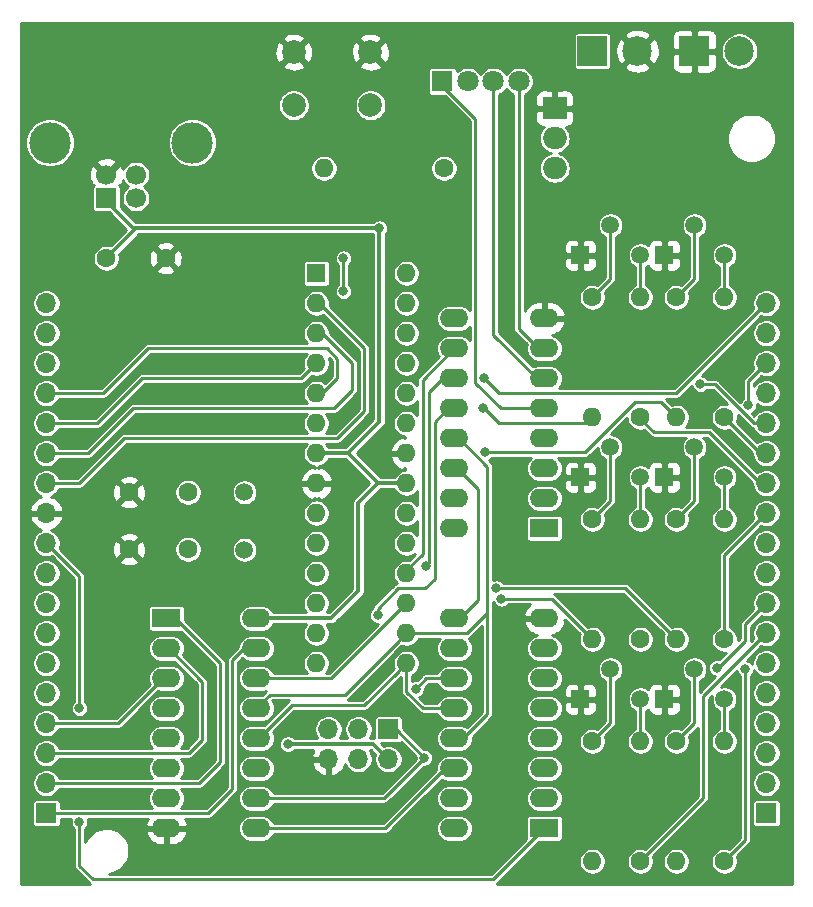
<source format=gbr>
G04 #@! TF.GenerationSoftware,KiCad,Pcbnew,(5.1.5)-3*
G04 #@! TF.CreationDate,2020-04-21T16:30:50-04:00*
G04 #@! TF.ProjectId,PCB,5043422e-6b69-4636-9164-5f7063625858,rev?*
G04 #@! TF.SameCoordinates,Original*
G04 #@! TF.FileFunction,Copper,L2,Bot*
G04 #@! TF.FilePolarity,Positive*
%FSLAX46Y46*%
G04 Gerber Fmt 4.6, Leading zero omitted, Abs format (unit mm)*
G04 Created by KiCad (PCBNEW (5.1.5)-3) date 2020-04-21 16:30:50*
%MOMM*%
%LPD*%
G04 APERTURE LIST*
%ADD10R,2.000000X1.905000*%
%ADD11O,2.000000X1.905000*%
%ADD12R,1.500000X1.500000*%
%ADD13C,1.500000*%
%ADD14O,1.600000X1.600000*%
%ADD15C,1.600000*%
%ADD16O,1.700000X1.700000*%
%ADD17R,1.700000X1.700000*%
%ADD18C,2.000000*%
%ADD19C,3.500000*%
%ADD20C,1.700000*%
%ADD21C,1.800000*%
%ADD22R,1.800000X1.800000*%
%ADD23R,2.499360X2.499360*%
%ADD24C,2.499360*%
%ADD25R,2.400000X1.600000*%
%ADD26O,2.400000X1.600000*%
%ADD27R,1.600000X1.600000*%
%ADD28C,0.800000*%
%ADD29C,0.350000*%
%ADD30C,0.250000*%
%ADD31C,0.254000*%
G04 APERTURE END LIST*
D10*
X147170000Y-85090000D03*
D11*
X147170000Y-87630000D03*
X147170000Y-90170000D03*
D12*
X149352000Y-135128000D03*
D13*
X154432000Y-135128000D03*
X151892000Y-132588000D03*
D12*
X156464000Y-135128000D03*
D13*
X161544000Y-135128000D03*
X159004000Y-132588000D03*
D12*
X149352000Y-116332000D03*
D13*
X154432000Y-116332000D03*
X151892000Y-113792000D03*
D12*
X156464000Y-116332000D03*
D13*
X161544000Y-116332000D03*
X159004000Y-113792000D03*
D12*
X149352000Y-97536000D03*
D13*
X154432000Y-97536000D03*
X151892000Y-94996000D03*
D12*
X156464000Y-97536000D03*
D13*
X161544000Y-97536000D03*
X159004000Y-94996000D03*
D14*
X154432000Y-138684000D03*
D15*
X154432000Y-148844000D03*
D14*
X161544000Y-138684000D03*
D15*
X161544000Y-148844000D03*
D14*
X154432000Y-119888000D03*
D15*
X154432000Y-130048000D03*
D14*
X161544000Y-119888000D03*
D15*
X161544000Y-130048000D03*
D14*
X154432000Y-101092000D03*
D15*
X154432000Y-111252000D03*
D14*
X161544000Y-101092000D03*
D15*
X161544000Y-111252000D03*
D16*
X128016000Y-140208000D03*
X128016000Y-137668000D03*
X130556000Y-140208000D03*
X130556000Y-137668000D03*
X133096000Y-140208000D03*
D17*
X133096000Y-137668000D03*
D18*
X125072000Y-84836000D03*
X125072000Y-80336000D03*
X131572000Y-84836000D03*
X131572000Y-80336000D03*
D14*
X127635000Y-90170000D03*
D15*
X137795000Y-90170000D03*
D19*
X116490000Y-88000000D03*
X104450000Y-88000000D03*
D20*
X109220000Y-90710000D03*
X111720000Y-90710000D03*
X111720000Y-92710000D03*
D17*
X109220000Y-92710000D03*
D21*
X144145000Y-82804000D03*
X141986000Y-82804000D03*
X139827000Y-82804000D03*
D22*
X137668000Y-82804000D03*
D23*
X150368000Y-80264000D03*
D24*
X154178000Y-80264000D03*
D23*
X159004000Y-80264000D03*
D24*
X162814000Y-80264000D03*
D13*
X120904000Y-122482000D03*
X120904000Y-117602000D03*
D17*
X165100000Y-144780000D03*
D16*
X165100000Y-142240000D03*
X165100000Y-139700000D03*
X165100000Y-137160000D03*
X165100000Y-134620000D03*
X165100000Y-132080000D03*
X165100000Y-129540000D03*
X165100000Y-127000000D03*
X165100000Y-124460000D03*
X165100000Y-121920000D03*
X165100000Y-119380000D03*
X165100000Y-116840000D03*
X165100000Y-114300000D03*
X165100000Y-111760000D03*
X165100000Y-109220000D03*
X165100000Y-106680000D03*
X165100000Y-104140000D03*
X165100000Y-101600000D03*
D17*
X104140000Y-144780000D03*
D16*
X104140000Y-142240000D03*
X104140000Y-139700000D03*
X104140000Y-137160000D03*
X104140000Y-134620000D03*
X104140000Y-132080000D03*
X104140000Y-129540000D03*
X104140000Y-127000000D03*
X104140000Y-124460000D03*
X104140000Y-121920000D03*
X104140000Y-119380000D03*
X104140000Y-116840000D03*
X104140000Y-114300000D03*
X104140000Y-111760000D03*
X104140000Y-109220000D03*
X104140000Y-106680000D03*
X104140000Y-104140000D03*
X104140000Y-101600000D03*
D25*
X114300000Y-128270000D03*
D26*
X121920000Y-146050000D03*
X114300000Y-130810000D03*
X121920000Y-143510000D03*
X114300000Y-133350000D03*
X121920000Y-140970000D03*
X114300000Y-135890000D03*
X121920000Y-138430000D03*
X114300000Y-138430000D03*
X121920000Y-135890000D03*
X114300000Y-140970000D03*
X121920000Y-133350000D03*
X114300000Y-143510000D03*
X121920000Y-130810000D03*
X114300000Y-146050000D03*
X121920000Y-128270000D03*
D27*
X127000000Y-99060000D03*
D14*
X134620000Y-132080000D03*
X127000000Y-101600000D03*
X134620000Y-129540000D03*
X127000000Y-104140000D03*
X134620000Y-127000000D03*
X127000000Y-106680000D03*
X134620000Y-124460000D03*
X127000000Y-109220000D03*
X134620000Y-121920000D03*
X127000000Y-111760000D03*
X134620000Y-119380000D03*
X127000000Y-114300000D03*
X134620000Y-116840000D03*
X127000000Y-116840000D03*
X134620000Y-114300000D03*
X127000000Y-119380000D03*
X134620000Y-111760000D03*
X127000000Y-121920000D03*
X134620000Y-109220000D03*
X127000000Y-124460000D03*
X134620000Y-106680000D03*
X127000000Y-127000000D03*
X134620000Y-104140000D03*
X127000000Y-129540000D03*
X134620000Y-101600000D03*
X127000000Y-132080000D03*
X134620000Y-99060000D03*
D15*
X150368000Y-138684000D03*
D14*
X150368000Y-148844000D03*
D15*
X109220000Y-97790000D03*
X114220000Y-97790000D03*
X111125000Y-122428000D03*
X116125000Y-122428000D03*
X111125000Y-117602000D03*
X116125000Y-117602000D03*
D25*
X146304000Y-120650000D03*
D26*
X138684000Y-102870000D03*
X146304000Y-118110000D03*
X138684000Y-105410000D03*
X146304000Y-115570000D03*
X138684000Y-107950000D03*
X146304000Y-113030000D03*
X138684000Y-110490000D03*
X146304000Y-110490000D03*
X138684000Y-113030000D03*
X146304000Y-107950000D03*
X138684000Y-115570000D03*
X146304000Y-105410000D03*
X138684000Y-118110000D03*
X146304000Y-102870000D03*
X138684000Y-120650000D03*
D25*
X146304000Y-146050000D03*
D26*
X138684000Y-128270000D03*
X146304000Y-143510000D03*
X138684000Y-130810000D03*
X146304000Y-140970000D03*
X138684000Y-133350000D03*
X146304000Y-138430000D03*
X138684000Y-135890000D03*
X146304000Y-135890000D03*
X138684000Y-138430000D03*
X146304000Y-133350000D03*
X138684000Y-140970000D03*
X146304000Y-130810000D03*
X138684000Y-143510000D03*
X146304000Y-128270000D03*
X138684000Y-146050000D03*
D15*
X157480000Y-138684000D03*
D14*
X157480000Y-148844000D03*
D15*
X150368000Y-119888000D03*
D14*
X150368000Y-130048000D03*
D15*
X157480000Y-119888000D03*
D14*
X157480000Y-130048000D03*
D15*
X150368000Y-101092000D03*
D14*
X150368000Y-111252000D03*
D15*
X157480000Y-101092000D03*
D14*
X157480000Y-111252000D03*
D28*
X124587000Y-138938000D03*
X132334022Y-95250000D03*
X135419000Y-134239000D03*
X136271000Y-123825008D03*
X136144000Y-140081000D03*
X141301660Y-114222340D03*
X141097000Y-110490000D03*
X142207979Y-125718502D03*
X142657990Y-126619000D03*
X132207000Y-128016000D03*
X106934000Y-135889980D03*
X106934000Y-145542000D03*
X141224000Y-107950000D03*
X163576000Y-110236000D03*
X159512000Y-108458000D03*
X156210000Y-124460000D03*
X111125000Y-120015000D03*
X129281347Y-100588653D03*
X129286000Y-97790000D03*
X163322000Y-132588000D03*
X160909000Y-132461000D03*
D29*
X150368000Y-80264000D02*
X150368000Y-81280000D01*
X127000000Y-114300000D02*
X129667000Y-114300000D01*
X132207000Y-116840000D02*
X134620000Y-116840000D01*
X129667000Y-114300000D02*
X132207000Y-116840000D01*
X130556000Y-118491000D02*
X132207000Y-116840000D01*
X130556000Y-125984000D02*
X130556000Y-118491000D01*
X128270000Y-128270000D02*
X130556000Y-125984000D01*
X121920000Y-128270000D02*
X128270000Y-128270000D01*
X133096000Y-140208000D02*
X131826000Y-138938000D01*
X131826000Y-138938000D02*
X124587000Y-138938000D01*
X114046000Y-95250000D02*
X132334022Y-95250000D01*
X129667000Y-114300000D02*
X132334022Y-111632978D01*
X132334022Y-111632978D02*
X132334022Y-95815685D01*
X132334022Y-95815685D02*
X132334022Y-95250000D01*
X111760000Y-95250000D02*
X109220000Y-97790000D01*
X114046000Y-95250000D02*
X111760000Y-95250000D01*
X111506000Y-95250000D02*
X114046000Y-95250000D01*
X109220000Y-92710000D02*
X109220000Y-92964000D01*
X109220000Y-92964000D02*
X111506000Y-95250000D01*
D30*
X128270000Y-133350000D02*
X134620000Y-127000000D01*
X121920000Y-133350000D02*
X128270000Y-133350000D01*
X136308000Y-133350000D02*
X135419000Y-134239000D01*
X138684000Y-133350000D02*
X136308000Y-133350000D01*
X138684000Y-107950000D02*
X137705000Y-107950000D01*
X136543999Y-123552009D02*
X136271000Y-123825008D01*
X136543999Y-109111001D02*
X136543999Y-123552009D01*
X137705000Y-107950000D02*
X136543999Y-109111001D01*
X133731000Y-137668000D02*
X133096000Y-137668000D01*
X136144000Y-140081000D02*
X133731000Y-137668000D01*
X135128000Y-141097000D02*
X136144000Y-140081000D01*
X132715000Y-143510000D02*
X135128000Y-141097000D01*
X121920000Y-143510000D02*
X132715000Y-143510000D01*
X134620000Y-124206000D02*
X134620000Y-124460000D01*
X136017000Y-122809000D02*
X134620000Y-124206000D01*
X136017000Y-108077000D02*
X136017000Y-122809000D01*
X138684000Y-105410000D02*
X136017000Y-108077000D01*
X149747160Y-114222340D02*
X141867345Y-114222340D01*
X141867345Y-114222340D02*
X141301660Y-114222340D01*
X153987500Y-109982000D02*
X149747160Y-114222340D01*
X157480000Y-111252000D02*
X156210000Y-109982000D01*
X156210000Y-109982000D02*
X153987500Y-109982000D01*
X142494000Y-111760000D02*
X149860000Y-111760000D01*
X141224000Y-110490000D02*
X142494000Y-111760000D01*
X149860000Y-111760000D02*
X150368000Y-111252000D01*
X141097000Y-110490000D02*
X141224000Y-110490000D01*
X157480000Y-130048000D02*
X153150502Y-125718502D01*
X153150502Y-125718502D02*
X142207979Y-125718502D01*
X150368000Y-130048000D02*
X146939000Y-126619000D01*
X146939000Y-126619000D02*
X142657990Y-126619000D01*
X131064000Y-105410000D02*
X127254000Y-101600000D01*
X127254000Y-101600000D02*
X127000000Y-101600000D01*
X106934000Y-116840000D02*
X110744000Y-113030000D01*
X104140000Y-116840000D02*
X106934000Y-116840000D01*
X110744000Y-113030000D02*
X128778000Y-113030000D01*
X128778000Y-113030000D02*
X131064000Y-110744000D01*
X131064000Y-110744000D02*
X131064000Y-105410000D01*
X127508000Y-104140000D02*
X127000000Y-104140000D01*
X107696000Y-114300000D02*
X111506000Y-110490000D01*
X130048000Y-106680000D02*
X127508000Y-104140000D01*
X130048000Y-108966000D02*
X130048000Y-106680000D01*
X111506000Y-110490000D02*
X128524000Y-110490000D01*
X104140000Y-114300000D02*
X107696000Y-114300000D01*
X128524000Y-110490000D02*
X130048000Y-108966000D01*
X104140000Y-111760000D02*
X108458000Y-111760000D01*
X108458000Y-111760000D02*
X112268000Y-107950000D01*
X125730000Y-107950000D02*
X127000000Y-106680000D01*
X112268000Y-107950000D02*
X125730000Y-107950000D01*
X128778000Y-107950000D02*
X127508000Y-109220000D01*
X127508000Y-109220000D02*
X127000000Y-109220000D01*
X108966000Y-109220000D02*
X112776000Y-105410000D01*
X104140000Y-109220000D02*
X108966000Y-109220000D01*
X112776000Y-105410000D02*
X127889000Y-105410000D01*
X128778000Y-106299000D02*
X128778000Y-107950000D01*
X127889000Y-105410000D02*
X128778000Y-106299000D01*
X139763500Y-129540000D02*
X134620000Y-129540000D01*
X141478000Y-127825500D02*
X139763500Y-129540000D01*
X141478000Y-124460000D02*
X141478000Y-127825500D01*
X141478000Y-115424000D02*
X141478000Y-124015500D01*
X141478000Y-124015500D02*
X141478000Y-124460000D01*
X139084000Y-113030000D02*
X141478000Y-115424000D01*
X138684000Y-113030000D02*
X139084000Y-113030000D01*
X133820001Y-130339999D02*
X134620000Y-129540000D01*
X129413000Y-134747000D02*
X133820001Y-130339999D01*
X123063000Y-134747000D02*
X129413000Y-134747000D01*
X121920000Y-135890000D02*
X123063000Y-134747000D01*
X141478000Y-136398000D02*
X141478000Y-124460000D01*
X138684000Y-138430000D02*
X139446000Y-138430000D01*
X139446000Y-138430000D02*
X141478000Y-136398000D01*
X134620000Y-133211370D02*
X134620000Y-132080000D01*
X134620000Y-134493000D02*
X134620000Y-133211370D01*
X136017000Y-135890000D02*
X134620000Y-134493000D01*
X138684000Y-135890000D02*
X136017000Y-135890000D01*
X131064000Y-135636000D02*
X133820001Y-132879999D01*
X122100000Y-138430000D02*
X124894000Y-135636000D01*
X121920000Y-138430000D02*
X122100000Y-138430000D01*
X133820001Y-132879999D02*
X134620000Y-132080000D01*
X124894000Y-135636000D02*
X131064000Y-135636000D01*
X132207000Y-127450315D02*
X132207000Y-128016000D01*
X133927315Y-125730000D02*
X132207000Y-127450315D01*
X138176000Y-110490000D02*
X137033000Y-111633000D01*
X136207500Y-125730000D02*
X133927315Y-125730000D01*
X138684000Y-110490000D02*
X138176000Y-110490000D01*
X137033000Y-111633000D02*
X137033000Y-124904500D01*
X137033000Y-124904500D02*
X136207500Y-125730000D01*
X140716000Y-126746000D02*
X139192000Y-128270000D01*
X140716000Y-117348000D02*
X140716000Y-126746000D01*
X139192000Y-128270000D02*
X138684000Y-128270000D01*
X138938000Y-115570000D02*
X140716000Y-117348000D01*
X138684000Y-115570000D02*
X138938000Y-115570000D01*
X161544000Y-116332000D02*
X161544000Y-119888000D01*
X154432000Y-138684000D02*
X154432000Y-135128000D01*
X154432000Y-97536000D02*
X154432000Y-101092000D01*
X161544000Y-136188660D02*
X161544000Y-138684000D01*
X161544000Y-135128000D02*
X161544000Y-136188660D01*
X161544000Y-97536000D02*
X161544000Y-101092000D01*
X154432000Y-119888000D02*
X154432000Y-116332000D01*
X106934000Y-124714000D02*
X106934000Y-135889980D01*
X104140000Y-121920000D02*
X106934000Y-124714000D01*
X106934000Y-146107685D02*
X106934000Y-145542000D01*
X106934000Y-149225000D02*
X106934000Y-146107685D01*
X146304000Y-146050000D02*
X141986000Y-150368000D01*
X108077000Y-150368000D02*
X106934000Y-149225000D01*
X141986000Y-150368000D02*
X108077000Y-150368000D01*
X110236000Y-137160000D02*
X104140000Y-137160000D01*
X114046000Y-133350000D02*
X110236000Y-137160000D01*
X114300000Y-133350000D02*
X114046000Y-133350000D01*
X114480000Y-130810000D02*
X117348000Y-133678000D01*
X105342081Y-139700000D02*
X104140000Y-139700000D01*
X117348000Y-133678000D02*
X117348000Y-138557000D01*
X116205000Y-139700000D02*
X105342081Y-139700000D01*
X114300000Y-130810000D02*
X114480000Y-130810000D01*
X117348000Y-138557000D02*
X116205000Y-139700000D01*
X115062000Y-128270000D02*
X114300000Y-128270000D01*
X118872000Y-132080000D02*
X115062000Y-128270000D01*
X118872000Y-140462000D02*
X118872000Y-132080000D01*
X117094000Y-142240000D02*
X118872000Y-140462000D01*
X104140000Y-142240000D02*
X117094000Y-142240000D01*
X120904000Y-130810000D02*
X121920000Y-130810000D01*
X119888000Y-142748000D02*
X119888000Y-131826000D01*
X104140000Y-144780000D02*
X117856000Y-144780000D01*
X119888000Y-131826000D02*
X120904000Y-130810000D01*
X117856000Y-144780000D02*
X119888000Y-142748000D01*
X142494000Y-109220000D02*
X157480000Y-109220000D01*
X157480000Y-109220000D02*
X165100000Y-101600000D01*
X141224000Y-107950000D02*
X142494000Y-109220000D01*
X165100000Y-106680000D02*
X163576000Y-108204000D01*
X163576000Y-108204000D02*
X163576000Y-110236000D01*
X164055499Y-111760000D02*
X165100000Y-111760000D01*
X159512000Y-108458000D02*
X160753499Y-108458000D01*
X160753499Y-108458000D02*
X164055499Y-111760000D01*
X129281347Y-97794653D02*
X129286000Y-97790000D01*
X129281347Y-100588653D02*
X129281347Y-97794653D01*
X132842000Y-146050000D02*
X121920000Y-146050000D01*
X138684000Y-140970000D02*
X137922000Y-140970000D01*
X137922000Y-140970000D02*
X132842000Y-146050000D01*
X144145000Y-84076792D02*
X144145000Y-82804000D01*
X144145000Y-103759000D02*
X144145000Y-84076792D01*
X145796000Y-105410000D02*
X144145000Y-103759000D01*
X146304000Y-105410000D02*
X145796000Y-105410000D01*
X145669000Y-107950000D02*
X146304000Y-107950000D01*
X141986000Y-104267000D02*
X145669000Y-107950000D01*
X141986000Y-82804000D02*
X141986000Y-104267000D01*
X137668000Y-83185000D02*
X137668000Y-82804000D01*
X140462000Y-85979000D02*
X137668000Y-83185000D01*
X140462000Y-108331000D02*
X140462000Y-85979000D01*
X142621000Y-110490000D02*
X140462000Y-108331000D01*
X146304000Y-110490000D02*
X142621000Y-110490000D01*
X159766000Y-134874000D02*
X165100000Y-129540000D01*
X154432000Y-148844000D02*
X159766000Y-143510000D01*
X159766000Y-143510000D02*
X159766000Y-134874000D01*
X163322000Y-147066000D02*
X163322000Y-132588000D01*
X161544000Y-148844000D02*
X163322000Y-147066000D01*
X164250001Y-127849999D02*
X165100000Y-127000000D01*
X163322000Y-128778000D02*
X164250001Y-127849999D01*
X163322000Y-130175000D02*
X163322000Y-128778000D01*
X161036000Y-132461000D02*
X163322000Y-130175000D01*
X160909000Y-132461000D02*
X161036000Y-132461000D01*
X161544000Y-122936000D02*
X161544000Y-130048000D01*
X165100000Y-119380000D02*
X161544000Y-122936000D01*
X160274000Y-112522000D02*
X164592000Y-116840000D01*
X155575000Y-112522000D02*
X160274000Y-112522000D01*
X154432000Y-111379000D02*
X155575000Y-112522000D01*
X164592000Y-116840000D02*
X165100000Y-116840000D01*
X154432000Y-111252000D02*
X154432000Y-111379000D01*
X164592000Y-114300000D02*
X161544000Y-111252000D01*
X165100000Y-114300000D02*
X164592000Y-114300000D01*
X159004000Y-99568000D02*
X159004000Y-94996000D01*
X157480000Y-101092000D02*
X159004000Y-99568000D01*
X151892000Y-99568000D02*
X151892000Y-94996000D01*
X150368000Y-101092000D02*
X151892000Y-99568000D01*
X159004000Y-118364000D02*
X159004000Y-113792000D01*
X157480000Y-119888000D02*
X159004000Y-118364000D01*
X151892000Y-118364000D02*
X151892000Y-113792000D01*
X150368000Y-119888000D02*
X151892000Y-118364000D01*
X159004000Y-137160000D02*
X159004000Y-132588000D01*
X157480000Y-138684000D02*
X159004000Y-137160000D01*
X151892000Y-137160000D02*
X151892000Y-132588000D01*
X150368000Y-138684000D02*
X151892000Y-137160000D01*
D31*
G36*
X167268001Y-95231733D02*
G01*
X167268000Y-150758000D01*
X142254801Y-150758000D01*
X142321369Y-150703369D01*
X142336151Y-150685357D01*
X144290478Y-148731030D01*
X149221000Y-148731030D01*
X149221000Y-148956970D01*
X149265078Y-149178568D01*
X149351542Y-149387308D01*
X149477067Y-149575170D01*
X149636830Y-149734933D01*
X149824692Y-149860458D01*
X150033432Y-149946922D01*
X150255030Y-149991000D01*
X150480970Y-149991000D01*
X150702568Y-149946922D01*
X150911308Y-149860458D01*
X151099170Y-149734933D01*
X151258933Y-149575170D01*
X151384458Y-149387308D01*
X151470922Y-149178568D01*
X151515000Y-148956970D01*
X151515000Y-148731030D01*
X153285000Y-148731030D01*
X153285000Y-148956970D01*
X153329078Y-149178568D01*
X153415542Y-149387308D01*
X153541067Y-149575170D01*
X153700830Y-149734933D01*
X153888692Y-149860458D01*
X154097432Y-149946922D01*
X154319030Y-149991000D01*
X154544970Y-149991000D01*
X154766568Y-149946922D01*
X154975308Y-149860458D01*
X155163170Y-149734933D01*
X155322933Y-149575170D01*
X155448458Y-149387308D01*
X155534922Y-149178568D01*
X155579000Y-148956970D01*
X155579000Y-148731030D01*
X156333000Y-148731030D01*
X156333000Y-148956970D01*
X156377078Y-149178568D01*
X156463542Y-149387308D01*
X156589067Y-149575170D01*
X156748830Y-149734933D01*
X156936692Y-149860458D01*
X157145432Y-149946922D01*
X157367030Y-149991000D01*
X157592970Y-149991000D01*
X157814568Y-149946922D01*
X158023308Y-149860458D01*
X158211170Y-149734933D01*
X158370933Y-149575170D01*
X158496458Y-149387308D01*
X158582922Y-149178568D01*
X158627000Y-148956970D01*
X158627000Y-148731030D01*
X158582922Y-148509432D01*
X158496458Y-148300692D01*
X158370933Y-148112830D01*
X158211170Y-147953067D01*
X158023308Y-147827542D01*
X157814568Y-147741078D01*
X157592970Y-147697000D01*
X157367030Y-147697000D01*
X157145432Y-147741078D01*
X156936692Y-147827542D01*
X156748830Y-147953067D01*
X156589067Y-148112830D01*
X156463542Y-148300692D01*
X156377078Y-148509432D01*
X156333000Y-148731030D01*
X155579000Y-148731030D01*
X155534922Y-148509432D01*
X155505385Y-148438123D01*
X160083364Y-143860145D01*
X160101369Y-143845369D01*
X160160352Y-143773498D01*
X160204180Y-143691500D01*
X160231170Y-143602528D01*
X160238000Y-143533180D01*
X160238000Y-143533179D01*
X160240283Y-143510001D01*
X160238000Y-143486821D01*
X160238000Y-135069508D01*
X160486591Y-134820917D01*
X160447000Y-135019955D01*
X160447000Y-135236045D01*
X160489157Y-135447983D01*
X160571851Y-135647624D01*
X160691904Y-135827297D01*
X160844703Y-135980096D01*
X161024376Y-136100149D01*
X161072001Y-136119876D01*
X161072001Y-136165471D01*
X161072000Y-136165481D01*
X161072001Y-137638005D01*
X161000692Y-137667542D01*
X160812830Y-137793067D01*
X160653067Y-137952830D01*
X160527542Y-138140692D01*
X160441078Y-138349432D01*
X160397000Y-138571030D01*
X160397000Y-138796970D01*
X160441078Y-139018568D01*
X160527542Y-139227308D01*
X160653067Y-139415170D01*
X160812830Y-139574933D01*
X161000692Y-139700458D01*
X161209432Y-139786922D01*
X161431030Y-139831000D01*
X161656970Y-139831000D01*
X161878568Y-139786922D01*
X162087308Y-139700458D01*
X162275170Y-139574933D01*
X162434933Y-139415170D01*
X162560458Y-139227308D01*
X162646922Y-139018568D01*
X162691000Y-138796970D01*
X162691000Y-138571030D01*
X162646922Y-138349432D01*
X162560458Y-138140692D01*
X162434933Y-137952830D01*
X162275170Y-137793067D01*
X162087308Y-137667542D01*
X162016000Y-137638005D01*
X162016000Y-136119876D01*
X162063624Y-136100149D01*
X162243297Y-135980096D01*
X162396096Y-135827297D01*
X162516149Y-135647624D01*
X162598843Y-135447983D01*
X162641000Y-135236045D01*
X162641000Y-135019955D01*
X162598843Y-134808017D01*
X162516149Y-134608376D01*
X162396096Y-134428703D01*
X162243297Y-134275904D01*
X162063624Y-134155851D01*
X161863983Y-134073157D01*
X161652045Y-134031000D01*
X161435955Y-134031000D01*
X161236917Y-134070591D01*
X162586769Y-132720739D01*
X162603707Y-132805892D01*
X162660018Y-132941837D01*
X162741768Y-133064184D01*
X162845816Y-133168232D01*
X162850001Y-133171028D01*
X162850000Y-146870491D01*
X161949876Y-147770615D01*
X161878568Y-147741078D01*
X161656970Y-147697000D01*
X161431030Y-147697000D01*
X161209432Y-147741078D01*
X161000692Y-147827542D01*
X160812830Y-147953067D01*
X160653067Y-148112830D01*
X160527542Y-148300692D01*
X160441078Y-148509432D01*
X160397000Y-148731030D01*
X160397000Y-148956970D01*
X160441078Y-149178568D01*
X160527542Y-149387308D01*
X160653067Y-149575170D01*
X160812830Y-149734933D01*
X161000692Y-149860458D01*
X161209432Y-149946922D01*
X161431030Y-149991000D01*
X161656970Y-149991000D01*
X161878568Y-149946922D01*
X162087308Y-149860458D01*
X162275170Y-149734933D01*
X162434933Y-149575170D01*
X162560458Y-149387308D01*
X162646922Y-149178568D01*
X162691000Y-148956970D01*
X162691000Y-148731030D01*
X162646922Y-148509432D01*
X162617385Y-148438124D01*
X163639362Y-147416147D01*
X163657369Y-147401369D01*
X163716352Y-147329498D01*
X163760180Y-147247500D01*
X163787170Y-147158528D01*
X163794000Y-147089180D01*
X163794000Y-147089179D01*
X163796283Y-147066000D01*
X163794000Y-147042820D01*
X163794000Y-143930000D01*
X163901322Y-143930000D01*
X163901322Y-145630000D01*
X163908022Y-145698024D01*
X163927864Y-145763433D01*
X163960085Y-145823715D01*
X164003447Y-145876553D01*
X164056285Y-145919915D01*
X164116567Y-145952136D01*
X164181976Y-145971978D01*
X164250000Y-145978678D01*
X165950000Y-145978678D01*
X166018024Y-145971978D01*
X166083433Y-145952136D01*
X166143715Y-145919915D01*
X166196553Y-145876553D01*
X166239915Y-145823715D01*
X166272136Y-145763433D01*
X166291978Y-145698024D01*
X166298678Y-145630000D01*
X166298678Y-143930000D01*
X166291978Y-143861976D01*
X166272136Y-143796567D01*
X166239915Y-143736285D01*
X166196553Y-143683447D01*
X166143715Y-143640085D01*
X166083433Y-143607864D01*
X166018024Y-143588022D01*
X165950000Y-143581322D01*
X164250000Y-143581322D01*
X164181976Y-143588022D01*
X164116567Y-143607864D01*
X164056285Y-143640085D01*
X164003447Y-143683447D01*
X163960085Y-143736285D01*
X163927864Y-143796567D01*
X163908022Y-143861976D01*
X163901322Y-143930000D01*
X163794000Y-143930000D01*
X163794000Y-142122106D01*
X163903000Y-142122106D01*
X163903000Y-142357894D01*
X163949000Y-142589152D01*
X164039232Y-142806992D01*
X164170229Y-143003043D01*
X164336957Y-143169771D01*
X164533008Y-143300768D01*
X164750848Y-143391000D01*
X164982106Y-143437000D01*
X165217894Y-143437000D01*
X165449152Y-143391000D01*
X165666992Y-143300768D01*
X165863043Y-143169771D01*
X166029771Y-143003043D01*
X166160768Y-142806992D01*
X166251000Y-142589152D01*
X166297000Y-142357894D01*
X166297000Y-142122106D01*
X166251000Y-141890848D01*
X166160768Y-141673008D01*
X166029771Y-141476957D01*
X165863043Y-141310229D01*
X165666992Y-141179232D01*
X165449152Y-141089000D01*
X165217894Y-141043000D01*
X164982106Y-141043000D01*
X164750848Y-141089000D01*
X164533008Y-141179232D01*
X164336957Y-141310229D01*
X164170229Y-141476957D01*
X164039232Y-141673008D01*
X163949000Y-141890848D01*
X163903000Y-142122106D01*
X163794000Y-142122106D01*
X163794000Y-139582106D01*
X163903000Y-139582106D01*
X163903000Y-139817894D01*
X163949000Y-140049152D01*
X164039232Y-140266992D01*
X164170229Y-140463043D01*
X164336957Y-140629771D01*
X164533008Y-140760768D01*
X164750848Y-140851000D01*
X164982106Y-140897000D01*
X165217894Y-140897000D01*
X165449152Y-140851000D01*
X165666992Y-140760768D01*
X165863043Y-140629771D01*
X166029771Y-140463043D01*
X166160768Y-140266992D01*
X166251000Y-140049152D01*
X166297000Y-139817894D01*
X166297000Y-139582106D01*
X166251000Y-139350848D01*
X166160768Y-139133008D01*
X166029771Y-138936957D01*
X165863043Y-138770229D01*
X165666992Y-138639232D01*
X165449152Y-138549000D01*
X165217894Y-138503000D01*
X164982106Y-138503000D01*
X164750848Y-138549000D01*
X164533008Y-138639232D01*
X164336957Y-138770229D01*
X164170229Y-138936957D01*
X164039232Y-139133008D01*
X163949000Y-139350848D01*
X163903000Y-139582106D01*
X163794000Y-139582106D01*
X163794000Y-137042106D01*
X163903000Y-137042106D01*
X163903000Y-137277894D01*
X163949000Y-137509152D01*
X164039232Y-137726992D01*
X164170229Y-137923043D01*
X164336957Y-138089771D01*
X164533008Y-138220768D01*
X164750848Y-138311000D01*
X164982106Y-138357000D01*
X165217894Y-138357000D01*
X165449152Y-138311000D01*
X165666992Y-138220768D01*
X165863043Y-138089771D01*
X166029771Y-137923043D01*
X166160768Y-137726992D01*
X166251000Y-137509152D01*
X166297000Y-137277894D01*
X166297000Y-137042106D01*
X166251000Y-136810848D01*
X166160768Y-136593008D01*
X166029771Y-136396957D01*
X165863043Y-136230229D01*
X165666992Y-136099232D01*
X165449152Y-136009000D01*
X165217894Y-135963000D01*
X164982106Y-135963000D01*
X164750848Y-136009000D01*
X164533008Y-136099232D01*
X164336957Y-136230229D01*
X164170229Y-136396957D01*
X164039232Y-136593008D01*
X163949000Y-136810848D01*
X163903000Y-137042106D01*
X163794000Y-137042106D01*
X163794000Y-134502106D01*
X163903000Y-134502106D01*
X163903000Y-134737894D01*
X163949000Y-134969152D01*
X164039232Y-135186992D01*
X164170229Y-135383043D01*
X164336957Y-135549771D01*
X164533008Y-135680768D01*
X164750848Y-135771000D01*
X164982106Y-135817000D01*
X165217894Y-135817000D01*
X165449152Y-135771000D01*
X165666992Y-135680768D01*
X165863043Y-135549771D01*
X166029771Y-135383043D01*
X166160768Y-135186992D01*
X166251000Y-134969152D01*
X166297000Y-134737894D01*
X166297000Y-134502106D01*
X166251000Y-134270848D01*
X166160768Y-134053008D01*
X166029771Y-133856957D01*
X165863043Y-133690229D01*
X165666992Y-133559232D01*
X165449152Y-133469000D01*
X165217894Y-133423000D01*
X164982106Y-133423000D01*
X164750848Y-133469000D01*
X164533008Y-133559232D01*
X164336957Y-133690229D01*
X164170229Y-133856957D01*
X164039232Y-134053008D01*
X163949000Y-134270848D01*
X163903000Y-134502106D01*
X163794000Y-134502106D01*
X163794000Y-133171028D01*
X163798184Y-133168232D01*
X163902232Y-133064184D01*
X163983982Y-132941837D01*
X164040293Y-132805892D01*
X164064406Y-132684668D01*
X164170229Y-132843043D01*
X164336957Y-133009771D01*
X164533008Y-133140768D01*
X164750848Y-133231000D01*
X164982106Y-133277000D01*
X165217894Y-133277000D01*
X165449152Y-133231000D01*
X165666992Y-133140768D01*
X165863043Y-133009771D01*
X166029771Y-132843043D01*
X166160768Y-132646992D01*
X166251000Y-132429152D01*
X166297000Y-132197894D01*
X166297000Y-131962106D01*
X166251000Y-131730848D01*
X166160768Y-131513008D01*
X166029771Y-131316957D01*
X165863043Y-131150229D01*
X165666992Y-131019232D01*
X165449152Y-130929000D01*
X165217894Y-130883000D01*
X164982106Y-130883000D01*
X164750848Y-130929000D01*
X164533008Y-131019232D01*
X164336957Y-131150229D01*
X164170229Y-131316957D01*
X164039232Y-131513008D01*
X163949000Y-131730848D01*
X163903000Y-131962106D01*
X163903000Y-132112965D01*
X163902232Y-132111816D01*
X163798184Y-132007768D01*
X163675837Y-131926018D01*
X163539892Y-131869707D01*
X163454740Y-131852769D01*
X164655856Y-130651653D01*
X164750848Y-130691000D01*
X164982106Y-130737000D01*
X165217894Y-130737000D01*
X165449152Y-130691000D01*
X165666992Y-130600768D01*
X165863043Y-130469771D01*
X166029771Y-130303043D01*
X166160768Y-130106992D01*
X166251000Y-129889152D01*
X166297000Y-129657894D01*
X166297000Y-129422106D01*
X166251000Y-129190848D01*
X166160768Y-128973008D01*
X166029771Y-128776957D01*
X165863043Y-128610229D01*
X165666992Y-128479232D01*
X165449152Y-128389000D01*
X165217894Y-128343000D01*
X164982106Y-128343000D01*
X164750848Y-128389000D01*
X164533008Y-128479232D01*
X164336957Y-128610229D01*
X164170229Y-128776957D01*
X164039232Y-128973008D01*
X163949000Y-129190848D01*
X163903000Y-129422106D01*
X163903000Y-129657894D01*
X163949000Y-129889152D01*
X163988347Y-129984144D01*
X163796151Y-130176340D01*
X163796283Y-130175001D01*
X163794000Y-130151821D01*
X163794000Y-128973508D01*
X164600146Y-128167363D01*
X164600150Y-128167358D01*
X164655855Y-128111653D01*
X164750848Y-128151000D01*
X164982106Y-128197000D01*
X165217894Y-128197000D01*
X165449152Y-128151000D01*
X165666992Y-128060768D01*
X165863043Y-127929771D01*
X166029771Y-127763043D01*
X166160768Y-127566992D01*
X166251000Y-127349152D01*
X166297000Y-127117894D01*
X166297000Y-126882106D01*
X166251000Y-126650848D01*
X166160768Y-126433008D01*
X166029771Y-126236957D01*
X165863043Y-126070229D01*
X165666992Y-125939232D01*
X165449152Y-125849000D01*
X165217894Y-125803000D01*
X164982106Y-125803000D01*
X164750848Y-125849000D01*
X164533008Y-125939232D01*
X164336957Y-126070229D01*
X164170229Y-126236957D01*
X164039232Y-126433008D01*
X163949000Y-126650848D01*
X163903000Y-126882106D01*
X163903000Y-127117894D01*
X163949000Y-127349152D01*
X163988347Y-127444145D01*
X163932642Y-127499850D01*
X163932637Y-127499854D01*
X163004639Y-128427853D01*
X162986632Y-128442631D01*
X162971855Y-128460637D01*
X162927648Y-128514503D01*
X162883821Y-128596500D01*
X162856830Y-128685473D01*
X162847717Y-128778000D01*
X162850001Y-128801190D01*
X162850000Y-129979492D01*
X162691000Y-130138492D01*
X162691000Y-129935030D01*
X162646922Y-129713432D01*
X162560458Y-129504692D01*
X162434933Y-129316830D01*
X162275170Y-129157067D01*
X162087308Y-129031542D01*
X162016000Y-129002005D01*
X162016000Y-124342106D01*
X163903000Y-124342106D01*
X163903000Y-124577894D01*
X163949000Y-124809152D01*
X164039232Y-125026992D01*
X164170229Y-125223043D01*
X164336957Y-125389771D01*
X164533008Y-125520768D01*
X164750848Y-125611000D01*
X164982106Y-125657000D01*
X165217894Y-125657000D01*
X165449152Y-125611000D01*
X165666992Y-125520768D01*
X165863043Y-125389771D01*
X166029771Y-125223043D01*
X166160768Y-125026992D01*
X166251000Y-124809152D01*
X166297000Y-124577894D01*
X166297000Y-124342106D01*
X166251000Y-124110848D01*
X166160768Y-123893008D01*
X166029771Y-123696957D01*
X165863043Y-123530229D01*
X165666992Y-123399232D01*
X165449152Y-123309000D01*
X165217894Y-123263000D01*
X164982106Y-123263000D01*
X164750848Y-123309000D01*
X164533008Y-123399232D01*
X164336957Y-123530229D01*
X164170229Y-123696957D01*
X164039232Y-123893008D01*
X163949000Y-124110848D01*
X163903000Y-124342106D01*
X162016000Y-124342106D01*
X162016000Y-123131508D01*
X163345402Y-121802106D01*
X163903000Y-121802106D01*
X163903000Y-122037894D01*
X163949000Y-122269152D01*
X164039232Y-122486992D01*
X164170229Y-122683043D01*
X164336957Y-122849771D01*
X164533008Y-122980768D01*
X164750848Y-123071000D01*
X164982106Y-123117000D01*
X165217894Y-123117000D01*
X165449152Y-123071000D01*
X165666992Y-122980768D01*
X165863043Y-122849771D01*
X166029771Y-122683043D01*
X166160768Y-122486992D01*
X166251000Y-122269152D01*
X166297000Y-122037894D01*
X166297000Y-121802106D01*
X166251000Y-121570848D01*
X166160768Y-121353008D01*
X166029771Y-121156957D01*
X165863043Y-120990229D01*
X165666992Y-120859232D01*
X165449152Y-120769000D01*
X165217894Y-120723000D01*
X164982106Y-120723000D01*
X164750848Y-120769000D01*
X164533008Y-120859232D01*
X164336957Y-120990229D01*
X164170229Y-121156957D01*
X164039232Y-121353008D01*
X163949000Y-121570848D01*
X163903000Y-121802106D01*
X163345402Y-121802106D01*
X164655855Y-120491653D01*
X164750848Y-120531000D01*
X164982106Y-120577000D01*
X165217894Y-120577000D01*
X165449152Y-120531000D01*
X165666992Y-120440768D01*
X165863043Y-120309771D01*
X166029771Y-120143043D01*
X166160768Y-119946992D01*
X166251000Y-119729152D01*
X166297000Y-119497894D01*
X166297000Y-119262106D01*
X166251000Y-119030848D01*
X166160768Y-118813008D01*
X166029771Y-118616957D01*
X165863043Y-118450229D01*
X165666992Y-118319232D01*
X165449152Y-118229000D01*
X165217894Y-118183000D01*
X164982106Y-118183000D01*
X164750848Y-118229000D01*
X164533008Y-118319232D01*
X164336957Y-118450229D01*
X164170229Y-118616957D01*
X164039232Y-118813008D01*
X163949000Y-119030848D01*
X163903000Y-119262106D01*
X163903000Y-119497894D01*
X163949000Y-119729152D01*
X163988347Y-119824145D01*
X161226643Y-122585849D01*
X161208631Y-122600631D01*
X161149648Y-122672502D01*
X161105820Y-122754501D01*
X161091416Y-122801983D01*
X161078830Y-122843473D01*
X161069717Y-122936000D01*
X161072000Y-122959180D01*
X161072001Y-129002005D01*
X161000692Y-129031542D01*
X160812830Y-129157067D01*
X160653067Y-129316830D01*
X160527542Y-129504692D01*
X160441078Y-129713432D01*
X160397000Y-129935030D01*
X160397000Y-130160970D01*
X160441078Y-130382568D01*
X160527542Y-130591308D01*
X160653067Y-130779170D01*
X160812830Y-130938933D01*
X161000692Y-131064458D01*
X161209432Y-131150922D01*
X161431030Y-131195000D01*
X161634492Y-131195000D01*
X161093439Y-131736053D01*
X160982573Y-131714000D01*
X160835427Y-131714000D01*
X160691108Y-131742707D01*
X160555163Y-131799018D01*
X160432816Y-131880768D01*
X160328768Y-131984816D01*
X160247018Y-132107163D01*
X160190707Y-132243108D01*
X160162000Y-132387427D01*
X160162000Y-132534573D01*
X160190707Y-132678892D01*
X160247018Y-132814837D01*
X160328768Y-132937184D01*
X160432816Y-133041232D01*
X160555163Y-133122982D01*
X160691108Y-133179293D01*
X160776261Y-133196231D01*
X159476000Y-134496492D01*
X159476000Y-133579876D01*
X159523624Y-133560149D01*
X159703297Y-133440096D01*
X159856096Y-133287297D01*
X159976149Y-133107624D01*
X160058843Y-132907983D01*
X160101000Y-132696045D01*
X160101000Y-132479955D01*
X160058843Y-132268017D01*
X159976149Y-132068376D01*
X159856096Y-131888703D01*
X159703297Y-131735904D01*
X159523624Y-131615851D01*
X159323983Y-131533157D01*
X159112045Y-131491000D01*
X158895955Y-131491000D01*
X158684017Y-131533157D01*
X158484376Y-131615851D01*
X158304703Y-131735904D01*
X158151904Y-131888703D01*
X158031851Y-132068376D01*
X157949157Y-132268017D01*
X157907000Y-132479955D01*
X157907000Y-132696045D01*
X157949157Y-132907983D01*
X158031851Y-133107624D01*
X158151904Y-133287297D01*
X158304703Y-133440096D01*
X158484376Y-133560149D01*
X158532001Y-133579876D01*
X158532000Y-136964492D01*
X157885877Y-137610615D01*
X157814568Y-137581078D01*
X157592970Y-137537000D01*
X157367030Y-137537000D01*
X157145432Y-137581078D01*
X156936692Y-137667542D01*
X156748830Y-137793067D01*
X156589067Y-137952830D01*
X156463542Y-138140692D01*
X156377078Y-138349432D01*
X156333000Y-138571030D01*
X156333000Y-138796970D01*
X156377078Y-139018568D01*
X156463542Y-139227308D01*
X156589067Y-139415170D01*
X156748830Y-139574933D01*
X156936692Y-139700458D01*
X157145432Y-139786922D01*
X157367030Y-139831000D01*
X157592970Y-139831000D01*
X157814568Y-139786922D01*
X158023308Y-139700458D01*
X158211170Y-139574933D01*
X158370933Y-139415170D01*
X158496458Y-139227308D01*
X158582922Y-139018568D01*
X158627000Y-138796970D01*
X158627000Y-138571030D01*
X158582922Y-138349432D01*
X158553385Y-138278123D01*
X159294001Y-137537507D01*
X159294000Y-143314491D01*
X154837877Y-147770615D01*
X154766568Y-147741078D01*
X154544970Y-147697000D01*
X154319030Y-147697000D01*
X154097432Y-147741078D01*
X153888692Y-147827542D01*
X153700830Y-147953067D01*
X153541067Y-148112830D01*
X153415542Y-148300692D01*
X153329078Y-148509432D01*
X153285000Y-148731030D01*
X151515000Y-148731030D01*
X151470922Y-148509432D01*
X151384458Y-148300692D01*
X151258933Y-148112830D01*
X151099170Y-147953067D01*
X150911308Y-147827542D01*
X150702568Y-147741078D01*
X150480970Y-147697000D01*
X150255030Y-147697000D01*
X150033432Y-147741078D01*
X149824692Y-147827542D01*
X149636830Y-147953067D01*
X149477067Y-148112830D01*
X149351542Y-148300692D01*
X149265078Y-148509432D01*
X149221000Y-148731030D01*
X144290478Y-148731030D01*
X145822831Y-147198678D01*
X147504000Y-147198678D01*
X147572024Y-147191978D01*
X147637433Y-147172136D01*
X147697715Y-147139915D01*
X147750553Y-147096553D01*
X147793915Y-147043715D01*
X147826136Y-146983433D01*
X147845978Y-146918024D01*
X147852678Y-146850000D01*
X147852678Y-145250000D01*
X147845978Y-145181976D01*
X147826136Y-145116567D01*
X147793915Y-145056285D01*
X147750553Y-145003447D01*
X147697715Y-144960085D01*
X147637433Y-144927864D01*
X147572024Y-144908022D01*
X147504000Y-144901322D01*
X145104000Y-144901322D01*
X145035976Y-144908022D01*
X144970567Y-144927864D01*
X144910285Y-144960085D01*
X144857447Y-145003447D01*
X144814085Y-145056285D01*
X144781864Y-145116567D01*
X144762022Y-145181976D01*
X144755322Y-145250000D01*
X144755322Y-146850000D01*
X144762022Y-146918024D01*
X144763522Y-146922969D01*
X141790492Y-149896000D01*
X109441927Y-149896000D01*
X109787919Y-149827178D01*
X110142250Y-149680409D01*
X110461140Y-149467334D01*
X110732334Y-149196140D01*
X110945409Y-148877250D01*
X111092178Y-148522919D01*
X111167000Y-148146763D01*
X111167000Y-147763237D01*
X111092178Y-147387081D01*
X110945409Y-147032750D01*
X110732334Y-146713860D01*
X110461140Y-146442666D01*
X110395848Y-146399039D01*
X112508096Y-146399039D01*
X112525633Y-146481818D01*
X112636285Y-146741646D01*
X112795500Y-146974895D01*
X112997161Y-147172601D01*
X113233517Y-147327166D01*
X113495486Y-147432650D01*
X113773000Y-147485000D01*
X114173000Y-147485000D01*
X114173000Y-146177000D01*
X114427000Y-146177000D01*
X114427000Y-147485000D01*
X114827000Y-147485000D01*
X115104514Y-147432650D01*
X115366483Y-147327166D01*
X115602839Y-147172601D01*
X115804500Y-146974895D01*
X115963715Y-146741646D01*
X116074367Y-146481818D01*
X116091904Y-146399039D01*
X115969915Y-146177000D01*
X114427000Y-146177000D01*
X114173000Y-146177000D01*
X112630085Y-146177000D01*
X112508096Y-146399039D01*
X110395848Y-146399039D01*
X110142250Y-146229591D01*
X109787919Y-146082822D01*
X109622912Y-146050000D01*
X120367451Y-146050000D01*
X120389597Y-146274851D01*
X120455184Y-146491061D01*
X120561691Y-146690322D01*
X120705025Y-146864975D01*
X120879678Y-147008309D01*
X121078939Y-147114816D01*
X121295149Y-147180403D01*
X121463660Y-147197000D01*
X122376340Y-147197000D01*
X122544851Y-147180403D01*
X122761061Y-147114816D01*
X122960322Y-147008309D01*
X123134975Y-146864975D01*
X123278309Y-146690322D01*
X123368279Y-146522000D01*
X132818820Y-146522000D01*
X132842000Y-146524283D01*
X132865180Y-146522000D01*
X132934528Y-146515170D01*
X133023500Y-146488180D01*
X133105498Y-146444352D01*
X133177369Y-146385369D01*
X133192151Y-146367357D01*
X133509508Y-146050000D01*
X137131451Y-146050000D01*
X137153597Y-146274851D01*
X137219184Y-146491061D01*
X137325691Y-146690322D01*
X137469025Y-146864975D01*
X137643678Y-147008309D01*
X137842939Y-147114816D01*
X138059149Y-147180403D01*
X138227660Y-147197000D01*
X139140340Y-147197000D01*
X139308851Y-147180403D01*
X139525061Y-147114816D01*
X139724322Y-147008309D01*
X139898975Y-146864975D01*
X140042309Y-146690322D01*
X140148816Y-146491061D01*
X140214403Y-146274851D01*
X140236549Y-146050000D01*
X140214403Y-145825149D01*
X140148816Y-145608939D01*
X140042309Y-145409678D01*
X139898975Y-145235025D01*
X139724322Y-145091691D01*
X139525061Y-144985184D01*
X139308851Y-144919597D01*
X139140340Y-144903000D01*
X138227660Y-144903000D01*
X138059149Y-144919597D01*
X137842939Y-144985184D01*
X137643678Y-145091691D01*
X137469025Y-145235025D01*
X137325691Y-145409678D01*
X137219184Y-145608939D01*
X137153597Y-145825149D01*
X137131451Y-146050000D01*
X133509508Y-146050000D01*
X136049508Y-143510000D01*
X137131451Y-143510000D01*
X137153597Y-143734851D01*
X137219184Y-143951061D01*
X137325691Y-144150322D01*
X137469025Y-144324975D01*
X137643678Y-144468309D01*
X137842939Y-144574816D01*
X138059149Y-144640403D01*
X138227660Y-144657000D01*
X139140340Y-144657000D01*
X139308851Y-144640403D01*
X139525061Y-144574816D01*
X139724322Y-144468309D01*
X139898975Y-144324975D01*
X140042309Y-144150322D01*
X140148816Y-143951061D01*
X140214403Y-143734851D01*
X140236549Y-143510000D01*
X144751451Y-143510000D01*
X144773597Y-143734851D01*
X144839184Y-143951061D01*
X144945691Y-144150322D01*
X145089025Y-144324975D01*
X145263678Y-144468309D01*
X145462939Y-144574816D01*
X145679149Y-144640403D01*
X145847660Y-144657000D01*
X146760340Y-144657000D01*
X146928851Y-144640403D01*
X147145061Y-144574816D01*
X147344322Y-144468309D01*
X147518975Y-144324975D01*
X147662309Y-144150322D01*
X147768816Y-143951061D01*
X147834403Y-143734851D01*
X147856549Y-143510000D01*
X147834403Y-143285149D01*
X147768816Y-143068939D01*
X147662309Y-142869678D01*
X147518975Y-142695025D01*
X147344322Y-142551691D01*
X147145061Y-142445184D01*
X146928851Y-142379597D01*
X146760340Y-142363000D01*
X145847660Y-142363000D01*
X145679149Y-142379597D01*
X145462939Y-142445184D01*
X145263678Y-142551691D01*
X145089025Y-142695025D01*
X144945691Y-142869678D01*
X144839184Y-143068939D01*
X144773597Y-143285149D01*
X144751451Y-143510000D01*
X140236549Y-143510000D01*
X140214403Y-143285149D01*
X140148816Y-143068939D01*
X140042309Y-142869678D01*
X139898975Y-142695025D01*
X139724322Y-142551691D01*
X139525061Y-142445184D01*
X139308851Y-142379597D01*
X139140340Y-142363000D01*
X138227660Y-142363000D01*
X138059149Y-142379597D01*
X137842939Y-142445184D01*
X137643678Y-142551691D01*
X137469025Y-142695025D01*
X137325691Y-142869678D01*
X137219184Y-143068939D01*
X137153597Y-143285149D01*
X137131451Y-143510000D01*
X136049508Y-143510000D01*
X137636824Y-141922684D01*
X137643678Y-141928309D01*
X137842939Y-142034816D01*
X138059149Y-142100403D01*
X138227660Y-142117000D01*
X139140340Y-142117000D01*
X139308851Y-142100403D01*
X139525061Y-142034816D01*
X139724322Y-141928309D01*
X139898975Y-141784975D01*
X140042309Y-141610322D01*
X140148816Y-141411061D01*
X140214403Y-141194851D01*
X140236549Y-140970000D01*
X144751451Y-140970000D01*
X144773597Y-141194851D01*
X144839184Y-141411061D01*
X144945691Y-141610322D01*
X145089025Y-141784975D01*
X145263678Y-141928309D01*
X145462939Y-142034816D01*
X145679149Y-142100403D01*
X145847660Y-142117000D01*
X146760340Y-142117000D01*
X146928851Y-142100403D01*
X147145061Y-142034816D01*
X147344322Y-141928309D01*
X147518975Y-141784975D01*
X147662309Y-141610322D01*
X147768816Y-141411061D01*
X147834403Y-141194851D01*
X147856549Y-140970000D01*
X147834403Y-140745149D01*
X147768816Y-140528939D01*
X147662309Y-140329678D01*
X147518975Y-140155025D01*
X147344322Y-140011691D01*
X147145061Y-139905184D01*
X146928851Y-139839597D01*
X146760340Y-139823000D01*
X145847660Y-139823000D01*
X145679149Y-139839597D01*
X145462939Y-139905184D01*
X145263678Y-140011691D01*
X145089025Y-140155025D01*
X144945691Y-140329678D01*
X144839184Y-140528939D01*
X144773597Y-140745149D01*
X144751451Y-140970000D01*
X140236549Y-140970000D01*
X140214403Y-140745149D01*
X140148816Y-140528939D01*
X140042309Y-140329678D01*
X139898975Y-140155025D01*
X139724322Y-140011691D01*
X139525061Y-139905184D01*
X139308851Y-139839597D01*
X139140340Y-139823000D01*
X138227660Y-139823000D01*
X138059149Y-139839597D01*
X137842939Y-139905184D01*
X137643678Y-140011691D01*
X137469025Y-140155025D01*
X137325691Y-140329678D01*
X137219184Y-140528939D01*
X137153597Y-140745149D01*
X137131451Y-140970000D01*
X137142483Y-141082008D01*
X132646492Y-145578000D01*
X123368279Y-145578000D01*
X123278309Y-145409678D01*
X123134975Y-145235025D01*
X122960322Y-145091691D01*
X122761061Y-144985184D01*
X122544851Y-144919597D01*
X122376340Y-144903000D01*
X121463660Y-144903000D01*
X121295149Y-144919597D01*
X121078939Y-144985184D01*
X120879678Y-145091691D01*
X120705025Y-145235025D01*
X120561691Y-145409678D01*
X120455184Y-145608939D01*
X120389597Y-145825149D01*
X120367451Y-146050000D01*
X109622912Y-146050000D01*
X109411763Y-146008000D01*
X109028237Y-146008000D01*
X108652081Y-146082822D01*
X108297750Y-146229591D01*
X107978860Y-146442666D01*
X107707666Y-146713860D01*
X107494591Y-147032750D01*
X107406000Y-147246627D01*
X107406000Y-146125028D01*
X107410184Y-146122232D01*
X107514232Y-146018184D01*
X107595982Y-145895837D01*
X107652293Y-145759892D01*
X107681000Y-145615573D01*
X107681000Y-145468427D01*
X107652293Y-145324108D01*
X107622424Y-145252000D01*
X112708882Y-145252000D01*
X112636285Y-145358354D01*
X112525633Y-145618182D01*
X112508096Y-145700961D01*
X112630085Y-145923000D01*
X114173000Y-145923000D01*
X114173000Y-145903000D01*
X114427000Y-145903000D01*
X114427000Y-145923000D01*
X115969915Y-145923000D01*
X116091904Y-145700961D01*
X116074367Y-145618182D01*
X115963715Y-145358354D01*
X115891118Y-145252000D01*
X117832820Y-145252000D01*
X117856000Y-145254283D01*
X117879180Y-145252000D01*
X117948528Y-145245170D01*
X118037500Y-145218180D01*
X118119498Y-145174352D01*
X118191369Y-145115369D01*
X118206151Y-145097357D01*
X119793508Y-143510000D01*
X120367451Y-143510000D01*
X120389597Y-143734851D01*
X120455184Y-143951061D01*
X120561691Y-144150322D01*
X120705025Y-144324975D01*
X120879678Y-144468309D01*
X121078939Y-144574816D01*
X121295149Y-144640403D01*
X121463660Y-144657000D01*
X122376340Y-144657000D01*
X122544851Y-144640403D01*
X122761061Y-144574816D01*
X122960322Y-144468309D01*
X123134975Y-144324975D01*
X123278309Y-144150322D01*
X123368279Y-143982000D01*
X132691820Y-143982000D01*
X132715000Y-143984283D01*
X132738180Y-143982000D01*
X132807528Y-143975170D01*
X132896500Y-143948180D01*
X132978498Y-143904352D01*
X133050369Y-143845369D01*
X133065151Y-143827357D01*
X135478144Y-141414364D01*
X136065491Y-140827018D01*
X136070427Y-140828000D01*
X136217573Y-140828000D01*
X136361892Y-140799293D01*
X136497837Y-140742982D01*
X136620184Y-140661232D01*
X136724232Y-140557184D01*
X136805982Y-140434837D01*
X136862293Y-140298892D01*
X136891000Y-140154573D01*
X136891000Y-140007427D01*
X136862293Y-139863108D01*
X136805982Y-139727163D01*
X136724232Y-139604816D01*
X136620184Y-139500768D01*
X136497837Y-139419018D01*
X136361892Y-139362707D01*
X136217573Y-139334000D01*
X136070427Y-139334000D01*
X136065490Y-139334982D01*
X134294678Y-137564170D01*
X134294678Y-136818000D01*
X134287978Y-136749976D01*
X134268136Y-136684567D01*
X134235915Y-136624285D01*
X134192553Y-136571447D01*
X134139715Y-136528085D01*
X134079433Y-136495864D01*
X134014024Y-136476022D01*
X133946000Y-136469322D01*
X132246000Y-136469322D01*
X132177976Y-136476022D01*
X132112567Y-136495864D01*
X132052285Y-136528085D01*
X131999447Y-136571447D01*
X131956085Y-136624285D01*
X131923864Y-136684567D01*
X131904022Y-136749976D01*
X131897322Y-136818000D01*
X131897322Y-138420500D01*
X131851636Y-138416000D01*
X131851628Y-138416000D01*
X131826000Y-138413476D01*
X131800372Y-138416000D01*
X131495822Y-138416000D01*
X131616768Y-138234992D01*
X131707000Y-138017152D01*
X131753000Y-137785894D01*
X131753000Y-137550106D01*
X131707000Y-137318848D01*
X131616768Y-137101008D01*
X131485771Y-136904957D01*
X131319043Y-136738229D01*
X131122992Y-136607232D01*
X130905152Y-136517000D01*
X130673894Y-136471000D01*
X130438106Y-136471000D01*
X130206848Y-136517000D01*
X129989008Y-136607232D01*
X129792957Y-136738229D01*
X129626229Y-136904957D01*
X129495232Y-137101008D01*
X129405000Y-137318848D01*
X129359000Y-137550106D01*
X129359000Y-137785894D01*
X129405000Y-138017152D01*
X129495232Y-138234992D01*
X129616178Y-138416000D01*
X128955822Y-138416000D01*
X129076768Y-138234992D01*
X129167000Y-138017152D01*
X129213000Y-137785894D01*
X129213000Y-137550106D01*
X129167000Y-137318848D01*
X129076768Y-137101008D01*
X128945771Y-136904957D01*
X128779043Y-136738229D01*
X128582992Y-136607232D01*
X128365152Y-136517000D01*
X128133894Y-136471000D01*
X127898106Y-136471000D01*
X127666848Y-136517000D01*
X127449008Y-136607232D01*
X127252957Y-136738229D01*
X127086229Y-136904957D01*
X126955232Y-137101008D01*
X126865000Y-137318848D01*
X126819000Y-137550106D01*
X126819000Y-137785894D01*
X126865000Y-138017152D01*
X126955232Y-138234992D01*
X127076178Y-138416000D01*
X125121416Y-138416000D01*
X125063184Y-138357768D01*
X124940837Y-138276018D01*
X124804892Y-138219707D01*
X124660573Y-138191000D01*
X124513427Y-138191000D01*
X124369108Y-138219707D01*
X124233163Y-138276018D01*
X124110816Y-138357768D01*
X124006768Y-138461816D01*
X123925018Y-138584163D01*
X123868707Y-138720108D01*
X123840000Y-138864427D01*
X123840000Y-139011573D01*
X123868707Y-139155892D01*
X123925018Y-139291837D01*
X124006768Y-139414184D01*
X124110816Y-139518232D01*
X124233163Y-139599982D01*
X124369108Y-139656293D01*
X124513427Y-139685000D01*
X124660573Y-139685000D01*
X124804892Y-139656293D01*
X124940837Y-139599982D01*
X125063184Y-139518232D01*
X125121416Y-139460000D01*
X126741386Y-139460000D01*
X126671843Y-139576748D01*
X126574519Y-139851109D01*
X126695186Y-140081000D01*
X127889000Y-140081000D01*
X127889000Y-140061000D01*
X128143000Y-140061000D01*
X128143000Y-140081000D01*
X128163000Y-140081000D01*
X128163000Y-140335000D01*
X128143000Y-140335000D01*
X128143000Y-141528155D01*
X128372890Y-141649476D01*
X128520099Y-141604825D01*
X128782920Y-141479641D01*
X129016269Y-141305588D01*
X129211178Y-141089355D01*
X129360157Y-140839252D01*
X129434749Y-140628973D01*
X129495232Y-140774992D01*
X129626229Y-140971043D01*
X129792957Y-141137771D01*
X129989008Y-141268768D01*
X130206848Y-141359000D01*
X130438106Y-141405000D01*
X130673894Y-141405000D01*
X130905152Y-141359000D01*
X131122992Y-141268768D01*
X131319043Y-141137771D01*
X131485771Y-140971043D01*
X131616768Y-140774992D01*
X131707000Y-140557152D01*
X131753000Y-140325894D01*
X131753000Y-140090106D01*
X131707000Y-139858848D01*
X131616768Y-139641008D01*
X131495822Y-139460000D01*
X131609781Y-139460000D01*
X131963636Y-139813855D01*
X131945000Y-139858848D01*
X131899000Y-140090106D01*
X131899000Y-140325894D01*
X131945000Y-140557152D01*
X132035232Y-140774992D01*
X132166229Y-140971043D01*
X132332957Y-141137771D01*
X132529008Y-141268768D01*
X132746848Y-141359000D01*
X132978106Y-141405000D01*
X133213894Y-141405000D01*
X133445152Y-141359000D01*
X133662992Y-141268768D01*
X133859043Y-141137771D01*
X134025771Y-140971043D01*
X134156768Y-140774992D01*
X134247000Y-140557152D01*
X134293000Y-140325894D01*
X134293000Y-140090106D01*
X134247000Y-139858848D01*
X134156768Y-139641008D01*
X134025771Y-139444957D01*
X133859043Y-139278229D01*
X133662992Y-139147232D01*
X133445152Y-139057000D01*
X133213894Y-139011000D01*
X132978106Y-139011000D01*
X132746848Y-139057000D01*
X132701855Y-139075636D01*
X132492897Y-138866678D01*
X133946000Y-138866678D01*
X134014024Y-138859978D01*
X134079433Y-138840136D01*
X134139715Y-138807915D01*
X134174698Y-138779206D01*
X135397982Y-140002490D01*
X135397000Y-140007427D01*
X135397000Y-140154573D01*
X135397982Y-140159509D01*
X134810636Y-140746856D01*
X132519492Y-143038000D01*
X123368279Y-143038000D01*
X123278309Y-142869678D01*
X123134975Y-142695025D01*
X122960322Y-142551691D01*
X122761061Y-142445184D01*
X122544851Y-142379597D01*
X122376340Y-142363000D01*
X121463660Y-142363000D01*
X121295149Y-142379597D01*
X121078939Y-142445184D01*
X120879678Y-142551691D01*
X120705025Y-142695025D01*
X120561691Y-142869678D01*
X120455184Y-143068939D01*
X120389597Y-143285149D01*
X120367451Y-143510000D01*
X119793508Y-143510000D01*
X120205362Y-143098147D01*
X120223369Y-143083369D01*
X120282352Y-143011498D01*
X120326180Y-142929500D01*
X120353170Y-142840528D01*
X120360000Y-142771180D01*
X120360000Y-142771179D01*
X120362283Y-142748000D01*
X120360000Y-142724820D01*
X120360000Y-140970000D01*
X120367451Y-140970000D01*
X120389597Y-141194851D01*
X120455184Y-141411061D01*
X120561691Y-141610322D01*
X120705025Y-141784975D01*
X120879678Y-141928309D01*
X121078939Y-142034816D01*
X121295149Y-142100403D01*
X121463660Y-142117000D01*
X122376340Y-142117000D01*
X122544851Y-142100403D01*
X122761061Y-142034816D01*
X122960322Y-141928309D01*
X123134975Y-141784975D01*
X123278309Y-141610322D01*
X123384816Y-141411061D01*
X123450403Y-141194851D01*
X123472549Y-140970000D01*
X123450403Y-140745149D01*
X123395722Y-140564891D01*
X126574519Y-140564891D01*
X126671843Y-140839252D01*
X126820822Y-141089355D01*
X127015731Y-141305588D01*
X127249080Y-141479641D01*
X127511901Y-141604825D01*
X127659110Y-141649476D01*
X127889000Y-141528155D01*
X127889000Y-140335000D01*
X126695186Y-140335000D01*
X126574519Y-140564891D01*
X123395722Y-140564891D01*
X123384816Y-140528939D01*
X123278309Y-140329678D01*
X123134975Y-140155025D01*
X122960322Y-140011691D01*
X122761061Y-139905184D01*
X122544851Y-139839597D01*
X122376340Y-139823000D01*
X121463660Y-139823000D01*
X121295149Y-139839597D01*
X121078939Y-139905184D01*
X120879678Y-140011691D01*
X120705025Y-140155025D01*
X120561691Y-140329678D01*
X120455184Y-140528939D01*
X120389597Y-140745149D01*
X120367451Y-140970000D01*
X120360000Y-140970000D01*
X120360000Y-132021508D01*
X120733316Y-131648193D01*
X120879678Y-131768309D01*
X121078939Y-131874816D01*
X121295149Y-131940403D01*
X121463660Y-131957000D01*
X122376340Y-131957000D01*
X122544851Y-131940403D01*
X122761061Y-131874816D01*
X122960322Y-131768309D01*
X123134975Y-131624975D01*
X123278309Y-131450322D01*
X123384816Y-131251061D01*
X123450403Y-131034851D01*
X123472549Y-130810000D01*
X123450403Y-130585149D01*
X123384816Y-130368939D01*
X123278309Y-130169678D01*
X123134975Y-129995025D01*
X122960322Y-129851691D01*
X122761061Y-129745184D01*
X122544851Y-129679597D01*
X122376340Y-129663000D01*
X121463660Y-129663000D01*
X121295149Y-129679597D01*
X121078939Y-129745184D01*
X120879678Y-129851691D01*
X120705025Y-129995025D01*
X120561691Y-130169678D01*
X120455184Y-130368939D01*
X120389597Y-130585149D01*
X120381759Y-130664733D01*
X119570639Y-131475853D01*
X119552632Y-131490631D01*
X119537855Y-131508637D01*
X119493648Y-131562503D01*
X119449821Y-131644500D01*
X119422830Y-131733473D01*
X119413717Y-131826000D01*
X119416001Y-131849190D01*
X119416000Y-142552491D01*
X117660492Y-144308000D01*
X115528906Y-144308000D01*
X115658309Y-144150322D01*
X115764816Y-143951061D01*
X115830403Y-143734851D01*
X115852549Y-143510000D01*
X115830403Y-143285149D01*
X115764816Y-143068939D01*
X115658309Y-142869678D01*
X115528906Y-142712000D01*
X117070820Y-142712000D01*
X117094000Y-142714283D01*
X117117180Y-142712000D01*
X117186528Y-142705170D01*
X117275500Y-142678180D01*
X117357498Y-142634352D01*
X117429369Y-142575369D01*
X117444151Y-142557357D01*
X119189362Y-140812147D01*
X119207369Y-140797369D01*
X119266352Y-140725498D01*
X119310180Y-140643500D01*
X119337170Y-140554528D01*
X119344000Y-140485180D01*
X119344000Y-140485179D01*
X119346283Y-140462000D01*
X119344000Y-140438820D01*
X119344000Y-132103180D01*
X119346283Y-132080000D01*
X119337170Y-131987472D01*
X119310180Y-131898500D01*
X119266352Y-131816502D01*
X119222145Y-131762636D01*
X119207369Y-131744631D01*
X119189362Y-131729853D01*
X115848678Y-128389170D01*
X115848678Y-127470000D01*
X115841978Y-127401976D01*
X115822136Y-127336567D01*
X115789915Y-127276285D01*
X115746553Y-127223447D01*
X115693715Y-127180085D01*
X115633433Y-127147864D01*
X115568024Y-127128022D01*
X115500000Y-127121322D01*
X113100000Y-127121322D01*
X113031976Y-127128022D01*
X112966567Y-127147864D01*
X112906285Y-127180085D01*
X112853447Y-127223447D01*
X112810085Y-127276285D01*
X112777864Y-127336567D01*
X112758022Y-127401976D01*
X112751322Y-127470000D01*
X112751322Y-129070000D01*
X112758022Y-129138024D01*
X112777864Y-129203433D01*
X112810085Y-129263715D01*
X112853447Y-129316553D01*
X112906285Y-129359915D01*
X112966567Y-129392136D01*
X113031976Y-129411978D01*
X113100000Y-129418678D01*
X115500000Y-129418678D01*
X115539299Y-129414807D01*
X118400001Y-132275510D01*
X118400000Y-140266491D01*
X116898492Y-141768000D01*
X115528906Y-141768000D01*
X115658309Y-141610322D01*
X115764816Y-141411061D01*
X115830403Y-141194851D01*
X115852549Y-140970000D01*
X115830403Y-140745149D01*
X115764816Y-140528939D01*
X115658309Y-140329678D01*
X115528906Y-140172000D01*
X116181820Y-140172000D01*
X116205000Y-140174283D01*
X116228180Y-140172000D01*
X116297528Y-140165170D01*
X116386500Y-140138180D01*
X116468498Y-140094352D01*
X116540369Y-140035369D01*
X116555151Y-140017357D01*
X117665362Y-138907147D01*
X117683369Y-138892369D01*
X117742352Y-138820498D01*
X117786180Y-138738500D01*
X117813170Y-138649528D01*
X117816915Y-138611500D01*
X117822283Y-138557001D01*
X117820000Y-138533821D01*
X117820000Y-133701177D01*
X117822283Y-133677999D01*
X117815164Y-133605722D01*
X117813170Y-133585472D01*
X117786180Y-133496500D01*
X117742352Y-133414502D01*
X117683369Y-133342631D01*
X117665362Y-133327853D01*
X115703425Y-131365916D01*
X115764816Y-131251061D01*
X115830403Y-131034851D01*
X115852549Y-130810000D01*
X115830403Y-130585149D01*
X115764816Y-130368939D01*
X115658309Y-130169678D01*
X115514975Y-129995025D01*
X115340322Y-129851691D01*
X115141061Y-129745184D01*
X114924851Y-129679597D01*
X114756340Y-129663000D01*
X113843660Y-129663000D01*
X113675149Y-129679597D01*
X113458939Y-129745184D01*
X113259678Y-129851691D01*
X113085025Y-129995025D01*
X112941691Y-130169678D01*
X112835184Y-130368939D01*
X112769597Y-130585149D01*
X112747451Y-130810000D01*
X112769597Y-131034851D01*
X112835184Y-131251061D01*
X112941691Y-131450322D01*
X113085025Y-131624975D01*
X113259678Y-131768309D01*
X113458939Y-131874816D01*
X113675149Y-131940403D01*
X113843660Y-131957000D01*
X114756340Y-131957000D01*
X114924851Y-131940403D01*
X114938695Y-131936203D01*
X116876000Y-133873509D01*
X116876001Y-138361490D01*
X116009492Y-139228000D01*
X115528906Y-139228000D01*
X115658309Y-139070322D01*
X115764816Y-138871061D01*
X115830403Y-138654851D01*
X115852549Y-138430000D01*
X115830403Y-138205149D01*
X115764816Y-137988939D01*
X115658309Y-137789678D01*
X115514975Y-137615025D01*
X115340322Y-137471691D01*
X115141061Y-137365184D01*
X114924851Y-137299597D01*
X114756340Y-137283000D01*
X113843660Y-137283000D01*
X113675149Y-137299597D01*
X113458939Y-137365184D01*
X113259678Y-137471691D01*
X113085025Y-137615025D01*
X112941691Y-137789678D01*
X112835184Y-137988939D01*
X112769597Y-138205149D01*
X112747451Y-138430000D01*
X112769597Y-138654851D01*
X112835184Y-138871061D01*
X112941691Y-139070322D01*
X113071094Y-139228000D01*
X105240115Y-139228000D01*
X105200768Y-139133008D01*
X105069771Y-138936957D01*
X104903043Y-138770229D01*
X104706992Y-138639232D01*
X104489152Y-138549000D01*
X104257894Y-138503000D01*
X104022106Y-138503000D01*
X103790848Y-138549000D01*
X103573008Y-138639232D01*
X103376957Y-138770229D01*
X103210229Y-138936957D01*
X103079232Y-139133008D01*
X102989000Y-139350848D01*
X102943000Y-139582106D01*
X102943000Y-139817894D01*
X102989000Y-140049152D01*
X103079232Y-140266992D01*
X103210229Y-140463043D01*
X103376957Y-140629771D01*
X103573008Y-140760768D01*
X103790848Y-140851000D01*
X104022106Y-140897000D01*
X104257894Y-140897000D01*
X104489152Y-140851000D01*
X104706992Y-140760768D01*
X104903043Y-140629771D01*
X105069771Y-140463043D01*
X105200768Y-140266992D01*
X105240115Y-140172000D01*
X113071094Y-140172000D01*
X112941691Y-140329678D01*
X112835184Y-140528939D01*
X112769597Y-140745149D01*
X112747451Y-140970000D01*
X112769597Y-141194851D01*
X112835184Y-141411061D01*
X112941691Y-141610322D01*
X113071094Y-141768000D01*
X105240115Y-141768000D01*
X105200768Y-141673008D01*
X105069771Y-141476957D01*
X104903043Y-141310229D01*
X104706992Y-141179232D01*
X104489152Y-141089000D01*
X104257894Y-141043000D01*
X104022106Y-141043000D01*
X103790848Y-141089000D01*
X103573008Y-141179232D01*
X103376957Y-141310229D01*
X103210229Y-141476957D01*
X103079232Y-141673008D01*
X102989000Y-141890848D01*
X102943000Y-142122106D01*
X102943000Y-142357894D01*
X102989000Y-142589152D01*
X103079232Y-142806992D01*
X103210229Y-143003043D01*
X103376957Y-143169771D01*
X103573008Y-143300768D01*
X103790848Y-143391000D01*
X104022106Y-143437000D01*
X104257894Y-143437000D01*
X104489152Y-143391000D01*
X104706992Y-143300768D01*
X104903043Y-143169771D01*
X105069771Y-143003043D01*
X105200768Y-142806992D01*
X105240115Y-142712000D01*
X113071094Y-142712000D01*
X112941691Y-142869678D01*
X112835184Y-143068939D01*
X112769597Y-143285149D01*
X112747451Y-143510000D01*
X112769597Y-143734851D01*
X112835184Y-143951061D01*
X112941691Y-144150322D01*
X113071094Y-144308000D01*
X105338678Y-144308000D01*
X105338678Y-143930000D01*
X105331978Y-143861976D01*
X105312136Y-143796567D01*
X105279915Y-143736285D01*
X105236553Y-143683447D01*
X105183715Y-143640085D01*
X105123433Y-143607864D01*
X105058024Y-143588022D01*
X104990000Y-143581322D01*
X103290000Y-143581322D01*
X103221976Y-143588022D01*
X103156567Y-143607864D01*
X103096285Y-143640085D01*
X103043447Y-143683447D01*
X103000085Y-143736285D01*
X102967864Y-143796567D01*
X102948022Y-143861976D01*
X102941322Y-143930000D01*
X102941322Y-145630000D01*
X102948022Y-145698024D01*
X102967864Y-145763433D01*
X103000085Y-145823715D01*
X103043447Y-145876553D01*
X103096285Y-145919915D01*
X103156567Y-145952136D01*
X103221976Y-145971978D01*
X103290000Y-145978678D01*
X104990000Y-145978678D01*
X105058024Y-145971978D01*
X105123433Y-145952136D01*
X105183715Y-145919915D01*
X105236553Y-145876553D01*
X105279915Y-145823715D01*
X105312136Y-145763433D01*
X105331978Y-145698024D01*
X105338678Y-145630000D01*
X105338678Y-145252000D01*
X106245576Y-145252000D01*
X106215707Y-145324108D01*
X106187000Y-145468427D01*
X106187000Y-145615573D01*
X106215707Y-145759892D01*
X106272018Y-145895837D01*
X106353768Y-146018184D01*
X106457816Y-146122232D01*
X106462000Y-146125028D01*
X106462000Y-146130864D01*
X106462001Y-146130874D01*
X106462000Y-149201820D01*
X106459717Y-149225000D01*
X106462000Y-149248179D01*
X106468830Y-149317527D01*
X106495820Y-149406499D01*
X106539648Y-149488498D01*
X106598631Y-149560369D01*
X106616643Y-149575151D01*
X107726853Y-150685362D01*
X107741631Y-150703369D01*
X107808199Y-150758000D01*
X101972000Y-150758000D01*
X101972000Y-137042106D01*
X102943000Y-137042106D01*
X102943000Y-137277894D01*
X102989000Y-137509152D01*
X103079232Y-137726992D01*
X103210229Y-137923043D01*
X103376957Y-138089771D01*
X103573008Y-138220768D01*
X103790848Y-138311000D01*
X104022106Y-138357000D01*
X104257894Y-138357000D01*
X104489152Y-138311000D01*
X104706992Y-138220768D01*
X104903043Y-138089771D01*
X105069771Y-137923043D01*
X105200768Y-137726992D01*
X105240115Y-137632000D01*
X110212820Y-137632000D01*
X110236000Y-137634283D01*
X110259180Y-137632000D01*
X110328528Y-137625170D01*
X110417500Y-137598180D01*
X110499498Y-137554352D01*
X110571369Y-137495369D01*
X110586151Y-137477357D01*
X112173508Y-135890000D01*
X112747451Y-135890000D01*
X112769597Y-136114851D01*
X112835184Y-136331061D01*
X112941691Y-136530322D01*
X113085025Y-136704975D01*
X113259678Y-136848309D01*
X113458939Y-136954816D01*
X113675149Y-137020403D01*
X113843660Y-137037000D01*
X114756340Y-137037000D01*
X114924851Y-137020403D01*
X115141061Y-136954816D01*
X115340322Y-136848309D01*
X115514975Y-136704975D01*
X115658309Y-136530322D01*
X115764816Y-136331061D01*
X115830403Y-136114851D01*
X115852549Y-135890000D01*
X115830403Y-135665149D01*
X115764816Y-135448939D01*
X115658309Y-135249678D01*
X115514975Y-135075025D01*
X115340322Y-134931691D01*
X115141061Y-134825184D01*
X114924851Y-134759597D01*
X114756340Y-134743000D01*
X113843660Y-134743000D01*
X113675149Y-134759597D01*
X113458939Y-134825184D01*
X113259678Y-134931691D01*
X113085025Y-135075025D01*
X112941691Y-135249678D01*
X112835184Y-135448939D01*
X112769597Y-135665149D01*
X112747451Y-135890000D01*
X112173508Y-135890000D01*
X113604528Y-134458980D01*
X113675149Y-134480403D01*
X113843660Y-134497000D01*
X114756340Y-134497000D01*
X114924851Y-134480403D01*
X115141061Y-134414816D01*
X115340322Y-134308309D01*
X115514975Y-134164975D01*
X115658309Y-133990322D01*
X115764816Y-133791061D01*
X115830403Y-133574851D01*
X115852549Y-133350000D01*
X115830403Y-133125149D01*
X115764816Y-132908939D01*
X115658309Y-132709678D01*
X115514975Y-132535025D01*
X115340322Y-132391691D01*
X115141061Y-132285184D01*
X114924851Y-132219597D01*
X114756340Y-132203000D01*
X113843660Y-132203000D01*
X113675149Y-132219597D01*
X113458939Y-132285184D01*
X113259678Y-132391691D01*
X113085025Y-132535025D01*
X112941691Y-132709678D01*
X112835184Y-132908939D01*
X112769597Y-133125149D01*
X112747451Y-133350000D01*
X112769597Y-133574851D01*
X112835184Y-133791061D01*
X112870799Y-133857692D01*
X110040492Y-136688000D01*
X105240115Y-136688000D01*
X105200768Y-136593008D01*
X105069771Y-136396957D01*
X104903043Y-136230229D01*
X104706992Y-136099232D01*
X104489152Y-136009000D01*
X104257894Y-135963000D01*
X104022106Y-135963000D01*
X103790848Y-136009000D01*
X103573008Y-136099232D01*
X103376957Y-136230229D01*
X103210229Y-136396957D01*
X103079232Y-136593008D01*
X102989000Y-136810848D01*
X102943000Y-137042106D01*
X101972000Y-137042106D01*
X101972000Y-134502106D01*
X102943000Y-134502106D01*
X102943000Y-134737894D01*
X102989000Y-134969152D01*
X103079232Y-135186992D01*
X103210229Y-135383043D01*
X103376957Y-135549771D01*
X103573008Y-135680768D01*
X103790848Y-135771000D01*
X104022106Y-135817000D01*
X104257894Y-135817000D01*
X104489152Y-135771000D01*
X104706992Y-135680768D01*
X104903043Y-135549771D01*
X105069771Y-135383043D01*
X105200768Y-135186992D01*
X105291000Y-134969152D01*
X105337000Y-134737894D01*
X105337000Y-134502106D01*
X105291000Y-134270848D01*
X105200768Y-134053008D01*
X105069771Y-133856957D01*
X104903043Y-133690229D01*
X104706992Y-133559232D01*
X104489152Y-133469000D01*
X104257894Y-133423000D01*
X104022106Y-133423000D01*
X103790848Y-133469000D01*
X103573008Y-133559232D01*
X103376957Y-133690229D01*
X103210229Y-133856957D01*
X103079232Y-134053008D01*
X102989000Y-134270848D01*
X102943000Y-134502106D01*
X101972000Y-134502106D01*
X101972000Y-131962106D01*
X102943000Y-131962106D01*
X102943000Y-132197894D01*
X102989000Y-132429152D01*
X103079232Y-132646992D01*
X103210229Y-132843043D01*
X103376957Y-133009771D01*
X103573008Y-133140768D01*
X103790848Y-133231000D01*
X104022106Y-133277000D01*
X104257894Y-133277000D01*
X104489152Y-133231000D01*
X104706992Y-133140768D01*
X104903043Y-133009771D01*
X105069771Y-132843043D01*
X105200768Y-132646992D01*
X105291000Y-132429152D01*
X105337000Y-132197894D01*
X105337000Y-131962106D01*
X105291000Y-131730848D01*
X105200768Y-131513008D01*
X105069771Y-131316957D01*
X104903043Y-131150229D01*
X104706992Y-131019232D01*
X104489152Y-130929000D01*
X104257894Y-130883000D01*
X104022106Y-130883000D01*
X103790848Y-130929000D01*
X103573008Y-131019232D01*
X103376957Y-131150229D01*
X103210229Y-131316957D01*
X103079232Y-131513008D01*
X102989000Y-131730848D01*
X102943000Y-131962106D01*
X101972000Y-131962106D01*
X101972000Y-129422106D01*
X102943000Y-129422106D01*
X102943000Y-129657894D01*
X102989000Y-129889152D01*
X103079232Y-130106992D01*
X103210229Y-130303043D01*
X103376957Y-130469771D01*
X103573008Y-130600768D01*
X103790848Y-130691000D01*
X104022106Y-130737000D01*
X104257894Y-130737000D01*
X104489152Y-130691000D01*
X104706992Y-130600768D01*
X104903043Y-130469771D01*
X105069771Y-130303043D01*
X105200768Y-130106992D01*
X105291000Y-129889152D01*
X105337000Y-129657894D01*
X105337000Y-129422106D01*
X105291000Y-129190848D01*
X105200768Y-128973008D01*
X105069771Y-128776957D01*
X104903043Y-128610229D01*
X104706992Y-128479232D01*
X104489152Y-128389000D01*
X104257894Y-128343000D01*
X104022106Y-128343000D01*
X103790848Y-128389000D01*
X103573008Y-128479232D01*
X103376957Y-128610229D01*
X103210229Y-128776957D01*
X103079232Y-128973008D01*
X102989000Y-129190848D01*
X102943000Y-129422106D01*
X101972000Y-129422106D01*
X101972000Y-126882106D01*
X102943000Y-126882106D01*
X102943000Y-127117894D01*
X102989000Y-127349152D01*
X103079232Y-127566992D01*
X103210229Y-127763043D01*
X103376957Y-127929771D01*
X103573008Y-128060768D01*
X103790848Y-128151000D01*
X104022106Y-128197000D01*
X104257894Y-128197000D01*
X104489152Y-128151000D01*
X104706992Y-128060768D01*
X104903043Y-127929771D01*
X105069771Y-127763043D01*
X105200768Y-127566992D01*
X105291000Y-127349152D01*
X105337000Y-127117894D01*
X105337000Y-126882106D01*
X105291000Y-126650848D01*
X105200768Y-126433008D01*
X105069771Y-126236957D01*
X104903043Y-126070229D01*
X104706992Y-125939232D01*
X104489152Y-125849000D01*
X104257894Y-125803000D01*
X104022106Y-125803000D01*
X103790848Y-125849000D01*
X103573008Y-125939232D01*
X103376957Y-126070229D01*
X103210229Y-126236957D01*
X103079232Y-126433008D01*
X102989000Y-126650848D01*
X102943000Y-126882106D01*
X101972000Y-126882106D01*
X101972000Y-124342106D01*
X102943000Y-124342106D01*
X102943000Y-124577894D01*
X102989000Y-124809152D01*
X103079232Y-125026992D01*
X103210229Y-125223043D01*
X103376957Y-125389771D01*
X103573008Y-125520768D01*
X103790848Y-125611000D01*
X104022106Y-125657000D01*
X104257894Y-125657000D01*
X104489152Y-125611000D01*
X104706992Y-125520768D01*
X104903043Y-125389771D01*
X105069771Y-125223043D01*
X105200768Y-125026992D01*
X105291000Y-124809152D01*
X105337000Y-124577894D01*
X105337000Y-124342106D01*
X105291000Y-124110848D01*
X105200768Y-123893008D01*
X105069771Y-123696957D01*
X104903043Y-123530229D01*
X104706992Y-123399232D01*
X104489152Y-123309000D01*
X104257894Y-123263000D01*
X104022106Y-123263000D01*
X103790848Y-123309000D01*
X103573008Y-123399232D01*
X103376957Y-123530229D01*
X103210229Y-123696957D01*
X103079232Y-123893008D01*
X102989000Y-124110848D01*
X102943000Y-124342106D01*
X101972000Y-124342106D01*
X101972000Y-119736890D01*
X102698524Y-119736890D01*
X102743175Y-119884099D01*
X102868359Y-120146920D01*
X103042412Y-120380269D01*
X103258645Y-120575178D01*
X103508748Y-120724157D01*
X103719027Y-120798749D01*
X103573008Y-120859232D01*
X103376957Y-120990229D01*
X103210229Y-121156957D01*
X103079232Y-121353008D01*
X102989000Y-121570848D01*
X102943000Y-121802106D01*
X102943000Y-122037894D01*
X102989000Y-122269152D01*
X103079232Y-122486992D01*
X103210229Y-122683043D01*
X103376957Y-122849771D01*
X103573008Y-122980768D01*
X103790848Y-123071000D01*
X104022106Y-123117000D01*
X104257894Y-123117000D01*
X104489152Y-123071000D01*
X104584145Y-123031653D01*
X106462000Y-124909509D01*
X106462001Y-135306952D01*
X106457816Y-135309748D01*
X106353768Y-135413796D01*
X106272018Y-135536143D01*
X106215707Y-135672088D01*
X106187000Y-135816407D01*
X106187000Y-135963553D01*
X106215707Y-136107872D01*
X106272018Y-136243817D01*
X106353768Y-136366164D01*
X106457816Y-136470212D01*
X106580163Y-136551962D01*
X106716108Y-136608273D01*
X106860427Y-136636980D01*
X107007573Y-136636980D01*
X107151892Y-136608273D01*
X107287837Y-136551962D01*
X107410184Y-136470212D01*
X107514232Y-136366164D01*
X107595982Y-136243817D01*
X107652293Y-136107872D01*
X107681000Y-135963553D01*
X107681000Y-135816407D01*
X107652293Y-135672088D01*
X107595982Y-135536143D01*
X107514232Y-135413796D01*
X107410184Y-135309748D01*
X107406000Y-135306952D01*
X107406000Y-124737180D01*
X107408283Y-124714000D01*
X107399170Y-124621472D01*
X107372180Y-124532500D01*
X107328352Y-124450502D01*
X107317123Y-124436820D01*
X107269369Y-124378631D01*
X107251362Y-124363853D01*
X107234539Y-124347030D01*
X125853000Y-124347030D01*
X125853000Y-124572970D01*
X125897078Y-124794568D01*
X125983542Y-125003308D01*
X126109067Y-125191170D01*
X126268830Y-125350933D01*
X126456692Y-125476458D01*
X126665432Y-125562922D01*
X126887030Y-125607000D01*
X127112970Y-125607000D01*
X127334568Y-125562922D01*
X127543308Y-125476458D01*
X127731170Y-125350933D01*
X127890933Y-125191170D01*
X128016458Y-125003308D01*
X128102922Y-124794568D01*
X128147000Y-124572970D01*
X128147000Y-124347030D01*
X128102922Y-124125432D01*
X128016458Y-123916692D01*
X127890933Y-123728830D01*
X127731170Y-123569067D01*
X127543308Y-123443542D01*
X127334568Y-123357078D01*
X127112970Y-123313000D01*
X126887030Y-123313000D01*
X126665432Y-123357078D01*
X126456692Y-123443542D01*
X126268830Y-123569067D01*
X126109067Y-123728830D01*
X125983542Y-123916692D01*
X125897078Y-124125432D01*
X125853000Y-124347030D01*
X107234539Y-124347030D01*
X106308211Y-123420702D01*
X110311903Y-123420702D01*
X110383486Y-123664671D01*
X110638996Y-123785571D01*
X110913184Y-123854300D01*
X111195512Y-123868217D01*
X111475130Y-123826787D01*
X111741292Y-123731603D01*
X111866514Y-123664671D01*
X111938097Y-123420702D01*
X111125000Y-122607605D01*
X110311903Y-123420702D01*
X106308211Y-123420702D01*
X105386021Y-122498512D01*
X109684783Y-122498512D01*
X109726213Y-122778130D01*
X109821397Y-123044292D01*
X109888329Y-123169514D01*
X110132298Y-123241097D01*
X110945395Y-122428000D01*
X111304605Y-122428000D01*
X112117702Y-123241097D01*
X112361671Y-123169514D01*
X112482571Y-122914004D01*
X112551300Y-122639816D01*
X112565217Y-122357488D01*
X112558927Y-122315030D01*
X114978000Y-122315030D01*
X114978000Y-122540970D01*
X115022078Y-122762568D01*
X115108542Y-122971308D01*
X115234067Y-123159170D01*
X115393830Y-123318933D01*
X115581692Y-123444458D01*
X115790432Y-123530922D01*
X116012030Y-123575000D01*
X116237970Y-123575000D01*
X116459568Y-123530922D01*
X116668308Y-123444458D01*
X116856170Y-123318933D01*
X117015933Y-123159170D01*
X117141458Y-122971308D01*
X117227922Y-122762568D01*
X117272000Y-122540970D01*
X117272000Y-122373955D01*
X119807000Y-122373955D01*
X119807000Y-122590045D01*
X119849157Y-122801983D01*
X119931851Y-123001624D01*
X120051904Y-123181297D01*
X120204703Y-123334096D01*
X120384376Y-123454149D01*
X120584017Y-123536843D01*
X120795955Y-123579000D01*
X121012045Y-123579000D01*
X121223983Y-123536843D01*
X121423624Y-123454149D01*
X121603297Y-123334096D01*
X121756096Y-123181297D01*
X121876149Y-123001624D01*
X121958843Y-122801983D01*
X122001000Y-122590045D01*
X122001000Y-122373955D01*
X121958843Y-122162017D01*
X121876149Y-121962376D01*
X121772351Y-121807030D01*
X125853000Y-121807030D01*
X125853000Y-122032970D01*
X125897078Y-122254568D01*
X125983542Y-122463308D01*
X126109067Y-122651170D01*
X126268830Y-122810933D01*
X126456692Y-122936458D01*
X126665432Y-123022922D01*
X126887030Y-123067000D01*
X127112970Y-123067000D01*
X127334568Y-123022922D01*
X127543308Y-122936458D01*
X127731170Y-122810933D01*
X127890933Y-122651170D01*
X128016458Y-122463308D01*
X128102922Y-122254568D01*
X128147000Y-122032970D01*
X128147000Y-121807030D01*
X128102922Y-121585432D01*
X128016458Y-121376692D01*
X127890933Y-121188830D01*
X127731170Y-121029067D01*
X127543308Y-120903542D01*
X127334568Y-120817078D01*
X127112970Y-120773000D01*
X126887030Y-120773000D01*
X126665432Y-120817078D01*
X126456692Y-120903542D01*
X126268830Y-121029067D01*
X126109067Y-121188830D01*
X125983542Y-121376692D01*
X125897078Y-121585432D01*
X125853000Y-121807030D01*
X121772351Y-121807030D01*
X121756096Y-121782703D01*
X121603297Y-121629904D01*
X121423624Y-121509851D01*
X121223983Y-121427157D01*
X121012045Y-121385000D01*
X120795955Y-121385000D01*
X120584017Y-121427157D01*
X120384376Y-121509851D01*
X120204703Y-121629904D01*
X120051904Y-121782703D01*
X119931851Y-121962376D01*
X119849157Y-122162017D01*
X119807000Y-122373955D01*
X117272000Y-122373955D01*
X117272000Y-122315030D01*
X117227922Y-122093432D01*
X117141458Y-121884692D01*
X117015933Y-121696830D01*
X116856170Y-121537067D01*
X116668308Y-121411542D01*
X116459568Y-121325078D01*
X116237970Y-121281000D01*
X116012030Y-121281000D01*
X115790432Y-121325078D01*
X115581692Y-121411542D01*
X115393830Y-121537067D01*
X115234067Y-121696830D01*
X115108542Y-121884692D01*
X115022078Y-122093432D01*
X114978000Y-122315030D01*
X112558927Y-122315030D01*
X112523787Y-122077870D01*
X112428603Y-121811708D01*
X112361671Y-121686486D01*
X112117702Y-121614903D01*
X111304605Y-122428000D01*
X110945395Y-122428000D01*
X110132298Y-121614903D01*
X109888329Y-121686486D01*
X109767429Y-121941996D01*
X109698700Y-122216184D01*
X109684783Y-122498512D01*
X105386021Y-122498512D01*
X105251653Y-122364145D01*
X105291000Y-122269152D01*
X105337000Y-122037894D01*
X105337000Y-121802106D01*
X105291000Y-121570848D01*
X105234854Y-121435298D01*
X110311903Y-121435298D01*
X111125000Y-122248395D01*
X111938097Y-121435298D01*
X111866514Y-121191329D01*
X111611004Y-121070429D01*
X111336816Y-121001700D01*
X111054488Y-120987783D01*
X110774870Y-121029213D01*
X110508708Y-121124397D01*
X110383486Y-121191329D01*
X110311903Y-121435298D01*
X105234854Y-121435298D01*
X105200768Y-121353008D01*
X105069771Y-121156957D01*
X104903043Y-120990229D01*
X104706992Y-120859232D01*
X104560973Y-120798749D01*
X104771252Y-120724157D01*
X105021355Y-120575178D01*
X105237588Y-120380269D01*
X105411641Y-120146920D01*
X105536825Y-119884099D01*
X105581476Y-119736890D01*
X105460155Y-119507000D01*
X104267000Y-119507000D01*
X104267000Y-119527000D01*
X104013000Y-119527000D01*
X104013000Y-119507000D01*
X102819845Y-119507000D01*
X102698524Y-119736890D01*
X101972000Y-119736890D01*
X101972000Y-119023110D01*
X102698524Y-119023110D01*
X102819845Y-119253000D01*
X104013000Y-119253000D01*
X104013000Y-119233000D01*
X104267000Y-119233000D01*
X104267000Y-119253000D01*
X105460155Y-119253000D01*
X105581476Y-119023110D01*
X105536825Y-118875901D01*
X105411641Y-118613080D01*
X105397934Y-118594702D01*
X110311903Y-118594702D01*
X110383486Y-118838671D01*
X110638996Y-118959571D01*
X110913184Y-119028300D01*
X111195512Y-119042217D01*
X111475130Y-119000787D01*
X111741292Y-118905603D01*
X111866514Y-118838671D01*
X111938097Y-118594702D01*
X111125000Y-117781605D01*
X110311903Y-118594702D01*
X105397934Y-118594702D01*
X105237588Y-118379731D01*
X105021355Y-118184822D01*
X104771252Y-118035843D01*
X104560973Y-117961251D01*
X104706992Y-117900768D01*
X104903043Y-117769771D01*
X105000302Y-117672512D01*
X109684783Y-117672512D01*
X109726213Y-117952130D01*
X109821397Y-118218292D01*
X109888329Y-118343514D01*
X110132298Y-118415097D01*
X110945395Y-117602000D01*
X111304605Y-117602000D01*
X112117702Y-118415097D01*
X112361671Y-118343514D01*
X112482571Y-118088004D01*
X112551300Y-117813816D01*
X112565217Y-117531488D01*
X112558927Y-117489030D01*
X114978000Y-117489030D01*
X114978000Y-117714970D01*
X115022078Y-117936568D01*
X115108542Y-118145308D01*
X115234067Y-118333170D01*
X115393830Y-118492933D01*
X115581692Y-118618458D01*
X115790432Y-118704922D01*
X116012030Y-118749000D01*
X116237970Y-118749000D01*
X116459568Y-118704922D01*
X116668308Y-118618458D01*
X116856170Y-118492933D01*
X117015933Y-118333170D01*
X117141458Y-118145308D01*
X117227922Y-117936568D01*
X117272000Y-117714970D01*
X117272000Y-117493955D01*
X119807000Y-117493955D01*
X119807000Y-117710045D01*
X119849157Y-117921983D01*
X119931851Y-118121624D01*
X120051904Y-118301297D01*
X120204703Y-118454096D01*
X120384376Y-118574149D01*
X120584017Y-118656843D01*
X120795955Y-118699000D01*
X121012045Y-118699000D01*
X121223983Y-118656843D01*
X121423624Y-118574149D01*
X121603297Y-118454096D01*
X121756096Y-118301297D01*
X121876149Y-118121624D01*
X121958843Y-117921983D01*
X122001000Y-117710045D01*
X122001000Y-117493955D01*
X121958843Y-117282017D01*
X121920331Y-117189039D01*
X125608096Y-117189039D01*
X125648754Y-117323087D01*
X125768963Y-117577420D01*
X125936481Y-117803414D01*
X126144869Y-117992385D01*
X126386119Y-118137070D01*
X126650960Y-118231909D01*
X126872998Y-118110625D01*
X126872998Y-118235791D01*
X126665432Y-118277078D01*
X126456692Y-118363542D01*
X126268830Y-118489067D01*
X126109067Y-118648830D01*
X125983542Y-118836692D01*
X125897078Y-119045432D01*
X125853000Y-119267030D01*
X125853000Y-119492970D01*
X125897078Y-119714568D01*
X125983542Y-119923308D01*
X126109067Y-120111170D01*
X126268830Y-120270933D01*
X126456692Y-120396458D01*
X126665432Y-120482922D01*
X126887030Y-120527000D01*
X127112970Y-120527000D01*
X127334568Y-120482922D01*
X127543308Y-120396458D01*
X127731170Y-120270933D01*
X127890933Y-120111170D01*
X128016458Y-119923308D01*
X128102922Y-119714568D01*
X128147000Y-119492970D01*
X128147000Y-119267030D01*
X128102922Y-119045432D01*
X128016458Y-118836692D01*
X127890933Y-118648830D01*
X127731170Y-118489067D01*
X127543308Y-118363542D01*
X127334568Y-118277078D01*
X127127002Y-118235791D01*
X127127002Y-118110625D01*
X127349040Y-118231909D01*
X127613881Y-118137070D01*
X127855131Y-117992385D01*
X128063519Y-117803414D01*
X128231037Y-117577420D01*
X128351246Y-117323087D01*
X128391904Y-117189039D01*
X128269915Y-116967000D01*
X127127000Y-116967000D01*
X127127000Y-116987000D01*
X126873000Y-116987000D01*
X126873000Y-116967000D01*
X125730085Y-116967000D01*
X125608096Y-117189039D01*
X121920331Y-117189039D01*
X121876149Y-117082376D01*
X121756096Y-116902703D01*
X121603297Y-116749904D01*
X121423624Y-116629851D01*
X121223983Y-116547157D01*
X121012045Y-116505000D01*
X120795955Y-116505000D01*
X120584017Y-116547157D01*
X120384376Y-116629851D01*
X120204703Y-116749904D01*
X120051904Y-116902703D01*
X119931851Y-117082376D01*
X119849157Y-117282017D01*
X119807000Y-117493955D01*
X117272000Y-117493955D01*
X117272000Y-117489030D01*
X117227922Y-117267432D01*
X117141458Y-117058692D01*
X117015933Y-116870830D01*
X116856170Y-116711067D01*
X116668308Y-116585542D01*
X116459568Y-116499078D01*
X116237970Y-116455000D01*
X116012030Y-116455000D01*
X115790432Y-116499078D01*
X115581692Y-116585542D01*
X115393830Y-116711067D01*
X115234067Y-116870830D01*
X115108542Y-117058692D01*
X115022078Y-117267432D01*
X114978000Y-117489030D01*
X112558927Y-117489030D01*
X112523787Y-117251870D01*
X112428603Y-116985708D01*
X112361671Y-116860486D01*
X112117702Y-116788903D01*
X111304605Y-117602000D01*
X110945395Y-117602000D01*
X110132298Y-116788903D01*
X109888329Y-116860486D01*
X109767429Y-117115996D01*
X109698700Y-117390184D01*
X109684783Y-117672512D01*
X105000302Y-117672512D01*
X105069771Y-117603043D01*
X105200768Y-117406992D01*
X105240115Y-117312000D01*
X106910820Y-117312000D01*
X106934000Y-117314283D01*
X106957180Y-117312000D01*
X107026528Y-117305170D01*
X107115500Y-117278180D01*
X107197498Y-117234352D01*
X107269369Y-117175369D01*
X107284151Y-117157357D01*
X107832210Y-116609298D01*
X110311903Y-116609298D01*
X111125000Y-117422395D01*
X111938097Y-116609298D01*
X111866514Y-116365329D01*
X111611004Y-116244429D01*
X111336816Y-116175700D01*
X111054488Y-116161783D01*
X110774870Y-116203213D01*
X110508708Y-116298397D01*
X110383486Y-116365329D01*
X110311903Y-116609298D01*
X107832210Y-116609298D01*
X110939509Y-113502000D01*
X126175897Y-113502000D01*
X126109067Y-113568830D01*
X125983542Y-113756692D01*
X125897078Y-113965432D01*
X125853000Y-114187030D01*
X125853000Y-114412970D01*
X125897078Y-114634568D01*
X125983542Y-114843308D01*
X126109067Y-115031170D01*
X126268830Y-115190933D01*
X126456692Y-115316458D01*
X126665432Y-115402922D01*
X126872998Y-115444209D01*
X126872998Y-115569375D01*
X126650960Y-115448091D01*
X126386119Y-115542930D01*
X126144869Y-115687615D01*
X125936481Y-115876586D01*
X125768963Y-116102580D01*
X125648754Y-116356913D01*
X125608096Y-116490961D01*
X125730085Y-116713000D01*
X126873000Y-116713000D01*
X126873000Y-116693000D01*
X127127000Y-116693000D01*
X127127000Y-116713000D01*
X128269915Y-116713000D01*
X128391904Y-116490961D01*
X128351246Y-116356913D01*
X128231037Y-116102580D01*
X128063519Y-115876586D01*
X127855131Y-115687615D01*
X127613881Y-115542930D01*
X127349040Y-115448091D01*
X127127002Y-115569375D01*
X127127002Y-115444209D01*
X127334568Y-115402922D01*
X127543308Y-115316458D01*
X127731170Y-115190933D01*
X127890933Y-115031170D01*
X128016458Y-114843308D01*
X128025284Y-114822000D01*
X129450781Y-114822000D01*
X131468781Y-116840000D01*
X130205015Y-118103766D01*
X130185106Y-118120105D01*
X130168767Y-118140014D01*
X130168763Y-118140018D01*
X130119874Y-118199590D01*
X130071403Y-118290273D01*
X130041554Y-118388670D01*
X130031476Y-118491000D01*
X130034001Y-118516638D01*
X130034000Y-125767781D01*
X128053781Y-127748000D01*
X127874103Y-127748000D01*
X127890933Y-127731170D01*
X128016458Y-127543308D01*
X128102922Y-127334568D01*
X128147000Y-127112970D01*
X128147000Y-126887030D01*
X128102922Y-126665432D01*
X128016458Y-126456692D01*
X127890933Y-126268830D01*
X127731170Y-126109067D01*
X127543308Y-125983542D01*
X127334568Y-125897078D01*
X127112970Y-125853000D01*
X126887030Y-125853000D01*
X126665432Y-125897078D01*
X126456692Y-125983542D01*
X126268830Y-126109067D01*
X126109067Y-126268830D01*
X125983542Y-126456692D01*
X125897078Y-126665432D01*
X125853000Y-126887030D01*
X125853000Y-127112970D01*
X125897078Y-127334568D01*
X125983542Y-127543308D01*
X126109067Y-127731170D01*
X126125897Y-127748000D01*
X123341553Y-127748000D01*
X123278309Y-127629678D01*
X123134975Y-127455025D01*
X122960322Y-127311691D01*
X122761061Y-127205184D01*
X122544851Y-127139597D01*
X122376340Y-127123000D01*
X121463660Y-127123000D01*
X121295149Y-127139597D01*
X121078939Y-127205184D01*
X120879678Y-127311691D01*
X120705025Y-127455025D01*
X120561691Y-127629678D01*
X120455184Y-127828939D01*
X120389597Y-128045149D01*
X120367451Y-128270000D01*
X120389597Y-128494851D01*
X120455184Y-128711061D01*
X120561691Y-128910322D01*
X120705025Y-129084975D01*
X120879678Y-129228309D01*
X121078939Y-129334816D01*
X121295149Y-129400403D01*
X121463660Y-129417000D01*
X122376340Y-129417000D01*
X122544851Y-129400403D01*
X122761061Y-129334816D01*
X122960322Y-129228309D01*
X123134975Y-129084975D01*
X123278309Y-128910322D01*
X123341553Y-128792000D01*
X126125897Y-128792000D01*
X126109067Y-128808830D01*
X125983542Y-128996692D01*
X125897078Y-129205432D01*
X125853000Y-129427030D01*
X125853000Y-129652970D01*
X125897078Y-129874568D01*
X125983542Y-130083308D01*
X126109067Y-130271170D01*
X126268830Y-130430933D01*
X126456692Y-130556458D01*
X126665432Y-130642922D01*
X126887030Y-130687000D01*
X127112970Y-130687000D01*
X127334568Y-130642922D01*
X127543308Y-130556458D01*
X127731170Y-130430933D01*
X127890933Y-130271170D01*
X128016458Y-130083308D01*
X128102922Y-129874568D01*
X128147000Y-129652970D01*
X128147000Y-129427030D01*
X128102922Y-129205432D01*
X128016458Y-128996692D01*
X127890933Y-128808830D01*
X127874103Y-128792000D01*
X128244372Y-128792000D01*
X128270000Y-128794524D01*
X128295628Y-128792000D01*
X128295636Y-128792000D01*
X128372330Y-128784446D01*
X128470727Y-128754598D01*
X128561410Y-128706127D01*
X128640895Y-128640895D01*
X128657238Y-128620981D01*
X130906981Y-126371238D01*
X130926895Y-126354895D01*
X130992127Y-126275410D01*
X131040598Y-126184727D01*
X131070446Y-126086330D01*
X131078000Y-126009636D01*
X131078000Y-126009629D01*
X131080524Y-125984001D01*
X131078000Y-125958373D01*
X131078000Y-118707219D01*
X132423220Y-117362000D01*
X133594716Y-117362000D01*
X133603542Y-117383308D01*
X133729067Y-117571170D01*
X133888830Y-117730933D01*
X134076692Y-117856458D01*
X134285432Y-117942922D01*
X134507030Y-117987000D01*
X134732970Y-117987000D01*
X134954568Y-117942922D01*
X135163308Y-117856458D01*
X135351170Y-117730933D01*
X135510933Y-117571170D01*
X135545001Y-117520184D01*
X135545001Y-118699816D01*
X135510933Y-118648830D01*
X135351170Y-118489067D01*
X135163308Y-118363542D01*
X134954568Y-118277078D01*
X134732970Y-118233000D01*
X134507030Y-118233000D01*
X134285432Y-118277078D01*
X134076692Y-118363542D01*
X133888830Y-118489067D01*
X133729067Y-118648830D01*
X133603542Y-118836692D01*
X133517078Y-119045432D01*
X133473000Y-119267030D01*
X133473000Y-119492970D01*
X133517078Y-119714568D01*
X133603542Y-119923308D01*
X133729067Y-120111170D01*
X133888830Y-120270933D01*
X134076692Y-120396458D01*
X134285432Y-120482922D01*
X134507030Y-120527000D01*
X134732970Y-120527000D01*
X134954568Y-120482922D01*
X135163308Y-120396458D01*
X135351170Y-120270933D01*
X135510933Y-120111170D01*
X135545001Y-120060184D01*
X135545001Y-121239816D01*
X135510933Y-121188830D01*
X135351170Y-121029067D01*
X135163308Y-120903542D01*
X134954568Y-120817078D01*
X134732970Y-120773000D01*
X134507030Y-120773000D01*
X134285432Y-120817078D01*
X134076692Y-120903542D01*
X133888830Y-121029067D01*
X133729067Y-121188830D01*
X133603542Y-121376692D01*
X133517078Y-121585432D01*
X133473000Y-121807030D01*
X133473000Y-122032970D01*
X133517078Y-122254568D01*
X133603542Y-122463308D01*
X133729067Y-122651170D01*
X133888830Y-122810933D01*
X134076692Y-122936458D01*
X134285432Y-123022922D01*
X134507030Y-123067000D01*
X134732970Y-123067000D01*
X134954568Y-123022922D01*
X135163308Y-122936458D01*
X135340288Y-122818204D01*
X134826824Y-123331668D01*
X134732970Y-123313000D01*
X134507030Y-123313000D01*
X134285432Y-123357078D01*
X134076692Y-123443542D01*
X133888830Y-123569067D01*
X133729067Y-123728830D01*
X133603542Y-123916692D01*
X133517078Y-124125432D01*
X133473000Y-124347030D01*
X133473000Y-124572970D01*
X133517078Y-124794568D01*
X133603542Y-125003308D01*
X133729067Y-125191170D01*
X133810189Y-125272292D01*
X133745814Y-125291820D01*
X133663817Y-125335648D01*
X133591946Y-125394631D01*
X133577169Y-125412637D01*
X131889643Y-127100164D01*
X131871631Y-127114946D01*
X131812648Y-127186817D01*
X131768820Y-127268816D01*
X131744450Y-127349152D01*
X131741830Y-127357788D01*
X131734385Y-127433384D01*
X131730816Y-127435768D01*
X131626768Y-127539816D01*
X131545018Y-127662163D01*
X131488707Y-127798108D01*
X131460000Y-127942427D01*
X131460000Y-128089573D01*
X131488707Y-128233892D01*
X131545018Y-128369837D01*
X131626768Y-128492184D01*
X131730816Y-128596232D01*
X131853163Y-128677982D01*
X131989108Y-128734293D01*
X132133427Y-128763000D01*
X132189491Y-128763000D01*
X128074492Y-132878000D01*
X127824103Y-132878000D01*
X127890933Y-132811170D01*
X128016458Y-132623308D01*
X128102922Y-132414568D01*
X128147000Y-132192970D01*
X128147000Y-131967030D01*
X128102922Y-131745432D01*
X128016458Y-131536692D01*
X127890933Y-131348830D01*
X127731170Y-131189067D01*
X127543308Y-131063542D01*
X127334568Y-130977078D01*
X127112970Y-130933000D01*
X126887030Y-130933000D01*
X126665432Y-130977078D01*
X126456692Y-131063542D01*
X126268830Y-131189067D01*
X126109067Y-131348830D01*
X125983542Y-131536692D01*
X125897078Y-131745432D01*
X125853000Y-131967030D01*
X125853000Y-132192970D01*
X125897078Y-132414568D01*
X125983542Y-132623308D01*
X126109067Y-132811170D01*
X126175897Y-132878000D01*
X123368279Y-132878000D01*
X123278309Y-132709678D01*
X123134975Y-132535025D01*
X122960322Y-132391691D01*
X122761061Y-132285184D01*
X122544851Y-132219597D01*
X122376340Y-132203000D01*
X121463660Y-132203000D01*
X121295149Y-132219597D01*
X121078939Y-132285184D01*
X120879678Y-132391691D01*
X120705025Y-132535025D01*
X120561691Y-132709678D01*
X120455184Y-132908939D01*
X120389597Y-133125149D01*
X120367451Y-133350000D01*
X120389597Y-133574851D01*
X120455184Y-133791061D01*
X120561691Y-133990322D01*
X120705025Y-134164975D01*
X120879678Y-134308309D01*
X121078939Y-134414816D01*
X121295149Y-134480403D01*
X121463660Y-134497000D01*
X122376340Y-134497000D01*
X122544851Y-134480403D01*
X122713070Y-134429374D01*
X122712854Y-134429637D01*
X122397416Y-134745076D01*
X122376340Y-134743000D01*
X121463660Y-134743000D01*
X121295149Y-134759597D01*
X121078939Y-134825184D01*
X120879678Y-134931691D01*
X120705025Y-135075025D01*
X120561691Y-135249678D01*
X120455184Y-135448939D01*
X120389597Y-135665149D01*
X120367451Y-135890000D01*
X120389597Y-136114851D01*
X120455184Y-136331061D01*
X120561691Y-136530322D01*
X120705025Y-136704975D01*
X120879678Y-136848309D01*
X121078939Y-136954816D01*
X121295149Y-137020403D01*
X121463660Y-137037000D01*
X122376340Y-137037000D01*
X122544851Y-137020403D01*
X122761061Y-136954816D01*
X122960322Y-136848309D01*
X123134975Y-136704975D01*
X123278309Y-136530322D01*
X123384816Y-136331061D01*
X123450403Y-136114851D01*
X123472549Y-135890000D01*
X123450403Y-135665149D01*
X123384816Y-135448939D01*
X123278309Y-135249678D01*
X123255556Y-135221953D01*
X123258509Y-135219000D01*
X124672874Y-135219000D01*
X124630502Y-135241648D01*
X124558631Y-135300631D01*
X124543854Y-135318637D01*
X122558695Y-137303797D01*
X122544851Y-137299597D01*
X122376340Y-137283000D01*
X121463660Y-137283000D01*
X121295149Y-137299597D01*
X121078939Y-137365184D01*
X120879678Y-137471691D01*
X120705025Y-137615025D01*
X120561691Y-137789678D01*
X120455184Y-137988939D01*
X120389597Y-138205149D01*
X120367451Y-138430000D01*
X120389597Y-138654851D01*
X120455184Y-138871061D01*
X120561691Y-139070322D01*
X120705025Y-139244975D01*
X120879678Y-139388309D01*
X121078939Y-139494816D01*
X121295149Y-139560403D01*
X121463660Y-139577000D01*
X122376340Y-139577000D01*
X122544851Y-139560403D01*
X122761061Y-139494816D01*
X122960322Y-139388309D01*
X123134975Y-139244975D01*
X123278309Y-139070322D01*
X123384816Y-138871061D01*
X123450403Y-138654851D01*
X123472549Y-138430000D01*
X123450403Y-138205149D01*
X123384816Y-137988939D01*
X123323425Y-137874084D01*
X125089509Y-136108000D01*
X131040820Y-136108000D01*
X131064000Y-136110283D01*
X131087180Y-136108000D01*
X131156528Y-136101170D01*
X131245500Y-136074180D01*
X131327498Y-136030352D01*
X131399369Y-135971369D01*
X131414151Y-135953357D01*
X134148000Y-133219509D01*
X134148000Y-133234549D01*
X134148001Y-133234559D01*
X134148000Y-134469820D01*
X134145717Y-134493000D01*
X134148000Y-134516179D01*
X134154830Y-134585527D01*
X134181820Y-134674499D01*
X134225648Y-134756498D01*
X134284631Y-134828369D01*
X134302643Y-134843151D01*
X135666849Y-136207357D01*
X135681631Y-136225369D01*
X135753502Y-136284352D01*
X135835500Y-136328180D01*
X135924472Y-136355170D01*
X135993820Y-136362000D01*
X135993822Y-136362000D01*
X136016999Y-136364283D01*
X136040177Y-136362000D01*
X137235721Y-136362000D01*
X137325691Y-136530322D01*
X137469025Y-136704975D01*
X137643678Y-136848309D01*
X137842939Y-136954816D01*
X138059149Y-137020403D01*
X138227660Y-137037000D01*
X139140340Y-137037000D01*
X139308851Y-137020403D01*
X139525061Y-136954816D01*
X139724322Y-136848309D01*
X139898975Y-136704975D01*
X140042309Y-136530322D01*
X140148816Y-136331061D01*
X140214403Y-136114851D01*
X140236549Y-135890000D01*
X140214403Y-135665149D01*
X140148816Y-135448939D01*
X140042309Y-135249678D01*
X139898975Y-135075025D01*
X139724322Y-134931691D01*
X139525061Y-134825184D01*
X139308851Y-134759597D01*
X139140340Y-134743000D01*
X138227660Y-134743000D01*
X138059149Y-134759597D01*
X137842939Y-134825184D01*
X137643678Y-134931691D01*
X137469025Y-135075025D01*
X137325691Y-135249678D01*
X137235721Y-135418000D01*
X136212508Y-135418000D01*
X135718145Y-134923637D01*
X135772837Y-134900982D01*
X135895184Y-134819232D01*
X135999232Y-134715184D01*
X136080982Y-134592837D01*
X136137293Y-134456892D01*
X136166000Y-134312573D01*
X136166000Y-134165427D01*
X136165018Y-134160490D01*
X136503509Y-133822000D01*
X137235721Y-133822000D01*
X137325691Y-133990322D01*
X137469025Y-134164975D01*
X137643678Y-134308309D01*
X137842939Y-134414816D01*
X138059149Y-134480403D01*
X138227660Y-134497000D01*
X139140340Y-134497000D01*
X139308851Y-134480403D01*
X139525061Y-134414816D01*
X139724322Y-134308309D01*
X139898975Y-134164975D01*
X140042309Y-133990322D01*
X140148816Y-133791061D01*
X140214403Y-133574851D01*
X140236549Y-133350000D01*
X140214403Y-133125149D01*
X140148816Y-132908939D01*
X140042309Y-132709678D01*
X139898975Y-132535025D01*
X139724322Y-132391691D01*
X139525061Y-132285184D01*
X139308851Y-132219597D01*
X139140340Y-132203000D01*
X138227660Y-132203000D01*
X138059149Y-132219597D01*
X137842939Y-132285184D01*
X137643678Y-132391691D01*
X137469025Y-132535025D01*
X137325691Y-132709678D01*
X137235721Y-132878000D01*
X136331180Y-132878000D01*
X136308000Y-132875717D01*
X136215472Y-132884830D01*
X136126499Y-132911820D01*
X136086874Y-132933000D01*
X136044502Y-132955648D01*
X135972631Y-133014631D01*
X135957854Y-133032637D01*
X135497510Y-133492982D01*
X135492573Y-133492000D01*
X135345427Y-133492000D01*
X135201108Y-133520707D01*
X135092000Y-133565902D01*
X135092000Y-133125995D01*
X135163308Y-133096458D01*
X135351170Y-132970933D01*
X135510933Y-132811170D01*
X135636458Y-132623308D01*
X135722922Y-132414568D01*
X135767000Y-132192970D01*
X135767000Y-131967030D01*
X135722922Y-131745432D01*
X135636458Y-131536692D01*
X135510933Y-131348830D01*
X135351170Y-131189067D01*
X135163308Y-131063542D01*
X134954568Y-130977078D01*
X134732970Y-130933000D01*
X134507030Y-130933000D01*
X134285432Y-130977078D01*
X134076692Y-131063542D01*
X133888830Y-131189067D01*
X133729067Y-131348830D01*
X133603542Y-131536692D01*
X133517078Y-131745432D01*
X133473000Y-131967030D01*
X133473000Y-132192970D01*
X133517078Y-132414568D01*
X133546615Y-132485877D01*
X133502643Y-132529849D01*
X133502637Y-132529854D01*
X130868492Y-135164000D01*
X129634126Y-135164000D01*
X129676498Y-135141352D01*
X129748369Y-135082369D01*
X129763151Y-135064357D01*
X134170146Y-130657363D01*
X134170151Y-130657357D01*
X134214123Y-130613385D01*
X134285432Y-130642922D01*
X134507030Y-130687000D01*
X134732970Y-130687000D01*
X134954568Y-130642922D01*
X135163308Y-130556458D01*
X135351170Y-130430933D01*
X135510933Y-130271170D01*
X135636458Y-130083308D01*
X135665995Y-130012000D01*
X137455094Y-130012000D01*
X137325691Y-130169678D01*
X137219184Y-130368939D01*
X137153597Y-130585149D01*
X137131451Y-130810000D01*
X137153597Y-131034851D01*
X137219184Y-131251061D01*
X137325691Y-131450322D01*
X137469025Y-131624975D01*
X137643678Y-131768309D01*
X137842939Y-131874816D01*
X138059149Y-131940403D01*
X138227660Y-131957000D01*
X139140340Y-131957000D01*
X139308851Y-131940403D01*
X139525061Y-131874816D01*
X139724322Y-131768309D01*
X139898975Y-131624975D01*
X140042309Y-131450322D01*
X140148816Y-131251061D01*
X140214403Y-131034851D01*
X140236549Y-130810000D01*
X140214403Y-130585149D01*
X140148816Y-130368939D01*
X140042309Y-130169678D01*
X139898975Y-129995025D01*
X139896410Y-129992920D01*
X139945000Y-129978180D01*
X140026998Y-129934352D01*
X140098869Y-129875369D01*
X140113651Y-129857357D01*
X141006001Y-128965008D01*
X141006000Y-136202491D01*
X139731176Y-137477316D01*
X139724322Y-137471691D01*
X139525061Y-137365184D01*
X139308851Y-137299597D01*
X139140340Y-137283000D01*
X138227660Y-137283000D01*
X138059149Y-137299597D01*
X137842939Y-137365184D01*
X137643678Y-137471691D01*
X137469025Y-137615025D01*
X137325691Y-137789678D01*
X137219184Y-137988939D01*
X137153597Y-138205149D01*
X137131451Y-138430000D01*
X137153597Y-138654851D01*
X137219184Y-138871061D01*
X137325691Y-139070322D01*
X137469025Y-139244975D01*
X137643678Y-139388309D01*
X137842939Y-139494816D01*
X138059149Y-139560403D01*
X138227660Y-139577000D01*
X139140340Y-139577000D01*
X139308851Y-139560403D01*
X139525061Y-139494816D01*
X139724322Y-139388309D01*
X139898975Y-139244975D01*
X140042309Y-139070322D01*
X140148816Y-138871061D01*
X140214403Y-138654851D01*
X140236549Y-138430000D01*
X144751451Y-138430000D01*
X144773597Y-138654851D01*
X144839184Y-138871061D01*
X144945691Y-139070322D01*
X145089025Y-139244975D01*
X145263678Y-139388309D01*
X145462939Y-139494816D01*
X145679149Y-139560403D01*
X145847660Y-139577000D01*
X146760340Y-139577000D01*
X146928851Y-139560403D01*
X147145061Y-139494816D01*
X147344322Y-139388309D01*
X147518975Y-139244975D01*
X147662309Y-139070322D01*
X147768816Y-138871061D01*
X147834403Y-138654851D01*
X147842658Y-138571030D01*
X149221000Y-138571030D01*
X149221000Y-138796970D01*
X149265078Y-139018568D01*
X149351542Y-139227308D01*
X149477067Y-139415170D01*
X149636830Y-139574933D01*
X149824692Y-139700458D01*
X150033432Y-139786922D01*
X150255030Y-139831000D01*
X150480970Y-139831000D01*
X150702568Y-139786922D01*
X150911308Y-139700458D01*
X151099170Y-139574933D01*
X151258933Y-139415170D01*
X151384458Y-139227308D01*
X151470922Y-139018568D01*
X151515000Y-138796970D01*
X151515000Y-138571030D01*
X153285000Y-138571030D01*
X153285000Y-138796970D01*
X153329078Y-139018568D01*
X153415542Y-139227308D01*
X153541067Y-139415170D01*
X153700830Y-139574933D01*
X153888692Y-139700458D01*
X154097432Y-139786922D01*
X154319030Y-139831000D01*
X154544970Y-139831000D01*
X154766568Y-139786922D01*
X154975308Y-139700458D01*
X155163170Y-139574933D01*
X155322933Y-139415170D01*
X155448458Y-139227308D01*
X155534922Y-139018568D01*
X155579000Y-138796970D01*
X155579000Y-138571030D01*
X155534922Y-138349432D01*
X155448458Y-138140692D01*
X155322933Y-137952830D01*
X155163170Y-137793067D01*
X154975308Y-137667542D01*
X154904000Y-137638005D01*
X154904000Y-136119876D01*
X154951624Y-136100149D01*
X155089807Y-136007819D01*
X155124498Y-136122180D01*
X155183463Y-136232494D01*
X155262815Y-136329185D01*
X155359506Y-136408537D01*
X155469820Y-136467502D01*
X155589518Y-136503812D01*
X155714000Y-136516072D01*
X156178250Y-136513000D01*
X156337000Y-136354250D01*
X156337000Y-135255000D01*
X156591000Y-135255000D01*
X156591000Y-136354250D01*
X156749750Y-136513000D01*
X157214000Y-136516072D01*
X157338482Y-136503812D01*
X157458180Y-136467502D01*
X157568494Y-136408537D01*
X157665185Y-136329185D01*
X157744537Y-136232494D01*
X157803502Y-136122180D01*
X157839812Y-136002482D01*
X157852072Y-135878000D01*
X157849000Y-135413750D01*
X157690250Y-135255000D01*
X156591000Y-135255000D01*
X156337000Y-135255000D01*
X156317000Y-135255000D01*
X156317000Y-135001000D01*
X156337000Y-135001000D01*
X156337000Y-133901750D01*
X156591000Y-133901750D01*
X156591000Y-135001000D01*
X157690250Y-135001000D01*
X157849000Y-134842250D01*
X157852072Y-134378000D01*
X157839812Y-134253518D01*
X157803502Y-134133820D01*
X157744537Y-134023506D01*
X157665185Y-133926815D01*
X157568494Y-133847463D01*
X157458180Y-133788498D01*
X157338482Y-133752188D01*
X157214000Y-133739928D01*
X156749750Y-133743000D01*
X156591000Y-133901750D01*
X156337000Y-133901750D01*
X156178250Y-133743000D01*
X155714000Y-133739928D01*
X155589518Y-133752188D01*
X155469820Y-133788498D01*
X155359506Y-133847463D01*
X155262815Y-133926815D01*
X155183463Y-134023506D01*
X155124498Y-134133820D01*
X155089807Y-134248181D01*
X154951624Y-134155851D01*
X154751983Y-134073157D01*
X154540045Y-134031000D01*
X154323955Y-134031000D01*
X154112017Y-134073157D01*
X153912376Y-134155851D01*
X153732703Y-134275904D01*
X153579904Y-134428703D01*
X153459851Y-134608376D01*
X153377157Y-134808017D01*
X153335000Y-135019955D01*
X153335000Y-135236045D01*
X153377157Y-135447983D01*
X153459851Y-135647624D01*
X153579904Y-135827297D01*
X153732703Y-135980096D01*
X153912376Y-136100149D01*
X153960001Y-136119876D01*
X153960000Y-137638005D01*
X153888692Y-137667542D01*
X153700830Y-137793067D01*
X153541067Y-137952830D01*
X153415542Y-138140692D01*
X153329078Y-138349432D01*
X153285000Y-138571030D01*
X151515000Y-138571030D01*
X151470922Y-138349432D01*
X151441385Y-138278123D01*
X152209357Y-137510151D01*
X152227369Y-137495369D01*
X152286352Y-137423498D01*
X152330180Y-137341500D01*
X152357170Y-137252528D01*
X152364000Y-137183180D01*
X152364000Y-137183179D01*
X152366283Y-137160001D01*
X152364000Y-137136823D01*
X152364000Y-133579876D01*
X152411624Y-133560149D01*
X152591297Y-133440096D01*
X152744096Y-133287297D01*
X152864149Y-133107624D01*
X152946843Y-132907983D01*
X152989000Y-132696045D01*
X152989000Y-132479955D01*
X152946843Y-132268017D01*
X152864149Y-132068376D01*
X152744096Y-131888703D01*
X152591297Y-131735904D01*
X152411624Y-131615851D01*
X152211983Y-131533157D01*
X152000045Y-131491000D01*
X151783955Y-131491000D01*
X151572017Y-131533157D01*
X151372376Y-131615851D01*
X151192703Y-131735904D01*
X151039904Y-131888703D01*
X150919851Y-132068376D01*
X150837157Y-132268017D01*
X150795000Y-132479955D01*
X150795000Y-132696045D01*
X150837157Y-132907983D01*
X150919851Y-133107624D01*
X151039904Y-133287297D01*
X151192703Y-133440096D01*
X151372376Y-133560149D01*
X151420001Y-133579876D01*
X151420000Y-136964492D01*
X150773877Y-137610615D01*
X150702568Y-137581078D01*
X150480970Y-137537000D01*
X150255030Y-137537000D01*
X150033432Y-137581078D01*
X149824692Y-137667542D01*
X149636830Y-137793067D01*
X149477067Y-137952830D01*
X149351542Y-138140692D01*
X149265078Y-138349432D01*
X149221000Y-138571030D01*
X147842658Y-138571030D01*
X147856549Y-138430000D01*
X147834403Y-138205149D01*
X147768816Y-137988939D01*
X147662309Y-137789678D01*
X147518975Y-137615025D01*
X147344322Y-137471691D01*
X147145061Y-137365184D01*
X146928851Y-137299597D01*
X146760340Y-137283000D01*
X145847660Y-137283000D01*
X145679149Y-137299597D01*
X145462939Y-137365184D01*
X145263678Y-137471691D01*
X145089025Y-137615025D01*
X144945691Y-137789678D01*
X144839184Y-137988939D01*
X144773597Y-138205149D01*
X144751451Y-138430000D01*
X140236549Y-138430000D01*
X140225517Y-138317991D01*
X141795362Y-136748147D01*
X141813369Y-136733369D01*
X141872352Y-136661498D01*
X141916180Y-136579500D01*
X141943170Y-136490528D01*
X141950000Y-136421180D01*
X141950000Y-136421179D01*
X141952283Y-136398000D01*
X141950000Y-136374820D01*
X141950000Y-135890000D01*
X144751451Y-135890000D01*
X144773597Y-136114851D01*
X144839184Y-136331061D01*
X144945691Y-136530322D01*
X145089025Y-136704975D01*
X145263678Y-136848309D01*
X145462939Y-136954816D01*
X145679149Y-137020403D01*
X145847660Y-137037000D01*
X146760340Y-137037000D01*
X146928851Y-137020403D01*
X147145061Y-136954816D01*
X147344322Y-136848309D01*
X147518975Y-136704975D01*
X147662309Y-136530322D01*
X147768816Y-136331061D01*
X147834403Y-136114851D01*
X147856549Y-135890000D01*
X147855368Y-135878000D01*
X147963928Y-135878000D01*
X147976188Y-136002482D01*
X148012498Y-136122180D01*
X148071463Y-136232494D01*
X148150815Y-136329185D01*
X148247506Y-136408537D01*
X148357820Y-136467502D01*
X148477518Y-136503812D01*
X148602000Y-136516072D01*
X149066250Y-136513000D01*
X149225000Y-136354250D01*
X149225000Y-135255000D01*
X149479000Y-135255000D01*
X149479000Y-136354250D01*
X149637750Y-136513000D01*
X150102000Y-136516072D01*
X150226482Y-136503812D01*
X150346180Y-136467502D01*
X150456494Y-136408537D01*
X150553185Y-136329185D01*
X150632537Y-136232494D01*
X150691502Y-136122180D01*
X150727812Y-136002482D01*
X150740072Y-135878000D01*
X150737000Y-135413750D01*
X150578250Y-135255000D01*
X149479000Y-135255000D01*
X149225000Y-135255000D01*
X148125750Y-135255000D01*
X147967000Y-135413750D01*
X147963928Y-135878000D01*
X147855368Y-135878000D01*
X147834403Y-135665149D01*
X147768816Y-135448939D01*
X147662309Y-135249678D01*
X147518975Y-135075025D01*
X147344322Y-134931691D01*
X147145061Y-134825184D01*
X146928851Y-134759597D01*
X146760340Y-134743000D01*
X145847660Y-134743000D01*
X145679149Y-134759597D01*
X145462939Y-134825184D01*
X145263678Y-134931691D01*
X145089025Y-135075025D01*
X144945691Y-135249678D01*
X144839184Y-135448939D01*
X144773597Y-135665149D01*
X144751451Y-135890000D01*
X141950000Y-135890000D01*
X141950000Y-133350000D01*
X144751451Y-133350000D01*
X144773597Y-133574851D01*
X144839184Y-133791061D01*
X144945691Y-133990322D01*
X145089025Y-134164975D01*
X145263678Y-134308309D01*
X145462939Y-134414816D01*
X145679149Y-134480403D01*
X145847660Y-134497000D01*
X146760340Y-134497000D01*
X146928851Y-134480403D01*
X147145061Y-134414816D01*
X147213939Y-134378000D01*
X147963928Y-134378000D01*
X147967000Y-134842250D01*
X148125750Y-135001000D01*
X149225000Y-135001000D01*
X149225000Y-133901750D01*
X149479000Y-133901750D01*
X149479000Y-135001000D01*
X150578250Y-135001000D01*
X150737000Y-134842250D01*
X150740072Y-134378000D01*
X150727812Y-134253518D01*
X150691502Y-134133820D01*
X150632537Y-134023506D01*
X150553185Y-133926815D01*
X150456494Y-133847463D01*
X150346180Y-133788498D01*
X150226482Y-133752188D01*
X150102000Y-133739928D01*
X149637750Y-133743000D01*
X149479000Y-133901750D01*
X149225000Y-133901750D01*
X149066250Y-133743000D01*
X148602000Y-133739928D01*
X148477518Y-133752188D01*
X148357820Y-133788498D01*
X148247506Y-133847463D01*
X148150815Y-133926815D01*
X148071463Y-134023506D01*
X148012498Y-134133820D01*
X147976188Y-134253518D01*
X147963928Y-134378000D01*
X147213939Y-134378000D01*
X147344322Y-134308309D01*
X147518975Y-134164975D01*
X147662309Y-133990322D01*
X147768816Y-133791061D01*
X147834403Y-133574851D01*
X147856549Y-133350000D01*
X147834403Y-133125149D01*
X147768816Y-132908939D01*
X147662309Y-132709678D01*
X147518975Y-132535025D01*
X147344322Y-132391691D01*
X147145061Y-132285184D01*
X146928851Y-132219597D01*
X146760340Y-132203000D01*
X145847660Y-132203000D01*
X145679149Y-132219597D01*
X145462939Y-132285184D01*
X145263678Y-132391691D01*
X145089025Y-132535025D01*
X144945691Y-132709678D01*
X144839184Y-132908939D01*
X144773597Y-133125149D01*
X144751451Y-133350000D01*
X141950000Y-133350000D01*
X141950000Y-127848680D01*
X141952283Y-127825501D01*
X141950000Y-127802321D01*
X141950000Y-126861765D01*
X141996008Y-126972837D01*
X142077758Y-127095184D01*
X142181806Y-127199232D01*
X142304153Y-127280982D01*
X142440098Y-127337293D01*
X142584417Y-127366000D01*
X142731563Y-127366000D01*
X142875882Y-127337293D01*
X143011827Y-127280982D01*
X143134174Y-127199232D01*
X143238222Y-127095184D01*
X143241018Y-127091000D01*
X145087405Y-127091000D01*
X145001161Y-127147399D01*
X144799500Y-127345105D01*
X144640285Y-127578354D01*
X144529633Y-127838182D01*
X144512096Y-127920961D01*
X144634085Y-128143000D01*
X146177000Y-128143000D01*
X146177000Y-128123000D01*
X146431000Y-128123000D01*
X146431000Y-128143000D01*
X146451000Y-128143000D01*
X146451000Y-128397000D01*
X146431000Y-128397000D01*
X146431000Y-128417000D01*
X146177000Y-128417000D01*
X146177000Y-128397000D01*
X144634085Y-128397000D01*
X144512096Y-128619039D01*
X144529633Y-128701818D01*
X144640285Y-128961646D01*
X144799500Y-129194895D01*
X145001161Y-129392601D01*
X145237517Y-129547166D01*
X145499486Y-129652650D01*
X145665034Y-129683879D01*
X145462939Y-129745184D01*
X145263678Y-129851691D01*
X145089025Y-129995025D01*
X144945691Y-130169678D01*
X144839184Y-130368939D01*
X144773597Y-130585149D01*
X144751451Y-130810000D01*
X144773597Y-131034851D01*
X144839184Y-131251061D01*
X144945691Y-131450322D01*
X145089025Y-131624975D01*
X145263678Y-131768309D01*
X145462939Y-131874816D01*
X145679149Y-131940403D01*
X145847660Y-131957000D01*
X146760340Y-131957000D01*
X146928851Y-131940403D01*
X147145061Y-131874816D01*
X147344322Y-131768309D01*
X147518975Y-131624975D01*
X147662309Y-131450322D01*
X147768816Y-131251061D01*
X147834403Y-131034851D01*
X147856549Y-130810000D01*
X147834403Y-130585149D01*
X147768816Y-130368939D01*
X147662309Y-130169678D01*
X147518975Y-129995025D01*
X147344322Y-129851691D01*
X147145061Y-129745184D01*
X146942966Y-129683879D01*
X147108514Y-129652650D01*
X147370483Y-129547166D01*
X147606839Y-129392601D01*
X147808500Y-129194895D01*
X147967715Y-128961646D01*
X148078367Y-128701818D01*
X148095904Y-128619039D01*
X147973916Y-128397002D01*
X148049494Y-128397002D01*
X149294615Y-129642123D01*
X149265078Y-129713432D01*
X149221000Y-129935030D01*
X149221000Y-130160970D01*
X149265078Y-130382568D01*
X149351542Y-130591308D01*
X149477067Y-130779170D01*
X149636830Y-130938933D01*
X149824692Y-131064458D01*
X150033432Y-131150922D01*
X150255030Y-131195000D01*
X150480970Y-131195000D01*
X150702568Y-131150922D01*
X150911308Y-131064458D01*
X151099170Y-130938933D01*
X151258933Y-130779170D01*
X151384458Y-130591308D01*
X151470922Y-130382568D01*
X151515000Y-130160970D01*
X151515000Y-129935030D01*
X153285000Y-129935030D01*
X153285000Y-130160970D01*
X153329078Y-130382568D01*
X153415542Y-130591308D01*
X153541067Y-130779170D01*
X153700830Y-130938933D01*
X153888692Y-131064458D01*
X154097432Y-131150922D01*
X154319030Y-131195000D01*
X154544970Y-131195000D01*
X154766568Y-131150922D01*
X154975308Y-131064458D01*
X155163170Y-130938933D01*
X155322933Y-130779170D01*
X155448458Y-130591308D01*
X155534922Y-130382568D01*
X155579000Y-130160970D01*
X155579000Y-129935030D01*
X155534922Y-129713432D01*
X155448458Y-129504692D01*
X155322933Y-129316830D01*
X155163170Y-129157067D01*
X154975308Y-129031542D01*
X154766568Y-128945078D01*
X154544970Y-128901000D01*
X154319030Y-128901000D01*
X154097432Y-128945078D01*
X153888692Y-129031542D01*
X153700830Y-129157067D01*
X153541067Y-129316830D01*
X153415542Y-129504692D01*
X153329078Y-129713432D01*
X153285000Y-129935030D01*
X151515000Y-129935030D01*
X151470922Y-129713432D01*
X151384458Y-129504692D01*
X151258933Y-129316830D01*
X151099170Y-129157067D01*
X150911308Y-129031542D01*
X150702568Y-128945078D01*
X150480970Y-128901000D01*
X150255030Y-128901000D01*
X150033432Y-128945078D01*
X149962123Y-128974615D01*
X147289151Y-126301643D01*
X147274369Y-126283631D01*
X147202498Y-126224648D01*
X147138614Y-126190502D01*
X152954994Y-126190502D01*
X156406615Y-129642124D01*
X156377078Y-129713432D01*
X156333000Y-129935030D01*
X156333000Y-130160970D01*
X156377078Y-130382568D01*
X156463542Y-130591308D01*
X156589067Y-130779170D01*
X156748830Y-130938933D01*
X156936692Y-131064458D01*
X157145432Y-131150922D01*
X157367030Y-131195000D01*
X157592970Y-131195000D01*
X157814568Y-131150922D01*
X158023308Y-131064458D01*
X158211170Y-130938933D01*
X158370933Y-130779170D01*
X158496458Y-130591308D01*
X158582922Y-130382568D01*
X158627000Y-130160970D01*
X158627000Y-129935030D01*
X158582922Y-129713432D01*
X158496458Y-129504692D01*
X158370933Y-129316830D01*
X158211170Y-129157067D01*
X158023308Y-129031542D01*
X157814568Y-128945078D01*
X157592970Y-128901000D01*
X157367030Y-128901000D01*
X157145432Y-128945078D01*
X157074124Y-128974615D01*
X153500653Y-125401145D01*
X153485871Y-125383133D01*
X153414000Y-125324150D01*
X153332002Y-125280322D01*
X153243030Y-125253332D01*
X153173682Y-125246502D01*
X153150502Y-125244219D01*
X153127322Y-125246502D01*
X142791007Y-125246502D01*
X142788211Y-125242318D01*
X142684163Y-125138270D01*
X142561816Y-125056520D01*
X142425871Y-125000209D01*
X142281552Y-124971502D01*
X142134406Y-124971502D01*
X141990087Y-125000209D01*
X141950000Y-125016814D01*
X141950000Y-119850000D01*
X144755322Y-119850000D01*
X144755322Y-121450000D01*
X144762022Y-121518024D01*
X144781864Y-121583433D01*
X144814085Y-121643715D01*
X144857447Y-121696553D01*
X144910285Y-121739915D01*
X144970567Y-121772136D01*
X145035976Y-121791978D01*
X145104000Y-121798678D01*
X147504000Y-121798678D01*
X147572024Y-121791978D01*
X147637433Y-121772136D01*
X147697715Y-121739915D01*
X147750553Y-121696553D01*
X147793915Y-121643715D01*
X147826136Y-121583433D01*
X147845978Y-121518024D01*
X147852678Y-121450000D01*
X147852678Y-119850000D01*
X147845978Y-119781976D01*
X147826136Y-119716567D01*
X147793915Y-119656285D01*
X147750553Y-119603447D01*
X147697715Y-119560085D01*
X147637433Y-119527864D01*
X147572024Y-119508022D01*
X147504000Y-119501322D01*
X145104000Y-119501322D01*
X145035976Y-119508022D01*
X144970567Y-119527864D01*
X144910285Y-119560085D01*
X144857447Y-119603447D01*
X144814085Y-119656285D01*
X144781864Y-119716567D01*
X144762022Y-119781976D01*
X144755322Y-119850000D01*
X141950000Y-119850000D01*
X141950000Y-118110000D01*
X144751451Y-118110000D01*
X144773597Y-118334851D01*
X144839184Y-118551061D01*
X144945691Y-118750322D01*
X145089025Y-118924975D01*
X145263678Y-119068309D01*
X145462939Y-119174816D01*
X145679149Y-119240403D01*
X145847660Y-119257000D01*
X146760340Y-119257000D01*
X146928851Y-119240403D01*
X147145061Y-119174816D01*
X147344322Y-119068309D01*
X147518975Y-118924975D01*
X147662309Y-118750322D01*
X147768816Y-118551061D01*
X147834403Y-118334851D01*
X147856549Y-118110000D01*
X147834403Y-117885149D01*
X147768816Y-117668939D01*
X147662309Y-117469678D01*
X147518975Y-117295025D01*
X147344322Y-117151691D01*
X147213940Y-117082000D01*
X147963928Y-117082000D01*
X147976188Y-117206482D01*
X148012498Y-117326180D01*
X148071463Y-117436494D01*
X148150815Y-117533185D01*
X148247506Y-117612537D01*
X148357820Y-117671502D01*
X148477518Y-117707812D01*
X148602000Y-117720072D01*
X149066250Y-117717000D01*
X149225000Y-117558250D01*
X149225000Y-116459000D01*
X149479000Y-116459000D01*
X149479000Y-117558250D01*
X149637750Y-117717000D01*
X150102000Y-117720072D01*
X150226482Y-117707812D01*
X150346180Y-117671502D01*
X150456494Y-117612537D01*
X150553185Y-117533185D01*
X150632537Y-117436494D01*
X150691502Y-117326180D01*
X150727812Y-117206482D01*
X150740072Y-117082000D01*
X150737000Y-116617750D01*
X150578250Y-116459000D01*
X149479000Y-116459000D01*
X149225000Y-116459000D01*
X148125750Y-116459000D01*
X147967000Y-116617750D01*
X147963928Y-117082000D01*
X147213940Y-117082000D01*
X147145061Y-117045184D01*
X146928851Y-116979597D01*
X146760340Y-116963000D01*
X145847660Y-116963000D01*
X145679149Y-116979597D01*
X145462939Y-117045184D01*
X145263678Y-117151691D01*
X145089025Y-117295025D01*
X144945691Y-117469678D01*
X144839184Y-117668939D01*
X144773597Y-117885149D01*
X144751451Y-118110000D01*
X141950000Y-118110000D01*
X141950000Y-115447179D01*
X141952283Y-115423999D01*
X141943170Y-115331472D01*
X141938615Y-115316458D01*
X141916180Y-115242500D01*
X141872352Y-115160502D01*
X141813369Y-115088631D01*
X141795357Y-115073849D01*
X141620377Y-114898869D01*
X141655497Y-114884322D01*
X141777844Y-114802572D01*
X141881892Y-114698524D01*
X141884688Y-114694340D01*
X145162970Y-114694340D01*
X145089025Y-114755025D01*
X144945691Y-114929678D01*
X144839184Y-115128939D01*
X144773597Y-115345149D01*
X144751451Y-115570000D01*
X144773597Y-115794851D01*
X144839184Y-116011061D01*
X144945691Y-116210322D01*
X145089025Y-116384975D01*
X145263678Y-116528309D01*
X145462939Y-116634816D01*
X145679149Y-116700403D01*
X145847660Y-116717000D01*
X146760340Y-116717000D01*
X146928851Y-116700403D01*
X147145061Y-116634816D01*
X147344322Y-116528309D01*
X147518975Y-116384975D01*
X147662309Y-116210322D01*
X147768816Y-116011061D01*
X147834403Y-115794851D01*
X147855367Y-115582000D01*
X147963928Y-115582000D01*
X147967000Y-116046250D01*
X148125750Y-116205000D01*
X149225000Y-116205000D01*
X149225000Y-115105750D01*
X149479000Y-115105750D01*
X149479000Y-116205000D01*
X150578250Y-116205000D01*
X150737000Y-116046250D01*
X150740072Y-115582000D01*
X150727812Y-115457518D01*
X150691502Y-115337820D01*
X150632537Y-115227506D01*
X150553185Y-115130815D01*
X150456494Y-115051463D01*
X150346180Y-114992498D01*
X150226482Y-114956188D01*
X150102000Y-114943928D01*
X149637750Y-114947000D01*
X149479000Y-115105750D01*
X149225000Y-115105750D01*
X149066250Y-114947000D01*
X148602000Y-114943928D01*
X148477518Y-114956188D01*
X148357820Y-114992498D01*
X148247506Y-115051463D01*
X148150815Y-115130815D01*
X148071463Y-115227506D01*
X148012498Y-115337820D01*
X147976188Y-115457518D01*
X147963928Y-115582000D01*
X147855367Y-115582000D01*
X147856549Y-115570000D01*
X147834403Y-115345149D01*
X147768816Y-115128939D01*
X147662309Y-114929678D01*
X147518975Y-114755025D01*
X147445030Y-114694340D01*
X149723980Y-114694340D01*
X149747160Y-114696623D01*
X149770340Y-114694340D01*
X149839688Y-114687510D01*
X149928660Y-114660520D01*
X150010658Y-114616692D01*
X150082529Y-114557709D01*
X150097311Y-114539697D01*
X150795000Y-113842008D01*
X150795000Y-113900045D01*
X150837157Y-114111983D01*
X150919851Y-114311624D01*
X151039904Y-114491297D01*
X151192703Y-114644096D01*
X151372376Y-114764149D01*
X151420001Y-114783876D01*
X151420000Y-118168492D01*
X150773877Y-118814615D01*
X150702568Y-118785078D01*
X150480970Y-118741000D01*
X150255030Y-118741000D01*
X150033432Y-118785078D01*
X149824692Y-118871542D01*
X149636830Y-118997067D01*
X149477067Y-119156830D01*
X149351542Y-119344692D01*
X149265078Y-119553432D01*
X149221000Y-119775030D01*
X149221000Y-120000970D01*
X149265078Y-120222568D01*
X149351542Y-120431308D01*
X149477067Y-120619170D01*
X149636830Y-120778933D01*
X149824692Y-120904458D01*
X150033432Y-120990922D01*
X150255030Y-121035000D01*
X150480970Y-121035000D01*
X150702568Y-120990922D01*
X150911308Y-120904458D01*
X151099170Y-120778933D01*
X151258933Y-120619170D01*
X151384458Y-120431308D01*
X151470922Y-120222568D01*
X151515000Y-120000970D01*
X151515000Y-119775030D01*
X153285000Y-119775030D01*
X153285000Y-120000970D01*
X153329078Y-120222568D01*
X153415542Y-120431308D01*
X153541067Y-120619170D01*
X153700830Y-120778933D01*
X153888692Y-120904458D01*
X154097432Y-120990922D01*
X154319030Y-121035000D01*
X154544970Y-121035000D01*
X154766568Y-120990922D01*
X154975308Y-120904458D01*
X155163170Y-120778933D01*
X155322933Y-120619170D01*
X155448458Y-120431308D01*
X155534922Y-120222568D01*
X155579000Y-120000970D01*
X155579000Y-119775030D01*
X155534922Y-119553432D01*
X155448458Y-119344692D01*
X155322933Y-119156830D01*
X155163170Y-118997067D01*
X154975308Y-118871542D01*
X154904000Y-118842005D01*
X154904000Y-117323876D01*
X154951624Y-117304149D01*
X155089807Y-117211819D01*
X155124498Y-117326180D01*
X155183463Y-117436494D01*
X155262815Y-117533185D01*
X155359506Y-117612537D01*
X155469820Y-117671502D01*
X155589518Y-117707812D01*
X155714000Y-117720072D01*
X156178250Y-117717000D01*
X156337000Y-117558250D01*
X156337000Y-116459000D01*
X156591000Y-116459000D01*
X156591000Y-117558250D01*
X156749750Y-117717000D01*
X157214000Y-117720072D01*
X157338482Y-117707812D01*
X157458180Y-117671502D01*
X157568494Y-117612537D01*
X157665185Y-117533185D01*
X157744537Y-117436494D01*
X157803502Y-117326180D01*
X157839812Y-117206482D01*
X157852072Y-117082000D01*
X157849000Y-116617750D01*
X157690250Y-116459000D01*
X156591000Y-116459000D01*
X156337000Y-116459000D01*
X156317000Y-116459000D01*
X156317000Y-116205000D01*
X156337000Y-116205000D01*
X156337000Y-115105750D01*
X156591000Y-115105750D01*
X156591000Y-116205000D01*
X157690250Y-116205000D01*
X157849000Y-116046250D01*
X157852072Y-115582000D01*
X157839812Y-115457518D01*
X157803502Y-115337820D01*
X157744537Y-115227506D01*
X157665185Y-115130815D01*
X157568494Y-115051463D01*
X157458180Y-114992498D01*
X157338482Y-114956188D01*
X157214000Y-114943928D01*
X156749750Y-114947000D01*
X156591000Y-115105750D01*
X156337000Y-115105750D01*
X156178250Y-114947000D01*
X155714000Y-114943928D01*
X155589518Y-114956188D01*
X155469820Y-114992498D01*
X155359506Y-115051463D01*
X155262815Y-115130815D01*
X155183463Y-115227506D01*
X155124498Y-115337820D01*
X155089807Y-115452181D01*
X154951624Y-115359851D01*
X154751983Y-115277157D01*
X154540045Y-115235000D01*
X154323955Y-115235000D01*
X154112017Y-115277157D01*
X153912376Y-115359851D01*
X153732703Y-115479904D01*
X153579904Y-115632703D01*
X153459851Y-115812376D01*
X153377157Y-116012017D01*
X153335000Y-116223955D01*
X153335000Y-116440045D01*
X153377157Y-116651983D01*
X153459851Y-116851624D01*
X153579904Y-117031297D01*
X153732703Y-117184096D01*
X153912376Y-117304149D01*
X153960001Y-117323876D01*
X153960000Y-118842005D01*
X153888692Y-118871542D01*
X153700830Y-118997067D01*
X153541067Y-119156830D01*
X153415542Y-119344692D01*
X153329078Y-119553432D01*
X153285000Y-119775030D01*
X151515000Y-119775030D01*
X151470922Y-119553432D01*
X151441385Y-119482123D01*
X152209357Y-118714151D01*
X152227369Y-118699369D01*
X152286352Y-118627498D01*
X152330180Y-118545500D01*
X152357170Y-118456528D01*
X152364000Y-118387180D01*
X152364000Y-118387179D01*
X152366283Y-118364001D01*
X152364000Y-118340823D01*
X152364000Y-114783876D01*
X152411624Y-114764149D01*
X152591297Y-114644096D01*
X152744096Y-114491297D01*
X152864149Y-114311624D01*
X152946843Y-114111983D01*
X152989000Y-113900045D01*
X152989000Y-113683955D01*
X152946843Y-113472017D01*
X152864149Y-113272376D01*
X152744096Y-113092703D01*
X152591297Y-112939904D01*
X152411624Y-112819851D01*
X152211983Y-112737157D01*
X152000045Y-112695000D01*
X151942008Y-112695000D01*
X153285000Y-111352008D01*
X153285000Y-111364970D01*
X153329078Y-111586568D01*
X153415542Y-111795308D01*
X153541067Y-111983170D01*
X153700830Y-112142933D01*
X153888692Y-112268458D01*
X154097432Y-112354922D01*
X154319030Y-112399000D01*
X154544970Y-112399000D01*
X154744753Y-112359261D01*
X155224853Y-112839362D01*
X155239631Y-112857369D01*
X155311502Y-112916352D01*
X155393500Y-112960180D01*
X155482472Y-112987170D01*
X155574999Y-112996283D01*
X155598179Y-112994000D01*
X158250607Y-112994000D01*
X158151904Y-113092703D01*
X158031851Y-113272376D01*
X157949157Y-113472017D01*
X157907000Y-113683955D01*
X157907000Y-113900045D01*
X157949157Y-114111983D01*
X158031851Y-114311624D01*
X158151904Y-114491297D01*
X158304703Y-114644096D01*
X158484376Y-114764149D01*
X158532001Y-114783876D01*
X158532000Y-118168492D01*
X157885877Y-118814615D01*
X157814568Y-118785078D01*
X157592970Y-118741000D01*
X157367030Y-118741000D01*
X157145432Y-118785078D01*
X156936692Y-118871542D01*
X156748830Y-118997067D01*
X156589067Y-119156830D01*
X156463542Y-119344692D01*
X156377078Y-119553432D01*
X156333000Y-119775030D01*
X156333000Y-120000970D01*
X156377078Y-120222568D01*
X156463542Y-120431308D01*
X156589067Y-120619170D01*
X156748830Y-120778933D01*
X156936692Y-120904458D01*
X157145432Y-120990922D01*
X157367030Y-121035000D01*
X157592970Y-121035000D01*
X157814568Y-120990922D01*
X158023308Y-120904458D01*
X158211170Y-120778933D01*
X158370933Y-120619170D01*
X158496458Y-120431308D01*
X158582922Y-120222568D01*
X158627000Y-120000970D01*
X158627000Y-119775030D01*
X160397000Y-119775030D01*
X160397000Y-120000970D01*
X160441078Y-120222568D01*
X160527542Y-120431308D01*
X160653067Y-120619170D01*
X160812830Y-120778933D01*
X161000692Y-120904458D01*
X161209432Y-120990922D01*
X161431030Y-121035000D01*
X161656970Y-121035000D01*
X161878568Y-120990922D01*
X162087308Y-120904458D01*
X162275170Y-120778933D01*
X162434933Y-120619170D01*
X162560458Y-120431308D01*
X162646922Y-120222568D01*
X162691000Y-120000970D01*
X162691000Y-119775030D01*
X162646922Y-119553432D01*
X162560458Y-119344692D01*
X162434933Y-119156830D01*
X162275170Y-118997067D01*
X162087308Y-118871542D01*
X162016000Y-118842005D01*
X162016000Y-117323876D01*
X162063624Y-117304149D01*
X162243297Y-117184096D01*
X162396096Y-117031297D01*
X162516149Y-116851624D01*
X162598843Y-116651983D01*
X162641000Y-116440045D01*
X162641000Y-116223955D01*
X162598843Y-116012017D01*
X162516149Y-115812376D01*
X162396096Y-115632703D01*
X162243297Y-115479904D01*
X162063624Y-115359851D01*
X161863983Y-115277157D01*
X161652045Y-115235000D01*
X161435955Y-115235000D01*
X161224017Y-115277157D01*
X161024376Y-115359851D01*
X160844703Y-115479904D01*
X160691904Y-115632703D01*
X160571851Y-115812376D01*
X160489157Y-116012017D01*
X160447000Y-116223955D01*
X160447000Y-116440045D01*
X160489157Y-116651983D01*
X160571851Y-116851624D01*
X160691904Y-117031297D01*
X160844703Y-117184096D01*
X161024376Y-117304149D01*
X161072000Y-117323876D01*
X161072001Y-118842005D01*
X161000692Y-118871542D01*
X160812830Y-118997067D01*
X160653067Y-119156830D01*
X160527542Y-119344692D01*
X160441078Y-119553432D01*
X160397000Y-119775030D01*
X158627000Y-119775030D01*
X158582922Y-119553432D01*
X158553385Y-119482123D01*
X159321357Y-118714151D01*
X159339369Y-118699369D01*
X159398352Y-118627498D01*
X159442180Y-118545500D01*
X159469170Y-118456528D01*
X159476000Y-118387180D01*
X159476000Y-118387179D01*
X159478283Y-118364001D01*
X159476000Y-118340823D01*
X159476000Y-114783876D01*
X159523624Y-114764149D01*
X159703297Y-114644096D01*
X159856096Y-114491297D01*
X159976149Y-114311624D01*
X160058843Y-114111983D01*
X160101000Y-113900045D01*
X160101000Y-113683955D01*
X160058843Y-113472017D01*
X159976149Y-113272376D01*
X159856096Y-113092703D01*
X159757393Y-112994000D01*
X160078492Y-112994000D01*
X163903000Y-116818509D01*
X163903000Y-116957894D01*
X163949000Y-117189152D01*
X164039232Y-117406992D01*
X164170229Y-117603043D01*
X164336957Y-117769771D01*
X164533008Y-117900768D01*
X164750848Y-117991000D01*
X164982106Y-118037000D01*
X165217894Y-118037000D01*
X165449152Y-117991000D01*
X165666992Y-117900768D01*
X165863043Y-117769771D01*
X166029771Y-117603043D01*
X166160768Y-117406992D01*
X166251000Y-117189152D01*
X166297000Y-116957894D01*
X166297000Y-116722106D01*
X166251000Y-116490848D01*
X166160768Y-116273008D01*
X166029771Y-116076957D01*
X165863043Y-115910229D01*
X165666992Y-115779232D01*
X165449152Y-115689000D01*
X165217894Y-115643000D01*
X164982106Y-115643000D01*
X164750848Y-115689000D01*
X164533008Y-115779232D01*
X164336957Y-115910229D01*
X164333347Y-115913839D01*
X160624151Y-112204643D01*
X160609369Y-112186631D01*
X160537498Y-112127648D01*
X160455500Y-112083820D01*
X160366528Y-112056830D01*
X160297180Y-112050000D01*
X160274000Y-112047717D01*
X160250820Y-112050000D01*
X158304103Y-112050000D01*
X158370933Y-111983170D01*
X158496458Y-111795308D01*
X158582922Y-111586568D01*
X158627000Y-111364970D01*
X158627000Y-111139030D01*
X158582922Y-110917432D01*
X158496458Y-110708692D01*
X158370933Y-110520830D01*
X158211170Y-110361067D01*
X158023308Y-110235542D01*
X157814568Y-110149078D01*
X157592970Y-110105000D01*
X157367030Y-110105000D01*
X157145432Y-110149078D01*
X157074123Y-110178615D01*
X156587508Y-109692000D01*
X157456820Y-109692000D01*
X157480000Y-109694283D01*
X157503180Y-109692000D01*
X157572528Y-109685170D01*
X157661500Y-109658180D01*
X157743498Y-109614352D01*
X157815369Y-109555369D01*
X157830151Y-109537357D01*
X158776769Y-108590739D01*
X158793707Y-108675892D01*
X158850018Y-108811837D01*
X158931768Y-108934184D01*
X159035816Y-109038232D01*
X159158163Y-109119982D01*
X159294108Y-109176293D01*
X159438427Y-109205000D01*
X159585573Y-109205000D01*
X159729892Y-109176293D01*
X159865837Y-109119982D01*
X159988184Y-109038232D01*
X160092232Y-108934184D01*
X160095028Y-108930000D01*
X160557991Y-108930000D01*
X161751866Y-110123876D01*
X161656970Y-110105000D01*
X161431030Y-110105000D01*
X161209432Y-110149078D01*
X161000692Y-110235542D01*
X160812830Y-110361067D01*
X160653067Y-110520830D01*
X160527542Y-110708692D01*
X160441078Y-110917432D01*
X160397000Y-111139030D01*
X160397000Y-111364970D01*
X160441078Y-111586568D01*
X160527542Y-111795308D01*
X160653067Y-111983170D01*
X160812830Y-112142933D01*
X161000692Y-112268458D01*
X161209432Y-112354922D01*
X161431030Y-112399000D01*
X161656970Y-112399000D01*
X161878568Y-112354922D01*
X161949876Y-112325385D01*
X163903000Y-114278509D01*
X163903000Y-114417894D01*
X163949000Y-114649152D01*
X164039232Y-114866992D01*
X164170229Y-115063043D01*
X164336957Y-115229771D01*
X164533008Y-115360768D01*
X164750848Y-115451000D01*
X164982106Y-115497000D01*
X165217894Y-115497000D01*
X165449152Y-115451000D01*
X165666992Y-115360768D01*
X165863043Y-115229771D01*
X166029771Y-115063043D01*
X166160768Y-114866992D01*
X166251000Y-114649152D01*
X166297000Y-114417894D01*
X166297000Y-114182106D01*
X166251000Y-113950848D01*
X166160768Y-113733008D01*
X166029771Y-113536957D01*
X165863043Y-113370229D01*
X165666992Y-113239232D01*
X165449152Y-113149000D01*
X165217894Y-113103000D01*
X164982106Y-113103000D01*
X164750848Y-113149000D01*
X164533008Y-113239232D01*
X164336957Y-113370229D01*
X164333347Y-113373839D01*
X162617385Y-111657876D01*
X162646922Y-111586568D01*
X162691000Y-111364970D01*
X162691000Y-111139030D01*
X162672124Y-111044134D01*
X163705352Y-112077362D01*
X163720130Y-112095369D01*
X163792001Y-112154352D01*
X163873999Y-112198180D01*
X163962971Y-112225170D01*
X163998506Y-112228670D01*
X164039232Y-112326992D01*
X164170229Y-112523043D01*
X164336957Y-112689771D01*
X164533008Y-112820768D01*
X164750848Y-112911000D01*
X164982106Y-112957000D01*
X165217894Y-112957000D01*
X165449152Y-112911000D01*
X165666992Y-112820768D01*
X165863043Y-112689771D01*
X166029771Y-112523043D01*
X166160768Y-112326992D01*
X166251000Y-112109152D01*
X166297000Y-111877894D01*
X166297000Y-111642106D01*
X166251000Y-111410848D01*
X166160768Y-111193008D01*
X166029771Y-110996957D01*
X165863043Y-110830229D01*
X165666992Y-110699232D01*
X165449152Y-110609000D01*
X165217894Y-110563000D01*
X164982106Y-110563000D01*
X164750848Y-110609000D01*
X164533008Y-110699232D01*
X164336957Y-110830229D01*
X164170229Y-110996957D01*
X164086009Y-111123001D01*
X163881155Y-110918147D01*
X163929837Y-110897982D01*
X164052184Y-110816232D01*
X164156232Y-110712184D01*
X164237982Y-110589837D01*
X164294293Y-110453892D01*
X164323000Y-110309573D01*
X164323000Y-110162427D01*
X164316392Y-110129206D01*
X164336957Y-110149771D01*
X164533008Y-110280768D01*
X164750848Y-110371000D01*
X164982106Y-110417000D01*
X165217894Y-110417000D01*
X165449152Y-110371000D01*
X165666992Y-110280768D01*
X165863043Y-110149771D01*
X166029771Y-109983043D01*
X166160768Y-109786992D01*
X166251000Y-109569152D01*
X166297000Y-109337894D01*
X166297000Y-109102106D01*
X166251000Y-108870848D01*
X166160768Y-108653008D01*
X166029771Y-108456957D01*
X165863043Y-108290229D01*
X165666992Y-108159232D01*
X165449152Y-108069000D01*
X165217894Y-108023000D01*
X164982106Y-108023000D01*
X164750848Y-108069000D01*
X164533008Y-108159232D01*
X164336957Y-108290229D01*
X164170229Y-108456957D01*
X164048000Y-108639886D01*
X164048000Y-108399508D01*
X164655855Y-107791653D01*
X164750848Y-107831000D01*
X164982106Y-107877000D01*
X165217894Y-107877000D01*
X165449152Y-107831000D01*
X165666992Y-107740768D01*
X165863043Y-107609771D01*
X166029771Y-107443043D01*
X166160768Y-107246992D01*
X166251000Y-107029152D01*
X166297000Y-106797894D01*
X166297000Y-106562106D01*
X166251000Y-106330848D01*
X166160768Y-106113008D01*
X166029771Y-105916957D01*
X165863043Y-105750229D01*
X165666992Y-105619232D01*
X165449152Y-105529000D01*
X165217894Y-105483000D01*
X164982106Y-105483000D01*
X164750848Y-105529000D01*
X164533008Y-105619232D01*
X164336957Y-105750229D01*
X164170229Y-105916957D01*
X164039232Y-106113008D01*
X163949000Y-106330848D01*
X163903000Y-106562106D01*
X163903000Y-106797894D01*
X163949000Y-107029152D01*
X163988347Y-107124145D01*
X163258643Y-107853849D01*
X163240631Y-107868631D01*
X163181648Y-107940502D01*
X163137820Y-108022501D01*
X163122501Y-108073000D01*
X163110830Y-108111473D01*
X163101717Y-108204000D01*
X163104000Y-108227180D01*
X163104001Y-109652972D01*
X163099816Y-109655768D01*
X162995768Y-109759816D01*
X162914018Y-109882163D01*
X162893853Y-109930845D01*
X161103650Y-108140643D01*
X161088868Y-108122631D01*
X161016997Y-108063648D01*
X160934999Y-108019820D01*
X160846027Y-107992830D01*
X160776679Y-107986000D01*
X160753499Y-107983717D01*
X160730319Y-107986000D01*
X160095028Y-107986000D01*
X160092232Y-107981816D01*
X159988184Y-107877768D01*
X159865837Y-107796018D01*
X159729892Y-107739707D01*
X159644739Y-107722769D01*
X163345402Y-104022106D01*
X163903000Y-104022106D01*
X163903000Y-104257894D01*
X163949000Y-104489152D01*
X164039232Y-104706992D01*
X164170229Y-104903043D01*
X164336957Y-105069771D01*
X164533008Y-105200768D01*
X164750848Y-105291000D01*
X164982106Y-105337000D01*
X165217894Y-105337000D01*
X165449152Y-105291000D01*
X165666992Y-105200768D01*
X165863043Y-105069771D01*
X166029771Y-104903043D01*
X166160768Y-104706992D01*
X166251000Y-104489152D01*
X166297000Y-104257894D01*
X166297000Y-104022106D01*
X166251000Y-103790848D01*
X166160768Y-103573008D01*
X166029771Y-103376957D01*
X165863043Y-103210229D01*
X165666992Y-103079232D01*
X165449152Y-102989000D01*
X165217894Y-102943000D01*
X164982106Y-102943000D01*
X164750848Y-102989000D01*
X164533008Y-103079232D01*
X164336957Y-103210229D01*
X164170229Y-103376957D01*
X164039232Y-103573008D01*
X163949000Y-103790848D01*
X163903000Y-104022106D01*
X163345402Y-104022106D01*
X164655855Y-102711653D01*
X164750848Y-102751000D01*
X164982106Y-102797000D01*
X165217894Y-102797000D01*
X165449152Y-102751000D01*
X165666992Y-102660768D01*
X165863043Y-102529771D01*
X166029771Y-102363043D01*
X166160768Y-102166992D01*
X166251000Y-101949152D01*
X166297000Y-101717894D01*
X166297000Y-101482106D01*
X166251000Y-101250848D01*
X166160768Y-101033008D01*
X166029771Y-100836957D01*
X165863043Y-100670229D01*
X165666992Y-100539232D01*
X165449152Y-100449000D01*
X165217894Y-100403000D01*
X164982106Y-100403000D01*
X164750848Y-100449000D01*
X164533008Y-100539232D01*
X164336957Y-100670229D01*
X164170229Y-100836957D01*
X164039232Y-101033008D01*
X163949000Y-101250848D01*
X163903000Y-101482106D01*
X163903000Y-101717894D01*
X163949000Y-101949152D01*
X163988347Y-102044145D01*
X157284492Y-108748000D01*
X147532906Y-108748000D01*
X147662309Y-108590322D01*
X147768816Y-108391061D01*
X147834403Y-108174851D01*
X147856549Y-107950000D01*
X147834403Y-107725149D01*
X147768816Y-107508939D01*
X147662309Y-107309678D01*
X147518975Y-107135025D01*
X147344322Y-106991691D01*
X147145061Y-106885184D01*
X146928851Y-106819597D01*
X146760340Y-106803000D01*
X145847660Y-106803000D01*
X145679149Y-106819597D01*
X145462939Y-106885184D01*
X145338309Y-106951800D01*
X142458000Y-104071492D01*
X142458000Y-83958235D01*
X142576676Y-83909077D01*
X142780916Y-83772608D01*
X142954608Y-83598916D01*
X143065500Y-83432955D01*
X143176392Y-83598916D01*
X143350084Y-83772608D01*
X143554324Y-83909077D01*
X143673000Y-83958235D01*
X143673000Y-84099971D01*
X143673001Y-84099981D01*
X143673000Y-103735820D01*
X143670717Y-103759000D01*
X143673000Y-103782179D01*
X143679830Y-103851527D01*
X143706820Y-103940499D01*
X143750648Y-104022498D01*
X143809631Y-104094369D01*
X143827643Y-104109151D01*
X144803864Y-105085373D01*
X144773597Y-105185149D01*
X144751451Y-105410000D01*
X144773597Y-105634851D01*
X144839184Y-105851061D01*
X144945691Y-106050322D01*
X145089025Y-106224975D01*
X145263678Y-106368309D01*
X145462939Y-106474816D01*
X145679149Y-106540403D01*
X145847660Y-106557000D01*
X146760340Y-106557000D01*
X146928851Y-106540403D01*
X147145061Y-106474816D01*
X147344322Y-106368309D01*
X147518975Y-106224975D01*
X147662309Y-106050322D01*
X147768816Y-105851061D01*
X147834403Y-105634851D01*
X147856549Y-105410000D01*
X147834403Y-105185149D01*
X147768816Y-104968939D01*
X147662309Y-104769678D01*
X147518975Y-104595025D01*
X147344322Y-104451691D01*
X147145061Y-104345184D01*
X146942966Y-104283879D01*
X147108514Y-104252650D01*
X147370483Y-104147166D01*
X147606839Y-103992601D01*
X147808500Y-103794895D01*
X147967715Y-103561646D01*
X148078367Y-103301818D01*
X148095904Y-103219039D01*
X147973915Y-102997000D01*
X146431000Y-102997000D01*
X146431000Y-103017000D01*
X146177000Y-103017000D01*
X146177000Y-102997000D01*
X146157000Y-102997000D01*
X146157000Y-102743000D01*
X146177000Y-102743000D01*
X146177000Y-101435000D01*
X146431000Y-101435000D01*
X146431000Y-102743000D01*
X147973915Y-102743000D01*
X148095904Y-102520961D01*
X148078367Y-102438182D01*
X147967715Y-102178354D01*
X147808500Y-101945105D01*
X147606839Y-101747399D01*
X147370483Y-101592834D01*
X147108514Y-101487350D01*
X146831000Y-101435000D01*
X146431000Y-101435000D01*
X146177000Y-101435000D01*
X145777000Y-101435000D01*
X145499486Y-101487350D01*
X145237517Y-101592834D01*
X145001161Y-101747399D01*
X144799500Y-101945105D01*
X144640285Y-102178354D01*
X144617000Y-102233031D01*
X144617000Y-100979030D01*
X149221000Y-100979030D01*
X149221000Y-101204970D01*
X149265078Y-101426568D01*
X149351542Y-101635308D01*
X149477067Y-101823170D01*
X149636830Y-101982933D01*
X149824692Y-102108458D01*
X150033432Y-102194922D01*
X150255030Y-102239000D01*
X150480970Y-102239000D01*
X150702568Y-102194922D01*
X150911308Y-102108458D01*
X151099170Y-101982933D01*
X151258933Y-101823170D01*
X151384458Y-101635308D01*
X151470922Y-101426568D01*
X151515000Y-101204970D01*
X151515000Y-100979030D01*
X153285000Y-100979030D01*
X153285000Y-101204970D01*
X153329078Y-101426568D01*
X153415542Y-101635308D01*
X153541067Y-101823170D01*
X153700830Y-101982933D01*
X153888692Y-102108458D01*
X154097432Y-102194922D01*
X154319030Y-102239000D01*
X154544970Y-102239000D01*
X154766568Y-102194922D01*
X154975308Y-102108458D01*
X155163170Y-101982933D01*
X155322933Y-101823170D01*
X155448458Y-101635308D01*
X155534922Y-101426568D01*
X155579000Y-101204970D01*
X155579000Y-100979030D01*
X156333000Y-100979030D01*
X156333000Y-101204970D01*
X156377078Y-101426568D01*
X156463542Y-101635308D01*
X156589067Y-101823170D01*
X156748830Y-101982933D01*
X156936692Y-102108458D01*
X157145432Y-102194922D01*
X157367030Y-102239000D01*
X157592970Y-102239000D01*
X157814568Y-102194922D01*
X158023308Y-102108458D01*
X158211170Y-101982933D01*
X158370933Y-101823170D01*
X158496458Y-101635308D01*
X158582922Y-101426568D01*
X158627000Y-101204970D01*
X158627000Y-100979030D01*
X160397000Y-100979030D01*
X160397000Y-101204970D01*
X160441078Y-101426568D01*
X160527542Y-101635308D01*
X160653067Y-101823170D01*
X160812830Y-101982933D01*
X161000692Y-102108458D01*
X161209432Y-102194922D01*
X161431030Y-102239000D01*
X161656970Y-102239000D01*
X161878568Y-102194922D01*
X162087308Y-102108458D01*
X162275170Y-101982933D01*
X162434933Y-101823170D01*
X162560458Y-101635308D01*
X162646922Y-101426568D01*
X162691000Y-101204970D01*
X162691000Y-100979030D01*
X162646922Y-100757432D01*
X162560458Y-100548692D01*
X162434933Y-100360830D01*
X162275170Y-100201067D01*
X162087308Y-100075542D01*
X162016000Y-100046005D01*
X162016000Y-98527876D01*
X162063624Y-98508149D01*
X162243297Y-98388096D01*
X162396096Y-98235297D01*
X162516149Y-98055624D01*
X162598843Y-97855983D01*
X162641000Y-97644045D01*
X162641000Y-97427955D01*
X162598843Y-97216017D01*
X162516149Y-97016376D01*
X162396096Y-96836703D01*
X162243297Y-96683904D01*
X162063624Y-96563851D01*
X161863983Y-96481157D01*
X161652045Y-96439000D01*
X161435955Y-96439000D01*
X161224017Y-96481157D01*
X161024376Y-96563851D01*
X160844703Y-96683904D01*
X160691904Y-96836703D01*
X160571851Y-97016376D01*
X160489157Y-97216017D01*
X160447000Y-97427955D01*
X160447000Y-97644045D01*
X160489157Y-97855983D01*
X160571851Y-98055624D01*
X160691904Y-98235297D01*
X160844703Y-98388096D01*
X161024376Y-98508149D01*
X161072000Y-98527876D01*
X161072001Y-100046005D01*
X161000692Y-100075542D01*
X160812830Y-100201067D01*
X160653067Y-100360830D01*
X160527542Y-100548692D01*
X160441078Y-100757432D01*
X160397000Y-100979030D01*
X158627000Y-100979030D01*
X158582922Y-100757432D01*
X158553385Y-100686123D01*
X159321357Y-99918151D01*
X159339369Y-99903369D01*
X159398352Y-99831498D01*
X159442180Y-99749500D01*
X159469170Y-99660528D01*
X159476000Y-99591180D01*
X159476000Y-99591179D01*
X159478283Y-99568001D01*
X159476000Y-99544823D01*
X159476000Y-95987876D01*
X159523624Y-95968149D01*
X159703297Y-95848096D01*
X159856096Y-95695297D01*
X159976149Y-95515624D01*
X160058843Y-95315983D01*
X160101000Y-95104045D01*
X160101000Y-94887955D01*
X160058843Y-94676017D01*
X159976149Y-94476376D01*
X159856096Y-94296703D01*
X159703297Y-94143904D01*
X159523624Y-94023851D01*
X159323983Y-93941157D01*
X159112045Y-93899000D01*
X158895955Y-93899000D01*
X158684017Y-93941157D01*
X158484376Y-94023851D01*
X158304703Y-94143904D01*
X158151904Y-94296703D01*
X158031851Y-94476376D01*
X157949157Y-94676017D01*
X157907000Y-94887955D01*
X157907000Y-95104045D01*
X157949157Y-95315983D01*
X158031851Y-95515624D01*
X158151904Y-95695297D01*
X158304703Y-95848096D01*
X158484376Y-95968149D01*
X158532001Y-95987876D01*
X158532000Y-99372492D01*
X157885877Y-100018615D01*
X157814568Y-99989078D01*
X157592970Y-99945000D01*
X157367030Y-99945000D01*
X157145432Y-99989078D01*
X156936692Y-100075542D01*
X156748830Y-100201067D01*
X156589067Y-100360830D01*
X156463542Y-100548692D01*
X156377078Y-100757432D01*
X156333000Y-100979030D01*
X155579000Y-100979030D01*
X155534922Y-100757432D01*
X155448458Y-100548692D01*
X155322933Y-100360830D01*
X155163170Y-100201067D01*
X154975308Y-100075542D01*
X154904000Y-100046005D01*
X154904000Y-98527876D01*
X154951624Y-98508149D01*
X155089807Y-98415819D01*
X155124498Y-98530180D01*
X155183463Y-98640494D01*
X155262815Y-98737185D01*
X155359506Y-98816537D01*
X155469820Y-98875502D01*
X155589518Y-98911812D01*
X155714000Y-98924072D01*
X156178250Y-98921000D01*
X156337000Y-98762250D01*
X156337000Y-97663000D01*
X156591000Y-97663000D01*
X156591000Y-98762250D01*
X156749750Y-98921000D01*
X157214000Y-98924072D01*
X157338482Y-98911812D01*
X157458180Y-98875502D01*
X157568494Y-98816537D01*
X157665185Y-98737185D01*
X157744537Y-98640494D01*
X157803502Y-98530180D01*
X157839812Y-98410482D01*
X157852072Y-98286000D01*
X157849000Y-97821750D01*
X157690250Y-97663000D01*
X156591000Y-97663000D01*
X156337000Y-97663000D01*
X156317000Y-97663000D01*
X156317000Y-97409000D01*
X156337000Y-97409000D01*
X156337000Y-96309750D01*
X156591000Y-96309750D01*
X156591000Y-97409000D01*
X157690250Y-97409000D01*
X157849000Y-97250250D01*
X157852072Y-96786000D01*
X157839812Y-96661518D01*
X157803502Y-96541820D01*
X157744537Y-96431506D01*
X157665185Y-96334815D01*
X157568494Y-96255463D01*
X157458180Y-96196498D01*
X157338482Y-96160188D01*
X157214000Y-96147928D01*
X156749750Y-96151000D01*
X156591000Y-96309750D01*
X156337000Y-96309750D01*
X156178250Y-96151000D01*
X155714000Y-96147928D01*
X155589518Y-96160188D01*
X155469820Y-96196498D01*
X155359506Y-96255463D01*
X155262815Y-96334815D01*
X155183463Y-96431506D01*
X155124498Y-96541820D01*
X155089807Y-96656181D01*
X154951624Y-96563851D01*
X154751983Y-96481157D01*
X154540045Y-96439000D01*
X154323955Y-96439000D01*
X154112017Y-96481157D01*
X153912376Y-96563851D01*
X153732703Y-96683904D01*
X153579904Y-96836703D01*
X153459851Y-97016376D01*
X153377157Y-97216017D01*
X153335000Y-97427955D01*
X153335000Y-97644045D01*
X153377157Y-97855983D01*
X153459851Y-98055624D01*
X153579904Y-98235297D01*
X153732703Y-98388096D01*
X153912376Y-98508149D01*
X153960000Y-98527876D01*
X153960001Y-100046005D01*
X153888692Y-100075542D01*
X153700830Y-100201067D01*
X153541067Y-100360830D01*
X153415542Y-100548692D01*
X153329078Y-100757432D01*
X153285000Y-100979030D01*
X151515000Y-100979030D01*
X151470922Y-100757432D01*
X151441385Y-100686123D01*
X152209357Y-99918151D01*
X152227369Y-99903369D01*
X152286352Y-99831498D01*
X152330180Y-99749500D01*
X152357170Y-99660528D01*
X152364000Y-99591180D01*
X152364000Y-99591179D01*
X152366283Y-99568001D01*
X152364000Y-99544823D01*
X152364000Y-95987876D01*
X152411624Y-95968149D01*
X152591297Y-95848096D01*
X152744096Y-95695297D01*
X152864149Y-95515624D01*
X152946843Y-95315983D01*
X152989000Y-95104045D01*
X152989000Y-94887955D01*
X152946843Y-94676017D01*
X152864149Y-94476376D01*
X152744096Y-94296703D01*
X152591297Y-94143904D01*
X152411624Y-94023851D01*
X152211983Y-93941157D01*
X152000045Y-93899000D01*
X151783955Y-93899000D01*
X151572017Y-93941157D01*
X151372376Y-94023851D01*
X151192703Y-94143904D01*
X151039904Y-94296703D01*
X150919851Y-94476376D01*
X150837157Y-94676017D01*
X150795000Y-94887955D01*
X150795000Y-95104045D01*
X150837157Y-95315983D01*
X150919851Y-95515624D01*
X151039904Y-95695297D01*
X151192703Y-95848096D01*
X151372376Y-95968149D01*
X151420001Y-95987876D01*
X151420000Y-99372492D01*
X150773877Y-100018615D01*
X150702568Y-99989078D01*
X150480970Y-99945000D01*
X150255030Y-99945000D01*
X150033432Y-99989078D01*
X149824692Y-100075542D01*
X149636830Y-100201067D01*
X149477067Y-100360830D01*
X149351542Y-100548692D01*
X149265078Y-100757432D01*
X149221000Y-100979030D01*
X144617000Y-100979030D01*
X144617000Y-98286000D01*
X147963928Y-98286000D01*
X147976188Y-98410482D01*
X148012498Y-98530180D01*
X148071463Y-98640494D01*
X148150815Y-98737185D01*
X148247506Y-98816537D01*
X148357820Y-98875502D01*
X148477518Y-98911812D01*
X148602000Y-98924072D01*
X149066250Y-98921000D01*
X149225000Y-98762250D01*
X149225000Y-97663000D01*
X149479000Y-97663000D01*
X149479000Y-98762250D01*
X149637750Y-98921000D01*
X150102000Y-98924072D01*
X150226482Y-98911812D01*
X150346180Y-98875502D01*
X150456494Y-98816537D01*
X150553185Y-98737185D01*
X150632537Y-98640494D01*
X150691502Y-98530180D01*
X150727812Y-98410482D01*
X150740072Y-98286000D01*
X150737000Y-97821750D01*
X150578250Y-97663000D01*
X149479000Y-97663000D01*
X149225000Y-97663000D01*
X148125750Y-97663000D01*
X147967000Y-97821750D01*
X147963928Y-98286000D01*
X144617000Y-98286000D01*
X144617000Y-96786000D01*
X147963928Y-96786000D01*
X147967000Y-97250250D01*
X148125750Y-97409000D01*
X149225000Y-97409000D01*
X149225000Y-96309750D01*
X149479000Y-96309750D01*
X149479000Y-97409000D01*
X150578250Y-97409000D01*
X150737000Y-97250250D01*
X150740072Y-96786000D01*
X150727812Y-96661518D01*
X150691502Y-96541820D01*
X150632537Y-96431506D01*
X150553185Y-96334815D01*
X150456494Y-96255463D01*
X150346180Y-96196498D01*
X150226482Y-96160188D01*
X150102000Y-96147928D01*
X149637750Y-96151000D01*
X149479000Y-96309750D01*
X149225000Y-96309750D01*
X149066250Y-96151000D01*
X148602000Y-96147928D01*
X148477518Y-96160188D01*
X148357820Y-96196498D01*
X148247506Y-96255463D01*
X148150815Y-96334815D01*
X148071463Y-96431506D01*
X148012498Y-96541820D01*
X147976188Y-96661518D01*
X147963928Y-96786000D01*
X144617000Y-96786000D01*
X144617000Y-86042500D01*
X145531928Y-86042500D01*
X145544188Y-86166982D01*
X145580498Y-86286680D01*
X145639463Y-86396994D01*
X145718815Y-86493685D01*
X145815506Y-86573037D01*
X145925820Y-86632002D01*
X146045518Y-86668312D01*
X146170000Y-86680572D01*
X146231290Y-86680308D01*
X146199169Y-86706669D01*
X146036778Y-86904544D01*
X145916110Y-87130297D01*
X145841803Y-87375254D01*
X145816713Y-87630000D01*
X145841803Y-87884746D01*
X145916110Y-88129703D01*
X146036778Y-88355456D01*
X146199169Y-88553331D01*
X146397044Y-88715722D01*
X146622797Y-88836390D01*
X146832491Y-88900000D01*
X146622797Y-88963610D01*
X146397044Y-89084278D01*
X146199169Y-89246669D01*
X146036778Y-89444544D01*
X145916110Y-89670297D01*
X145841803Y-89915254D01*
X145816713Y-90170000D01*
X145841803Y-90424746D01*
X145916110Y-90669703D01*
X146036778Y-90895456D01*
X146199169Y-91093331D01*
X146397044Y-91255722D01*
X146622797Y-91376390D01*
X146867754Y-91450697D01*
X147058666Y-91469500D01*
X147281334Y-91469500D01*
X147472246Y-91450697D01*
X147717203Y-91376390D01*
X147942956Y-91255722D01*
X148140831Y-91093331D01*
X148303222Y-90895456D01*
X148423890Y-90669703D01*
X148498197Y-90424746D01*
X148523287Y-90170000D01*
X148498197Y-89915254D01*
X148423890Y-89670297D01*
X148303222Y-89444544D01*
X148140831Y-89246669D01*
X147942956Y-89084278D01*
X147717203Y-88963610D01*
X147507509Y-88900000D01*
X147717203Y-88836390D01*
X147942956Y-88715722D01*
X148140831Y-88553331D01*
X148303222Y-88355456D01*
X148423890Y-88129703D01*
X148498197Y-87884746D01*
X148523287Y-87630000D01*
X148502946Y-87423464D01*
X161733000Y-87423464D01*
X161733000Y-87836536D01*
X161813587Y-88241672D01*
X161971663Y-88623302D01*
X162201154Y-88966759D01*
X162493241Y-89258846D01*
X162836698Y-89488337D01*
X163218328Y-89646413D01*
X163623464Y-89727000D01*
X164036536Y-89727000D01*
X164441672Y-89646413D01*
X164823302Y-89488337D01*
X165166759Y-89258846D01*
X165458846Y-88966759D01*
X165688337Y-88623302D01*
X165846413Y-88241672D01*
X165927000Y-87836536D01*
X165927000Y-87423464D01*
X165846413Y-87018328D01*
X165688337Y-86636698D01*
X165458846Y-86293241D01*
X165166759Y-86001154D01*
X164823302Y-85771663D01*
X164441672Y-85613587D01*
X164036536Y-85533000D01*
X163623464Y-85533000D01*
X163218328Y-85613587D01*
X162836698Y-85771663D01*
X162493241Y-86001154D01*
X162201154Y-86293241D01*
X161971663Y-86636698D01*
X161813587Y-87018328D01*
X161733000Y-87423464D01*
X148502946Y-87423464D01*
X148498197Y-87375254D01*
X148423890Y-87130297D01*
X148303222Y-86904544D01*
X148140831Y-86706669D01*
X148108710Y-86680308D01*
X148170000Y-86680572D01*
X148294482Y-86668312D01*
X148414180Y-86632002D01*
X148524494Y-86573037D01*
X148621185Y-86493685D01*
X148700537Y-86396994D01*
X148759502Y-86286680D01*
X148795812Y-86166982D01*
X148808072Y-86042500D01*
X148805000Y-85375750D01*
X148646250Y-85217000D01*
X147297000Y-85217000D01*
X147297000Y-85237000D01*
X147043000Y-85237000D01*
X147043000Y-85217000D01*
X145693750Y-85217000D01*
X145535000Y-85375750D01*
X145531928Y-86042500D01*
X144617000Y-86042500D01*
X144617000Y-84137500D01*
X145531928Y-84137500D01*
X145535000Y-84804250D01*
X145693750Y-84963000D01*
X147043000Y-84963000D01*
X147043000Y-83661250D01*
X147297000Y-83661250D01*
X147297000Y-84963000D01*
X148646250Y-84963000D01*
X148805000Y-84804250D01*
X148808072Y-84137500D01*
X148795812Y-84013018D01*
X148759502Y-83893320D01*
X148700537Y-83783006D01*
X148621185Y-83686315D01*
X148524494Y-83606963D01*
X148414180Y-83547998D01*
X148294482Y-83511688D01*
X148170000Y-83499428D01*
X147455750Y-83502500D01*
X147297000Y-83661250D01*
X147043000Y-83661250D01*
X146884250Y-83502500D01*
X146170000Y-83499428D01*
X146045518Y-83511688D01*
X145925820Y-83547998D01*
X145815506Y-83606963D01*
X145718815Y-83686315D01*
X145639463Y-83783006D01*
X145580498Y-83893320D01*
X145544188Y-84013018D01*
X145531928Y-84137500D01*
X144617000Y-84137500D01*
X144617000Y-83958235D01*
X144735676Y-83909077D01*
X144939916Y-83772608D01*
X145113608Y-83598916D01*
X145250077Y-83394676D01*
X145344079Y-83167737D01*
X145392000Y-82926819D01*
X145392000Y-82681181D01*
X145344079Y-82440263D01*
X145250077Y-82213324D01*
X145113608Y-82009084D01*
X144939916Y-81835392D01*
X144735676Y-81698923D01*
X144508737Y-81604921D01*
X144267819Y-81557000D01*
X144022181Y-81557000D01*
X143781263Y-81604921D01*
X143554324Y-81698923D01*
X143350084Y-81835392D01*
X143176392Y-82009084D01*
X143065500Y-82175045D01*
X142954608Y-82009084D01*
X142780916Y-81835392D01*
X142576676Y-81698923D01*
X142349737Y-81604921D01*
X142108819Y-81557000D01*
X141863181Y-81557000D01*
X141622263Y-81604921D01*
X141395324Y-81698923D01*
X141191084Y-81835392D01*
X141017392Y-82009084D01*
X140906500Y-82175045D01*
X140795608Y-82009084D01*
X140621916Y-81835392D01*
X140417676Y-81698923D01*
X140190737Y-81604921D01*
X139949819Y-81557000D01*
X139704181Y-81557000D01*
X139463263Y-81604921D01*
X139236324Y-81698923D01*
X139032084Y-81835392D01*
X138916678Y-81950798D01*
X138916678Y-81904000D01*
X138909978Y-81835976D01*
X138890136Y-81770567D01*
X138857915Y-81710285D01*
X138814553Y-81657447D01*
X138761715Y-81614085D01*
X138701433Y-81581864D01*
X138636024Y-81562022D01*
X138568000Y-81555322D01*
X136768000Y-81555322D01*
X136699976Y-81562022D01*
X136634567Y-81581864D01*
X136574285Y-81614085D01*
X136521447Y-81657447D01*
X136478085Y-81710285D01*
X136445864Y-81770567D01*
X136426022Y-81835976D01*
X136419322Y-81904000D01*
X136419322Y-83704000D01*
X136426022Y-83772024D01*
X136445864Y-83837433D01*
X136478085Y-83897715D01*
X136521447Y-83950553D01*
X136574285Y-83993915D01*
X136634567Y-84026136D01*
X136699976Y-84045978D01*
X136768000Y-84052678D01*
X137868170Y-84052678D01*
X139990001Y-86174510D01*
X139990000Y-102165940D01*
X139898975Y-102055025D01*
X139724322Y-101911691D01*
X139525061Y-101805184D01*
X139308851Y-101739597D01*
X139140340Y-101723000D01*
X138227660Y-101723000D01*
X138059149Y-101739597D01*
X137842939Y-101805184D01*
X137643678Y-101911691D01*
X137469025Y-102055025D01*
X137325691Y-102229678D01*
X137219184Y-102428939D01*
X137153597Y-102645149D01*
X137131451Y-102870000D01*
X137153597Y-103094851D01*
X137219184Y-103311061D01*
X137325691Y-103510322D01*
X137469025Y-103684975D01*
X137643678Y-103828309D01*
X137842939Y-103934816D01*
X138059149Y-104000403D01*
X138227660Y-104017000D01*
X139140340Y-104017000D01*
X139308851Y-104000403D01*
X139525061Y-103934816D01*
X139724322Y-103828309D01*
X139898975Y-103684975D01*
X139990000Y-103574060D01*
X139990000Y-104705939D01*
X139898975Y-104595025D01*
X139724322Y-104451691D01*
X139525061Y-104345184D01*
X139308851Y-104279597D01*
X139140340Y-104263000D01*
X138227660Y-104263000D01*
X138059149Y-104279597D01*
X137842939Y-104345184D01*
X137643678Y-104451691D01*
X137469025Y-104595025D01*
X137325691Y-104769678D01*
X137219184Y-104968939D01*
X137153597Y-105185149D01*
X137131451Y-105410000D01*
X137153597Y-105634851D01*
X137219184Y-105851061D01*
X137325691Y-106050322D01*
X137348444Y-106078047D01*
X135699643Y-107726849D01*
X135681631Y-107741631D01*
X135622648Y-107813502D01*
X135578820Y-107895501D01*
X135562288Y-107950000D01*
X135551830Y-107984473D01*
X135542717Y-108077000D01*
X135545000Y-108100180D01*
X135545000Y-108539815D01*
X135510933Y-108488830D01*
X135351170Y-108329067D01*
X135163308Y-108203542D01*
X134954568Y-108117078D01*
X134732970Y-108073000D01*
X134507030Y-108073000D01*
X134285432Y-108117078D01*
X134076692Y-108203542D01*
X133888830Y-108329067D01*
X133729067Y-108488830D01*
X133603542Y-108676692D01*
X133517078Y-108885432D01*
X133473000Y-109107030D01*
X133473000Y-109332970D01*
X133517078Y-109554568D01*
X133603542Y-109763308D01*
X133729067Y-109951170D01*
X133888830Y-110110933D01*
X134076692Y-110236458D01*
X134285432Y-110322922D01*
X134507030Y-110367000D01*
X134732970Y-110367000D01*
X134954568Y-110322922D01*
X135163308Y-110236458D01*
X135351170Y-110110933D01*
X135510933Y-109951170D01*
X135545000Y-109900185D01*
X135545000Y-111079815D01*
X135510933Y-111028830D01*
X135351170Y-110869067D01*
X135163308Y-110743542D01*
X134954568Y-110657078D01*
X134732970Y-110613000D01*
X134507030Y-110613000D01*
X134285432Y-110657078D01*
X134076692Y-110743542D01*
X133888830Y-110869067D01*
X133729067Y-111028830D01*
X133603542Y-111216692D01*
X133517078Y-111425432D01*
X133473000Y-111647030D01*
X133473000Y-111872970D01*
X133517078Y-112094568D01*
X133603542Y-112303308D01*
X133729067Y-112491170D01*
X133888830Y-112650933D01*
X134076692Y-112776458D01*
X134285432Y-112862922D01*
X134492998Y-112904209D01*
X134492998Y-113029375D01*
X134270960Y-112908091D01*
X134006119Y-113002930D01*
X133764869Y-113147615D01*
X133556481Y-113336586D01*
X133388963Y-113562580D01*
X133268754Y-113816913D01*
X133228096Y-113950961D01*
X133350085Y-114173000D01*
X134493000Y-114173000D01*
X134493000Y-114153000D01*
X134747000Y-114153000D01*
X134747000Y-114173000D01*
X134767000Y-114173000D01*
X134767000Y-114427000D01*
X134747000Y-114427000D01*
X134747000Y-114447000D01*
X134493000Y-114447000D01*
X134493000Y-114427000D01*
X133350085Y-114427000D01*
X133228096Y-114649039D01*
X133268754Y-114783087D01*
X133388963Y-115037420D01*
X133556481Y-115263414D01*
X133764869Y-115452385D01*
X134006119Y-115597070D01*
X134270960Y-115691909D01*
X134492998Y-115570625D01*
X134492998Y-115695791D01*
X134285432Y-115737078D01*
X134076692Y-115823542D01*
X133888830Y-115949067D01*
X133729067Y-116108830D01*
X133603542Y-116296692D01*
X133594716Y-116318000D01*
X132423219Y-116318000D01*
X130405219Y-114300000D01*
X132685008Y-112020212D01*
X132704917Y-112003873D01*
X132721256Y-111983964D01*
X132721259Y-111983961D01*
X132756105Y-111941500D01*
X132770149Y-111924388D01*
X132818620Y-111833705D01*
X132824446Y-111814500D01*
X132848468Y-111735309D01*
X132849431Y-111725527D01*
X132856022Y-111658614D01*
X132856022Y-111658606D01*
X132858546Y-111632978D01*
X132856022Y-111607350D01*
X132856022Y-106567030D01*
X133473000Y-106567030D01*
X133473000Y-106792970D01*
X133517078Y-107014568D01*
X133603542Y-107223308D01*
X133729067Y-107411170D01*
X133888830Y-107570933D01*
X134076692Y-107696458D01*
X134285432Y-107782922D01*
X134507030Y-107827000D01*
X134732970Y-107827000D01*
X134954568Y-107782922D01*
X135163308Y-107696458D01*
X135351170Y-107570933D01*
X135510933Y-107411170D01*
X135636458Y-107223308D01*
X135722922Y-107014568D01*
X135767000Y-106792970D01*
X135767000Y-106567030D01*
X135722922Y-106345432D01*
X135636458Y-106136692D01*
X135510933Y-105948830D01*
X135351170Y-105789067D01*
X135163308Y-105663542D01*
X134954568Y-105577078D01*
X134732970Y-105533000D01*
X134507030Y-105533000D01*
X134285432Y-105577078D01*
X134076692Y-105663542D01*
X133888830Y-105789067D01*
X133729067Y-105948830D01*
X133603542Y-106136692D01*
X133517078Y-106345432D01*
X133473000Y-106567030D01*
X132856022Y-106567030D01*
X132856022Y-104027030D01*
X133473000Y-104027030D01*
X133473000Y-104252970D01*
X133517078Y-104474568D01*
X133603542Y-104683308D01*
X133729067Y-104871170D01*
X133888830Y-105030933D01*
X134076692Y-105156458D01*
X134285432Y-105242922D01*
X134507030Y-105287000D01*
X134732970Y-105287000D01*
X134954568Y-105242922D01*
X135163308Y-105156458D01*
X135351170Y-105030933D01*
X135510933Y-104871170D01*
X135636458Y-104683308D01*
X135722922Y-104474568D01*
X135767000Y-104252970D01*
X135767000Y-104027030D01*
X135722922Y-103805432D01*
X135636458Y-103596692D01*
X135510933Y-103408830D01*
X135351170Y-103249067D01*
X135163308Y-103123542D01*
X134954568Y-103037078D01*
X134732970Y-102993000D01*
X134507030Y-102993000D01*
X134285432Y-103037078D01*
X134076692Y-103123542D01*
X133888830Y-103249067D01*
X133729067Y-103408830D01*
X133603542Y-103596692D01*
X133517078Y-103805432D01*
X133473000Y-104027030D01*
X132856022Y-104027030D01*
X132856022Y-101487030D01*
X133473000Y-101487030D01*
X133473000Y-101712970D01*
X133517078Y-101934568D01*
X133603542Y-102143308D01*
X133729067Y-102331170D01*
X133888830Y-102490933D01*
X134076692Y-102616458D01*
X134285432Y-102702922D01*
X134507030Y-102747000D01*
X134732970Y-102747000D01*
X134954568Y-102702922D01*
X135163308Y-102616458D01*
X135351170Y-102490933D01*
X135510933Y-102331170D01*
X135636458Y-102143308D01*
X135722922Y-101934568D01*
X135767000Y-101712970D01*
X135767000Y-101487030D01*
X135722922Y-101265432D01*
X135636458Y-101056692D01*
X135510933Y-100868830D01*
X135351170Y-100709067D01*
X135163308Y-100583542D01*
X134954568Y-100497078D01*
X134732970Y-100453000D01*
X134507030Y-100453000D01*
X134285432Y-100497078D01*
X134076692Y-100583542D01*
X133888830Y-100709067D01*
X133729067Y-100868830D01*
X133603542Y-101056692D01*
X133517078Y-101265432D01*
X133473000Y-101487030D01*
X132856022Y-101487030D01*
X132856022Y-98947030D01*
X133473000Y-98947030D01*
X133473000Y-99172970D01*
X133517078Y-99394568D01*
X133603542Y-99603308D01*
X133729067Y-99791170D01*
X133888830Y-99950933D01*
X134076692Y-100076458D01*
X134285432Y-100162922D01*
X134507030Y-100207000D01*
X134732970Y-100207000D01*
X134954568Y-100162922D01*
X135163308Y-100076458D01*
X135351170Y-99950933D01*
X135510933Y-99791170D01*
X135636458Y-99603308D01*
X135722922Y-99394568D01*
X135767000Y-99172970D01*
X135767000Y-98947030D01*
X135722922Y-98725432D01*
X135636458Y-98516692D01*
X135510933Y-98328830D01*
X135351170Y-98169067D01*
X135163308Y-98043542D01*
X134954568Y-97957078D01*
X134732970Y-97913000D01*
X134507030Y-97913000D01*
X134285432Y-97957078D01*
X134076692Y-98043542D01*
X133888830Y-98169067D01*
X133729067Y-98328830D01*
X133603542Y-98516692D01*
X133517078Y-98725432D01*
X133473000Y-98947030D01*
X132856022Y-98947030D01*
X132856022Y-95784416D01*
X132914254Y-95726184D01*
X132996004Y-95603837D01*
X133052315Y-95467892D01*
X133081022Y-95323573D01*
X133081022Y-95176427D01*
X133052315Y-95032108D01*
X132996004Y-94896163D01*
X132914254Y-94773816D01*
X132810206Y-94669768D01*
X132687859Y-94588018D01*
X132551914Y-94531707D01*
X132407595Y-94503000D01*
X132260449Y-94503000D01*
X132116130Y-94531707D01*
X131980185Y-94588018D01*
X131857838Y-94669768D01*
X131799606Y-94728000D01*
X111785627Y-94728000D01*
X111759999Y-94725476D01*
X111734371Y-94728000D01*
X111722219Y-94728000D01*
X110418678Y-93424459D01*
X110418678Y-91860000D01*
X110411978Y-91791976D01*
X110392136Y-91726567D01*
X110359915Y-91666285D01*
X110316553Y-91613447D01*
X110263715Y-91570085D01*
X110255075Y-91565467D01*
X110248399Y-91558791D01*
X110497472Y-91481157D01*
X110623371Y-91217117D01*
X110627573Y-91200561D01*
X110659232Y-91276992D01*
X110790229Y-91473043D01*
X110956957Y-91639771D01*
X111062062Y-91710000D01*
X110956957Y-91780229D01*
X110790229Y-91946957D01*
X110659232Y-92143008D01*
X110569000Y-92360848D01*
X110523000Y-92592106D01*
X110523000Y-92827894D01*
X110569000Y-93059152D01*
X110659232Y-93276992D01*
X110790229Y-93473043D01*
X110956957Y-93639771D01*
X111153008Y-93770768D01*
X111370848Y-93861000D01*
X111602106Y-93907000D01*
X111837894Y-93907000D01*
X112069152Y-93861000D01*
X112286992Y-93770768D01*
X112483043Y-93639771D01*
X112649771Y-93473043D01*
X112780768Y-93276992D01*
X112871000Y-93059152D01*
X112917000Y-92827894D01*
X112917000Y-92592106D01*
X112871000Y-92360848D01*
X112780768Y-92143008D01*
X112649771Y-91946957D01*
X112483043Y-91780229D01*
X112377938Y-91710000D01*
X112483043Y-91639771D01*
X112649771Y-91473043D01*
X112780768Y-91276992D01*
X112871000Y-91059152D01*
X112917000Y-90827894D01*
X112917000Y-90592106D01*
X112871000Y-90360848D01*
X112780768Y-90143008D01*
X112649771Y-89946957D01*
X112483043Y-89780229D01*
X112286992Y-89649232D01*
X112069152Y-89559000D01*
X111837894Y-89513000D01*
X111602106Y-89513000D01*
X111370848Y-89559000D01*
X111153008Y-89649232D01*
X110956957Y-89780229D01*
X110790229Y-89946957D01*
X110659232Y-90143008D01*
X110624378Y-90227154D01*
X110570919Y-90076253D01*
X110497472Y-89938843D01*
X110248397Y-89861208D01*
X109399605Y-90710000D01*
X109413748Y-90724143D01*
X109234143Y-90903748D01*
X109220000Y-90889605D01*
X109205858Y-90903748D01*
X109026253Y-90724143D01*
X109040395Y-90710000D01*
X108191603Y-89861208D01*
X107942528Y-89938843D01*
X107816629Y-90202883D01*
X107744661Y-90486411D01*
X107729389Y-90778531D01*
X107771401Y-91068019D01*
X107869081Y-91343747D01*
X107942528Y-91481157D01*
X108191601Y-91558791D01*
X108184925Y-91565467D01*
X108176285Y-91570085D01*
X108123447Y-91613447D01*
X108080085Y-91666285D01*
X108047864Y-91726567D01*
X108028022Y-91791976D01*
X108021322Y-91860000D01*
X108021322Y-93560000D01*
X108028022Y-93628024D01*
X108047864Y-93693433D01*
X108080085Y-93753715D01*
X108123447Y-93806553D01*
X108176285Y-93849915D01*
X108236567Y-93882136D01*
X108301976Y-93901978D01*
X108370000Y-93908678D01*
X109426459Y-93908678D01*
X110894781Y-95377000D01*
X109575877Y-96695904D01*
X109554568Y-96687078D01*
X109332970Y-96643000D01*
X109107030Y-96643000D01*
X108885432Y-96687078D01*
X108676692Y-96773542D01*
X108488830Y-96899067D01*
X108329067Y-97058830D01*
X108203542Y-97246692D01*
X108117078Y-97455432D01*
X108073000Y-97677030D01*
X108073000Y-97902970D01*
X108117078Y-98124568D01*
X108203542Y-98333308D01*
X108329067Y-98521170D01*
X108488830Y-98680933D01*
X108676692Y-98806458D01*
X108885432Y-98892922D01*
X109107030Y-98937000D01*
X109332970Y-98937000D01*
X109554568Y-98892922D01*
X109763308Y-98806458D01*
X109798861Y-98782702D01*
X113406903Y-98782702D01*
X113478486Y-99026671D01*
X113733996Y-99147571D01*
X114008184Y-99216300D01*
X114290512Y-99230217D01*
X114570130Y-99188787D01*
X114836292Y-99093603D01*
X114961514Y-99026671D01*
X115033097Y-98782702D01*
X114220000Y-97969605D01*
X113406903Y-98782702D01*
X109798861Y-98782702D01*
X109951170Y-98680933D01*
X110110933Y-98521170D01*
X110236458Y-98333308D01*
X110322922Y-98124568D01*
X110367000Y-97902970D01*
X110367000Y-97860512D01*
X112779783Y-97860512D01*
X112821213Y-98140130D01*
X112916397Y-98406292D01*
X112983329Y-98531514D01*
X113227298Y-98603097D01*
X114040395Y-97790000D01*
X114399605Y-97790000D01*
X115212702Y-98603097D01*
X115456671Y-98531514D01*
X115577571Y-98276004D01*
X115581582Y-98260000D01*
X125851322Y-98260000D01*
X125851322Y-99860000D01*
X125858022Y-99928024D01*
X125877864Y-99993433D01*
X125910085Y-100053715D01*
X125953447Y-100106553D01*
X126006285Y-100149915D01*
X126066567Y-100182136D01*
X126131976Y-100201978D01*
X126200000Y-100208678D01*
X127800000Y-100208678D01*
X127868024Y-100201978D01*
X127933433Y-100182136D01*
X127993715Y-100149915D01*
X128046553Y-100106553D01*
X128089915Y-100053715D01*
X128122136Y-99993433D01*
X128141978Y-99928024D01*
X128148678Y-99860000D01*
X128148678Y-98260000D01*
X128141978Y-98191976D01*
X128122136Y-98126567D01*
X128089915Y-98066285D01*
X128046553Y-98013447D01*
X127993715Y-97970085D01*
X127933433Y-97937864D01*
X127868024Y-97918022D01*
X127800000Y-97911322D01*
X126200000Y-97911322D01*
X126131976Y-97918022D01*
X126066567Y-97937864D01*
X126006285Y-97970085D01*
X125953447Y-98013447D01*
X125910085Y-98066285D01*
X125877864Y-98126567D01*
X125858022Y-98191976D01*
X125851322Y-98260000D01*
X115581582Y-98260000D01*
X115646300Y-98001816D01*
X115660217Y-97719488D01*
X115618787Y-97439870D01*
X115523603Y-97173708D01*
X115456671Y-97048486D01*
X115212702Y-96976903D01*
X114399605Y-97790000D01*
X114040395Y-97790000D01*
X113227298Y-96976903D01*
X112983329Y-97048486D01*
X112862429Y-97303996D01*
X112793700Y-97578184D01*
X112779783Y-97860512D01*
X110367000Y-97860512D01*
X110367000Y-97677030D01*
X110322922Y-97455432D01*
X110314096Y-97434123D01*
X110950921Y-96797298D01*
X113406903Y-96797298D01*
X114220000Y-97610395D01*
X115033097Y-96797298D01*
X114961514Y-96553329D01*
X114706004Y-96432429D01*
X114431816Y-96363700D01*
X114149488Y-96349783D01*
X113869870Y-96391213D01*
X113603708Y-96486397D01*
X113478486Y-96553329D01*
X113406903Y-96797298D01*
X110950921Y-96797298D01*
X111976219Y-95772000D01*
X131799606Y-95772000D01*
X131812022Y-95784416D01*
X131812022Y-95841320D01*
X131812023Y-95841330D01*
X131812022Y-111416758D01*
X129450781Y-113778000D01*
X128025284Y-113778000D01*
X128016458Y-113756692D01*
X127890933Y-113568830D01*
X127824103Y-113502000D01*
X128754820Y-113502000D01*
X128778000Y-113504283D01*
X128801180Y-113502000D01*
X128870528Y-113495170D01*
X128959500Y-113468180D01*
X129041498Y-113424352D01*
X129113369Y-113365369D01*
X129128151Y-113347357D01*
X131381357Y-111094151D01*
X131399369Y-111079369D01*
X131458352Y-111007498D01*
X131502180Y-110925500D01*
X131529170Y-110836528D01*
X131531406Y-110813821D01*
X131538283Y-110744001D01*
X131536000Y-110720821D01*
X131536000Y-105433180D01*
X131538283Y-105410000D01*
X131529170Y-105317472D01*
X131502180Y-105228500D01*
X131458352Y-105146502D01*
X131414145Y-105092636D01*
X131399369Y-105074631D01*
X131381362Y-105059853D01*
X128128332Y-101806823D01*
X128147000Y-101712970D01*
X128147000Y-101487030D01*
X128102922Y-101265432D01*
X128016458Y-101056692D01*
X127890933Y-100868830D01*
X127731170Y-100709067D01*
X127543308Y-100583542D01*
X127378029Y-100515080D01*
X128534347Y-100515080D01*
X128534347Y-100662226D01*
X128563054Y-100806545D01*
X128619365Y-100942490D01*
X128701115Y-101064837D01*
X128805163Y-101168885D01*
X128927510Y-101250635D01*
X129063455Y-101306946D01*
X129207774Y-101335653D01*
X129354920Y-101335653D01*
X129499239Y-101306946D01*
X129635184Y-101250635D01*
X129757531Y-101168885D01*
X129861579Y-101064837D01*
X129943329Y-100942490D01*
X129999640Y-100806545D01*
X130028347Y-100662226D01*
X130028347Y-100515080D01*
X129999640Y-100370761D01*
X129943329Y-100234816D01*
X129861579Y-100112469D01*
X129757531Y-100008421D01*
X129753347Y-100005625D01*
X129753347Y-98376137D01*
X129762184Y-98370232D01*
X129866232Y-98266184D01*
X129947982Y-98143837D01*
X130004293Y-98007892D01*
X130033000Y-97863573D01*
X130033000Y-97716427D01*
X130004293Y-97572108D01*
X129947982Y-97436163D01*
X129866232Y-97313816D01*
X129762184Y-97209768D01*
X129639837Y-97128018D01*
X129503892Y-97071707D01*
X129359573Y-97043000D01*
X129212427Y-97043000D01*
X129068108Y-97071707D01*
X128932163Y-97128018D01*
X128809816Y-97209768D01*
X128705768Y-97313816D01*
X128624018Y-97436163D01*
X128567707Y-97572108D01*
X128539000Y-97716427D01*
X128539000Y-97863573D01*
X128567707Y-98007892D01*
X128624018Y-98143837D01*
X128705768Y-98266184D01*
X128809348Y-98369764D01*
X128809347Y-100005625D01*
X128805163Y-100008421D01*
X128701115Y-100112469D01*
X128619365Y-100234816D01*
X128563054Y-100370761D01*
X128534347Y-100515080D01*
X127378029Y-100515080D01*
X127334568Y-100497078D01*
X127112970Y-100453000D01*
X126887030Y-100453000D01*
X126665432Y-100497078D01*
X126456692Y-100583542D01*
X126268830Y-100709067D01*
X126109067Y-100868830D01*
X125983542Y-101056692D01*
X125897078Y-101265432D01*
X125853000Y-101487030D01*
X125853000Y-101712970D01*
X125897078Y-101934568D01*
X125983542Y-102143308D01*
X126109067Y-102331170D01*
X126268830Y-102490933D01*
X126456692Y-102616458D01*
X126665432Y-102702922D01*
X126887030Y-102747000D01*
X127112970Y-102747000D01*
X127334568Y-102702922D01*
X127543308Y-102616458D01*
X127579061Y-102592569D01*
X130592001Y-105605510D01*
X130592000Y-110548492D01*
X128582492Y-112558000D01*
X127824103Y-112558000D01*
X127890933Y-112491170D01*
X128016458Y-112303308D01*
X128102922Y-112094568D01*
X128147000Y-111872970D01*
X128147000Y-111647030D01*
X128102922Y-111425432D01*
X128016458Y-111216692D01*
X127890933Y-111028830D01*
X127824103Y-110962000D01*
X128500820Y-110962000D01*
X128524000Y-110964283D01*
X128547180Y-110962000D01*
X128616528Y-110955170D01*
X128705500Y-110928180D01*
X128787498Y-110884352D01*
X128859369Y-110825369D01*
X128874151Y-110807357D01*
X130365357Y-109316151D01*
X130383369Y-109301369D01*
X130442352Y-109229498D01*
X130486180Y-109147500D01*
X130513170Y-109058528D01*
X130520000Y-108989180D01*
X130520000Y-108989179D01*
X130522283Y-108966001D01*
X130520000Y-108942823D01*
X130520000Y-106703177D01*
X130522283Y-106679999D01*
X130519244Y-106649145D01*
X130513170Y-106587472D01*
X130486180Y-106498500D01*
X130442352Y-106416502D01*
X130383369Y-106344631D01*
X130365357Y-106329849D01*
X128147000Y-104111492D01*
X128147000Y-104027030D01*
X128102922Y-103805432D01*
X128016458Y-103596692D01*
X127890933Y-103408830D01*
X127731170Y-103249067D01*
X127543308Y-103123542D01*
X127334568Y-103037078D01*
X127112970Y-102993000D01*
X126887030Y-102993000D01*
X126665432Y-103037078D01*
X126456692Y-103123542D01*
X126268830Y-103249067D01*
X126109067Y-103408830D01*
X125983542Y-103596692D01*
X125897078Y-103805432D01*
X125853000Y-104027030D01*
X125853000Y-104252970D01*
X125897078Y-104474568D01*
X125983542Y-104683308D01*
X126109067Y-104871170D01*
X126175897Y-104938000D01*
X112799180Y-104938000D01*
X112776000Y-104935717D01*
X112752820Y-104938000D01*
X112683472Y-104944830D01*
X112594500Y-104971820D01*
X112512502Y-105015648D01*
X112440631Y-105074631D01*
X112425855Y-105092636D01*
X108770492Y-108748000D01*
X105240115Y-108748000D01*
X105200768Y-108653008D01*
X105069771Y-108456957D01*
X104903043Y-108290229D01*
X104706992Y-108159232D01*
X104489152Y-108069000D01*
X104257894Y-108023000D01*
X104022106Y-108023000D01*
X103790848Y-108069000D01*
X103573008Y-108159232D01*
X103376957Y-108290229D01*
X103210229Y-108456957D01*
X103079232Y-108653008D01*
X102989000Y-108870848D01*
X102943000Y-109102106D01*
X102943000Y-109337894D01*
X102989000Y-109569152D01*
X103079232Y-109786992D01*
X103210229Y-109983043D01*
X103376957Y-110149771D01*
X103573008Y-110280768D01*
X103790848Y-110371000D01*
X104022106Y-110417000D01*
X104257894Y-110417000D01*
X104489152Y-110371000D01*
X104706992Y-110280768D01*
X104903043Y-110149771D01*
X105069771Y-109983043D01*
X105200768Y-109786992D01*
X105240115Y-109692000D01*
X108942820Y-109692000D01*
X108966000Y-109694283D01*
X108989180Y-109692000D01*
X109058528Y-109685170D01*
X109147500Y-109658180D01*
X109229498Y-109614352D01*
X109301369Y-109555369D01*
X109316151Y-109537357D01*
X112971509Y-105882000D01*
X126175897Y-105882000D01*
X126109067Y-105948830D01*
X125983542Y-106136692D01*
X125897078Y-106345432D01*
X125853000Y-106567030D01*
X125853000Y-106792970D01*
X125897078Y-107014568D01*
X125926615Y-107085877D01*
X125534492Y-107478000D01*
X112291180Y-107478000D01*
X112268000Y-107475717D01*
X112244820Y-107478000D01*
X112175472Y-107484830D01*
X112086500Y-107511820D01*
X112004502Y-107555648D01*
X111932631Y-107614631D01*
X111917855Y-107632636D01*
X108262492Y-111288000D01*
X105240115Y-111288000D01*
X105200768Y-111193008D01*
X105069771Y-110996957D01*
X104903043Y-110830229D01*
X104706992Y-110699232D01*
X104489152Y-110609000D01*
X104257894Y-110563000D01*
X104022106Y-110563000D01*
X103790848Y-110609000D01*
X103573008Y-110699232D01*
X103376957Y-110830229D01*
X103210229Y-110996957D01*
X103079232Y-111193008D01*
X102989000Y-111410848D01*
X102943000Y-111642106D01*
X102943000Y-111877894D01*
X102989000Y-112109152D01*
X103079232Y-112326992D01*
X103210229Y-112523043D01*
X103376957Y-112689771D01*
X103573008Y-112820768D01*
X103790848Y-112911000D01*
X104022106Y-112957000D01*
X104257894Y-112957000D01*
X104489152Y-112911000D01*
X104706992Y-112820768D01*
X104903043Y-112689771D01*
X105069771Y-112523043D01*
X105200768Y-112326992D01*
X105240115Y-112232000D01*
X108434820Y-112232000D01*
X108458000Y-112234283D01*
X108481180Y-112232000D01*
X108550528Y-112225170D01*
X108639500Y-112198180D01*
X108721498Y-112154352D01*
X108793369Y-112095369D01*
X108808151Y-112077357D01*
X112463509Y-108422000D01*
X125706820Y-108422000D01*
X125730000Y-108424283D01*
X125753180Y-108422000D01*
X125822528Y-108415170D01*
X125911500Y-108388180D01*
X125993498Y-108344352D01*
X126065369Y-108285369D01*
X126080151Y-108267357D01*
X126594123Y-107753385D01*
X126665432Y-107782922D01*
X126887030Y-107827000D01*
X127112970Y-107827000D01*
X127334568Y-107782922D01*
X127543308Y-107696458D01*
X127731170Y-107570933D01*
X127890933Y-107411170D01*
X128016458Y-107223308D01*
X128102922Y-107014568D01*
X128147000Y-106792970D01*
X128147000Y-106567030D01*
X128102922Y-106345432D01*
X128064736Y-106253245D01*
X128306000Y-106494509D01*
X128306001Y-107754491D01*
X127731298Y-108329195D01*
X127731170Y-108329067D01*
X127543308Y-108203542D01*
X127334568Y-108117078D01*
X127112970Y-108073000D01*
X126887030Y-108073000D01*
X126665432Y-108117078D01*
X126456692Y-108203542D01*
X126268830Y-108329067D01*
X126109067Y-108488830D01*
X125983542Y-108676692D01*
X125897078Y-108885432D01*
X125853000Y-109107030D01*
X125853000Y-109332970D01*
X125897078Y-109554568D01*
X125983542Y-109763308D01*
X126109067Y-109951170D01*
X126175897Y-110018000D01*
X111529180Y-110018000D01*
X111506000Y-110015717D01*
X111482820Y-110018000D01*
X111413472Y-110024830D01*
X111324500Y-110051820D01*
X111242502Y-110095648D01*
X111170631Y-110154631D01*
X111155855Y-110172636D01*
X107500492Y-113828000D01*
X105240115Y-113828000D01*
X105200768Y-113733008D01*
X105069771Y-113536957D01*
X104903043Y-113370229D01*
X104706992Y-113239232D01*
X104489152Y-113149000D01*
X104257894Y-113103000D01*
X104022106Y-113103000D01*
X103790848Y-113149000D01*
X103573008Y-113239232D01*
X103376957Y-113370229D01*
X103210229Y-113536957D01*
X103079232Y-113733008D01*
X102989000Y-113950848D01*
X102943000Y-114182106D01*
X102943000Y-114417894D01*
X102989000Y-114649152D01*
X103079232Y-114866992D01*
X103210229Y-115063043D01*
X103376957Y-115229771D01*
X103573008Y-115360768D01*
X103790848Y-115451000D01*
X104022106Y-115497000D01*
X104257894Y-115497000D01*
X104489152Y-115451000D01*
X104706992Y-115360768D01*
X104903043Y-115229771D01*
X105069771Y-115063043D01*
X105200768Y-114866992D01*
X105240115Y-114772000D01*
X107672820Y-114772000D01*
X107696000Y-114774283D01*
X107719180Y-114772000D01*
X107788528Y-114765170D01*
X107877500Y-114738180D01*
X107959498Y-114694352D01*
X108031369Y-114635369D01*
X108046151Y-114617357D01*
X111701509Y-110962000D01*
X126175897Y-110962000D01*
X126109067Y-111028830D01*
X125983542Y-111216692D01*
X125897078Y-111425432D01*
X125853000Y-111647030D01*
X125853000Y-111872970D01*
X125897078Y-112094568D01*
X125983542Y-112303308D01*
X126109067Y-112491170D01*
X126175897Y-112558000D01*
X110767180Y-112558000D01*
X110744000Y-112555717D01*
X110720820Y-112558000D01*
X110651472Y-112564830D01*
X110562500Y-112591820D01*
X110480502Y-112635648D01*
X110408631Y-112694631D01*
X110393854Y-112712637D01*
X106738492Y-116368000D01*
X105240115Y-116368000D01*
X105200768Y-116273008D01*
X105069771Y-116076957D01*
X104903043Y-115910229D01*
X104706992Y-115779232D01*
X104489152Y-115689000D01*
X104257894Y-115643000D01*
X104022106Y-115643000D01*
X103790848Y-115689000D01*
X103573008Y-115779232D01*
X103376957Y-115910229D01*
X103210229Y-116076957D01*
X103079232Y-116273008D01*
X102989000Y-116490848D01*
X102943000Y-116722106D01*
X102943000Y-116957894D01*
X102989000Y-117189152D01*
X103079232Y-117406992D01*
X103210229Y-117603043D01*
X103376957Y-117769771D01*
X103573008Y-117900768D01*
X103719027Y-117961251D01*
X103508748Y-118035843D01*
X103258645Y-118184822D01*
X103042412Y-118379731D01*
X102868359Y-118613080D01*
X102743175Y-118875901D01*
X102698524Y-119023110D01*
X101972000Y-119023110D01*
X101972000Y-106562106D01*
X102943000Y-106562106D01*
X102943000Y-106797894D01*
X102989000Y-107029152D01*
X103079232Y-107246992D01*
X103210229Y-107443043D01*
X103376957Y-107609771D01*
X103573008Y-107740768D01*
X103790848Y-107831000D01*
X104022106Y-107877000D01*
X104257894Y-107877000D01*
X104489152Y-107831000D01*
X104706992Y-107740768D01*
X104903043Y-107609771D01*
X105069771Y-107443043D01*
X105200768Y-107246992D01*
X105291000Y-107029152D01*
X105337000Y-106797894D01*
X105337000Y-106562106D01*
X105291000Y-106330848D01*
X105200768Y-106113008D01*
X105069771Y-105916957D01*
X104903043Y-105750229D01*
X104706992Y-105619232D01*
X104489152Y-105529000D01*
X104257894Y-105483000D01*
X104022106Y-105483000D01*
X103790848Y-105529000D01*
X103573008Y-105619232D01*
X103376957Y-105750229D01*
X103210229Y-105916957D01*
X103079232Y-106113008D01*
X102989000Y-106330848D01*
X102943000Y-106562106D01*
X101972000Y-106562106D01*
X101972000Y-104022106D01*
X102943000Y-104022106D01*
X102943000Y-104257894D01*
X102989000Y-104489152D01*
X103079232Y-104706992D01*
X103210229Y-104903043D01*
X103376957Y-105069771D01*
X103573008Y-105200768D01*
X103790848Y-105291000D01*
X104022106Y-105337000D01*
X104257894Y-105337000D01*
X104489152Y-105291000D01*
X104706992Y-105200768D01*
X104903043Y-105069771D01*
X105069771Y-104903043D01*
X105200768Y-104706992D01*
X105291000Y-104489152D01*
X105337000Y-104257894D01*
X105337000Y-104022106D01*
X105291000Y-103790848D01*
X105200768Y-103573008D01*
X105069771Y-103376957D01*
X104903043Y-103210229D01*
X104706992Y-103079232D01*
X104489152Y-102989000D01*
X104257894Y-102943000D01*
X104022106Y-102943000D01*
X103790848Y-102989000D01*
X103573008Y-103079232D01*
X103376957Y-103210229D01*
X103210229Y-103376957D01*
X103079232Y-103573008D01*
X102989000Y-103790848D01*
X102943000Y-104022106D01*
X101972000Y-104022106D01*
X101972000Y-101482106D01*
X102943000Y-101482106D01*
X102943000Y-101717894D01*
X102989000Y-101949152D01*
X103079232Y-102166992D01*
X103210229Y-102363043D01*
X103376957Y-102529771D01*
X103573008Y-102660768D01*
X103790848Y-102751000D01*
X104022106Y-102797000D01*
X104257894Y-102797000D01*
X104489152Y-102751000D01*
X104706992Y-102660768D01*
X104903043Y-102529771D01*
X105069771Y-102363043D01*
X105200768Y-102166992D01*
X105291000Y-101949152D01*
X105337000Y-101717894D01*
X105337000Y-101482106D01*
X105291000Y-101250848D01*
X105200768Y-101033008D01*
X105069771Y-100836957D01*
X104903043Y-100670229D01*
X104706992Y-100539232D01*
X104489152Y-100449000D01*
X104257894Y-100403000D01*
X104022106Y-100403000D01*
X103790848Y-100449000D01*
X103573008Y-100539232D01*
X103376957Y-100670229D01*
X103210229Y-100836957D01*
X103079232Y-101033008D01*
X102989000Y-101250848D01*
X102943000Y-101482106D01*
X101972000Y-101482106D01*
X101972000Y-87793464D01*
X102353000Y-87793464D01*
X102353000Y-88206536D01*
X102433587Y-88611672D01*
X102591663Y-88993302D01*
X102821154Y-89336759D01*
X103113241Y-89628846D01*
X103456698Y-89858337D01*
X103838328Y-90016413D01*
X104243464Y-90097000D01*
X104656536Y-90097000D01*
X105061672Y-90016413D01*
X105443302Y-89858337D01*
X105707802Y-89681603D01*
X108371208Y-89681603D01*
X109220000Y-90530395D01*
X110068792Y-89681603D01*
X109991157Y-89432528D01*
X109727117Y-89306629D01*
X109443589Y-89234661D01*
X109151469Y-89219389D01*
X108861981Y-89261401D01*
X108586253Y-89359081D01*
X108448843Y-89432528D01*
X108371208Y-89681603D01*
X105707802Y-89681603D01*
X105786759Y-89628846D01*
X106078846Y-89336759D01*
X106308337Y-88993302D01*
X106466413Y-88611672D01*
X106547000Y-88206536D01*
X106547000Y-87793464D01*
X114393000Y-87793464D01*
X114393000Y-88206536D01*
X114473587Y-88611672D01*
X114631663Y-88993302D01*
X114861154Y-89336759D01*
X115153241Y-89628846D01*
X115496698Y-89858337D01*
X115878328Y-90016413D01*
X116283464Y-90097000D01*
X116696536Y-90097000D01*
X116897477Y-90057030D01*
X126488000Y-90057030D01*
X126488000Y-90282970D01*
X126532078Y-90504568D01*
X126618542Y-90713308D01*
X126744067Y-90901170D01*
X126903830Y-91060933D01*
X127091692Y-91186458D01*
X127300432Y-91272922D01*
X127522030Y-91317000D01*
X127747970Y-91317000D01*
X127969568Y-91272922D01*
X128178308Y-91186458D01*
X128366170Y-91060933D01*
X128525933Y-90901170D01*
X128651458Y-90713308D01*
X128737922Y-90504568D01*
X128782000Y-90282970D01*
X128782000Y-90057030D01*
X136648000Y-90057030D01*
X136648000Y-90282970D01*
X136692078Y-90504568D01*
X136778542Y-90713308D01*
X136904067Y-90901170D01*
X137063830Y-91060933D01*
X137251692Y-91186458D01*
X137460432Y-91272922D01*
X137682030Y-91317000D01*
X137907970Y-91317000D01*
X138129568Y-91272922D01*
X138338308Y-91186458D01*
X138526170Y-91060933D01*
X138685933Y-90901170D01*
X138811458Y-90713308D01*
X138897922Y-90504568D01*
X138942000Y-90282970D01*
X138942000Y-90057030D01*
X138897922Y-89835432D01*
X138811458Y-89626692D01*
X138685933Y-89438830D01*
X138526170Y-89279067D01*
X138338308Y-89153542D01*
X138129568Y-89067078D01*
X137907970Y-89023000D01*
X137682030Y-89023000D01*
X137460432Y-89067078D01*
X137251692Y-89153542D01*
X137063830Y-89279067D01*
X136904067Y-89438830D01*
X136778542Y-89626692D01*
X136692078Y-89835432D01*
X136648000Y-90057030D01*
X128782000Y-90057030D01*
X128737922Y-89835432D01*
X128651458Y-89626692D01*
X128525933Y-89438830D01*
X128366170Y-89279067D01*
X128178308Y-89153542D01*
X127969568Y-89067078D01*
X127747970Y-89023000D01*
X127522030Y-89023000D01*
X127300432Y-89067078D01*
X127091692Y-89153542D01*
X126903830Y-89279067D01*
X126744067Y-89438830D01*
X126618542Y-89626692D01*
X126532078Y-89835432D01*
X126488000Y-90057030D01*
X116897477Y-90057030D01*
X117101672Y-90016413D01*
X117483302Y-89858337D01*
X117826759Y-89628846D01*
X118118846Y-89336759D01*
X118348337Y-88993302D01*
X118506413Y-88611672D01*
X118587000Y-88206536D01*
X118587000Y-87793464D01*
X118506413Y-87388328D01*
X118348337Y-87006698D01*
X118118846Y-86663241D01*
X117826759Y-86371154D01*
X117483302Y-86141663D01*
X117101672Y-85983587D01*
X116696536Y-85903000D01*
X116283464Y-85903000D01*
X115878328Y-85983587D01*
X115496698Y-86141663D01*
X115153241Y-86371154D01*
X114861154Y-86663241D01*
X114631663Y-87006698D01*
X114473587Y-87388328D01*
X114393000Y-87793464D01*
X106547000Y-87793464D01*
X106466413Y-87388328D01*
X106308337Y-87006698D01*
X106078846Y-86663241D01*
X105786759Y-86371154D01*
X105443302Y-86141663D01*
X105061672Y-85983587D01*
X104656536Y-85903000D01*
X104243464Y-85903000D01*
X103838328Y-85983587D01*
X103456698Y-86141663D01*
X103113241Y-86371154D01*
X102821154Y-86663241D01*
X102591663Y-87006698D01*
X102433587Y-87388328D01*
X102353000Y-87793464D01*
X101972000Y-87793464D01*
X101972000Y-84703332D01*
X123725000Y-84703332D01*
X123725000Y-84968668D01*
X123776764Y-85228906D01*
X123878304Y-85474044D01*
X124025716Y-85694663D01*
X124213337Y-85882284D01*
X124433956Y-86029696D01*
X124679094Y-86131236D01*
X124939332Y-86183000D01*
X125204668Y-86183000D01*
X125464906Y-86131236D01*
X125710044Y-86029696D01*
X125930663Y-85882284D01*
X126118284Y-85694663D01*
X126265696Y-85474044D01*
X126367236Y-85228906D01*
X126419000Y-84968668D01*
X126419000Y-84703332D01*
X130225000Y-84703332D01*
X130225000Y-84968668D01*
X130276764Y-85228906D01*
X130378304Y-85474044D01*
X130525716Y-85694663D01*
X130713337Y-85882284D01*
X130933956Y-86029696D01*
X131179094Y-86131236D01*
X131439332Y-86183000D01*
X131704668Y-86183000D01*
X131964906Y-86131236D01*
X132210044Y-86029696D01*
X132430663Y-85882284D01*
X132618284Y-85694663D01*
X132765696Y-85474044D01*
X132867236Y-85228906D01*
X132919000Y-84968668D01*
X132919000Y-84703332D01*
X132867236Y-84443094D01*
X132765696Y-84197956D01*
X132618284Y-83977337D01*
X132430663Y-83789716D01*
X132210044Y-83642304D01*
X131964906Y-83540764D01*
X131704668Y-83489000D01*
X131439332Y-83489000D01*
X131179094Y-83540764D01*
X130933956Y-83642304D01*
X130713337Y-83789716D01*
X130525716Y-83977337D01*
X130378304Y-84197956D01*
X130276764Y-84443094D01*
X130225000Y-84703332D01*
X126419000Y-84703332D01*
X126367236Y-84443094D01*
X126265696Y-84197956D01*
X126118284Y-83977337D01*
X125930663Y-83789716D01*
X125710044Y-83642304D01*
X125464906Y-83540764D01*
X125204668Y-83489000D01*
X124939332Y-83489000D01*
X124679094Y-83540764D01*
X124433956Y-83642304D01*
X124213337Y-83789716D01*
X124025716Y-83977337D01*
X123878304Y-84197956D01*
X123776764Y-84443094D01*
X123725000Y-84703332D01*
X101972000Y-84703332D01*
X101972000Y-81471413D01*
X124116192Y-81471413D01*
X124211956Y-81735814D01*
X124501571Y-81876704D01*
X124813108Y-81958384D01*
X125134595Y-81977718D01*
X125453675Y-81933961D01*
X125758088Y-81828795D01*
X125932044Y-81735814D01*
X126027808Y-81471413D01*
X130616192Y-81471413D01*
X130711956Y-81735814D01*
X131001571Y-81876704D01*
X131313108Y-81958384D01*
X131634595Y-81977718D01*
X131953675Y-81933961D01*
X132258088Y-81828795D01*
X132432044Y-81735814D01*
X132527808Y-81471413D01*
X131572000Y-80515605D01*
X130616192Y-81471413D01*
X126027808Y-81471413D01*
X125072000Y-80515605D01*
X124116192Y-81471413D01*
X101972000Y-81471413D01*
X101972000Y-80398595D01*
X123430282Y-80398595D01*
X123474039Y-80717675D01*
X123579205Y-81022088D01*
X123672186Y-81196044D01*
X123936587Y-81291808D01*
X124892395Y-80336000D01*
X125251605Y-80336000D01*
X126207413Y-81291808D01*
X126471814Y-81196044D01*
X126612704Y-80906429D01*
X126694384Y-80594892D01*
X126706189Y-80398595D01*
X129930282Y-80398595D01*
X129974039Y-80717675D01*
X130079205Y-81022088D01*
X130172186Y-81196044D01*
X130436587Y-81291808D01*
X131392395Y-80336000D01*
X131751605Y-80336000D01*
X132707413Y-81291808D01*
X132971814Y-81196044D01*
X133112704Y-80906429D01*
X133194384Y-80594892D01*
X133213718Y-80273405D01*
X133169961Y-79954325D01*
X133064795Y-79649912D01*
X132971814Y-79475956D01*
X132707413Y-79380192D01*
X131751605Y-80336000D01*
X131392395Y-80336000D01*
X130436587Y-79380192D01*
X130172186Y-79475956D01*
X130031296Y-79765571D01*
X129949616Y-80077108D01*
X129930282Y-80398595D01*
X126706189Y-80398595D01*
X126713718Y-80273405D01*
X126669961Y-79954325D01*
X126564795Y-79649912D01*
X126471814Y-79475956D01*
X126207413Y-79380192D01*
X125251605Y-80336000D01*
X124892395Y-80336000D01*
X123936587Y-79380192D01*
X123672186Y-79475956D01*
X123531296Y-79765571D01*
X123449616Y-80077108D01*
X123430282Y-80398595D01*
X101972000Y-80398595D01*
X101972000Y-79200587D01*
X124116192Y-79200587D01*
X125072000Y-80156395D01*
X126027808Y-79200587D01*
X130616192Y-79200587D01*
X131572000Y-80156395D01*
X132527808Y-79200587D01*
X132460344Y-79014320D01*
X148769642Y-79014320D01*
X148769642Y-81513680D01*
X148776342Y-81581704D01*
X148796184Y-81647113D01*
X148828405Y-81707395D01*
X148871767Y-81760233D01*
X148924605Y-81803595D01*
X148984887Y-81835816D01*
X149050296Y-81855658D01*
X149118320Y-81862358D01*
X151617680Y-81862358D01*
X151685704Y-81855658D01*
X151751113Y-81835816D01*
X151811395Y-81803595D01*
X151864233Y-81760233D01*
X151907595Y-81707395D01*
X151939816Y-81647113D01*
X151959658Y-81581704D01*
X151960084Y-81577377D01*
X153044229Y-81577377D01*
X153170104Y-81867315D01*
X153502262Y-82033139D01*
X153860387Y-82130975D01*
X154230719Y-82157065D01*
X154599025Y-82110405D01*
X154951151Y-81992789D01*
X155185896Y-81867315D01*
X155311771Y-81577377D01*
X155248075Y-81513680D01*
X157116248Y-81513680D01*
X157128508Y-81638162D01*
X157164818Y-81757860D01*
X157223783Y-81868174D01*
X157303135Y-81964865D01*
X157399826Y-82044217D01*
X157510140Y-82103182D01*
X157629838Y-82139492D01*
X157754320Y-82151752D01*
X158718250Y-82148680D01*
X158877000Y-81989930D01*
X158877000Y-80391000D01*
X159131000Y-80391000D01*
X159131000Y-81989930D01*
X159289750Y-82148680D01*
X160253680Y-82151752D01*
X160378162Y-82139492D01*
X160497860Y-82103182D01*
X160608174Y-82044217D01*
X160704865Y-81964865D01*
X160784217Y-81868174D01*
X160843182Y-81757860D01*
X160879492Y-81638162D01*
X160891752Y-81513680D01*
X160888680Y-80549750D01*
X160729930Y-80391000D01*
X159131000Y-80391000D01*
X158877000Y-80391000D01*
X157278070Y-80391000D01*
X157119320Y-80549750D01*
X157116248Y-81513680D01*
X155248075Y-81513680D01*
X154178000Y-80443605D01*
X153044229Y-81577377D01*
X151960084Y-81577377D01*
X151966358Y-81513680D01*
X151966358Y-80316719D01*
X152284935Y-80316719D01*
X152331595Y-80685025D01*
X152449211Y-81037151D01*
X152574685Y-81271896D01*
X152864623Y-81397771D01*
X153998395Y-80264000D01*
X154357605Y-80264000D01*
X155491377Y-81397771D01*
X155781315Y-81271896D01*
X155947139Y-80939738D01*
X156044975Y-80581613D01*
X156071065Y-80211281D01*
X156024405Y-79842975D01*
X155906789Y-79490849D01*
X155781315Y-79256104D01*
X155491377Y-79130229D01*
X154357605Y-80264000D01*
X153998395Y-80264000D01*
X152864623Y-79130229D01*
X152574685Y-79256104D01*
X152408861Y-79588262D01*
X152311025Y-79946387D01*
X152284935Y-80316719D01*
X151966358Y-80316719D01*
X151966358Y-79014320D01*
X151960085Y-78950623D01*
X153044229Y-78950623D01*
X154178000Y-80084395D01*
X155248074Y-79014320D01*
X157116248Y-79014320D01*
X157119320Y-79978250D01*
X157278070Y-80137000D01*
X158877000Y-80137000D01*
X158877000Y-78538070D01*
X159131000Y-78538070D01*
X159131000Y-80137000D01*
X160729930Y-80137000D01*
X160760189Y-80106741D01*
X161217320Y-80106741D01*
X161217320Y-80421259D01*
X161278679Y-80729734D01*
X161399040Y-81020312D01*
X161573777Y-81281824D01*
X161796176Y-81504223D01*
X162057688Y-81678960D01*
X162348266Y-81799321D01*
X162656741Y-81860680D01*
X162971259Y-81860680D01*
X163279734Y-81799321D01*
X163570312Y-81678960D01*
X163831824Y-81504223D01*
X164054223Y-81281824D01*
X164228960Y-81020312D01*
X164349321Y-80729734D01*
X164410680Y-80421259D01*
X164410680Y-80106741D01*
X164349321Y-79798266D01*
X164228960Y-79507688D01*
X164054223Y-79246176D01*
X163831824Y-79023777D01*
X163570312Y-78849040D01*
X163279734Y-78728679D01*
X162971259Y-78667320D01*
X162656741Y-78667320D01*
X162348266Y-78728679D01*
X162057688Y-78849040D01*
X161796176Y-79023777D01*
X161573777Y-79246176D01*
X161399040Y-79507688D01*
X161278679Y-79798266D01*
X161217320Y-80106741D01*
X160760189Y-80106741D01*
X160888680Y-79978250D01*
X160891752Y-79014320D01*
X160879492Y-78889838D01*
X160843182Y-78770140D01*
X160784217Y-78659826D01*
X160704865Y-78563135D01*
X160608174Y-78483783D01*
X160497860Y-78424818D01*
X160378162Y-78388508D01*
X160253680Y-78376248D01*
X159289750Y-78379320D01*
X159131000Y-78538070D01*
X158877000Y-78538070D01*
X158718250Y-78379320D01*
X157754320Y-78376248D01*
X157629838Y-78388508D01*
X157510140Y-78424818D01*
X157399826Y-78483783D01*
X157303135Y-78563135D01*
X157223783Y-78659826D01*
X157164818Y-78770140D01*
X157128508Y-78889838D01*
X157116248Y-79014320D01*
X155248074Y-79014320D01*
X155311771Y-78950623D01*
X155185896Y-78660685D01*
X154853738Y-78494861D01*
X154495613Y-78397025D01*
X154125281Y-78370935D01*
X153756975Y-78417595D01*
X153404849Y-78535211D01*
X153170104Y-78660685D01*
X153044229Y-78950623D01*
X151960085Y-78950623D01*
X151959658Y-78946296D01*
X151939816Y-78880887D01*
X151907595Y-78820605D01*
X151864233Y-78767767D01*
X151811395Y-78724405D01*
X151751113Y-78692184D01*
X151685704Y-78672342D01*
X151617680Y-78665642D01*
X149118320Y-78665642D01*
X149050296Y-78672342D01*
X148984887Y-78692184D01*
X148924605Y-78724405D01*
X148871767Y-78767767D01*
X148828405Y-78820605D01*
X148796184Y-78880887D01*
X148776342Y-78946296D01*
X148769642Y-79014320D01*
X132460344Y-79014320D01*
X132432044Y-78936186D01*
X132142429Y-78795296D01*
X131830892Y-78713616D01*
X131509405Y-78694282D01*
X131190325Y-78738039D01*
X130885912Y-78843205D01*
X130711956Y-78936186D01*
X130616192Y-79200587D01*
X126027808Y-79200587D01*
X125932044Y-78936186D01*
X125642429Y-78795296D01*
X125330892Y-78713616D01*
X125009405Y-78694282D01*
X124690325Y-78738039D01*
X124385912Y-78843205D01*
X124211956Y-78936186D01*
X124116192Y-79200587D01*
X101972000Y-79200587D01*
X101972000Y-77842000D01*
X167268000Y-77842000D01*
X167268001Y-95231733D01*
G37*
X167268001Y-95231733D02*
X167268000Y-150758000D01*
X142254801Y-150758000D01*
X142321369Y-150703369D01*
X142336151Y-150685357D01*
X144290478Y-148731030D01*
X149221000Y-148731030D01*
X149221000Y-148956970D01*
X149265078Y-149178568D01*
X149351542Y-149387308D01*
X149477067Y-149575170D01*
X149636830Y-149734933D01*
X149824692Y-149860458D01*
X150033432Y-149946922D01*
X150255030Y-149991000D01*
X150480970Y-1499910
... [181342 chars truncated]
</source>
